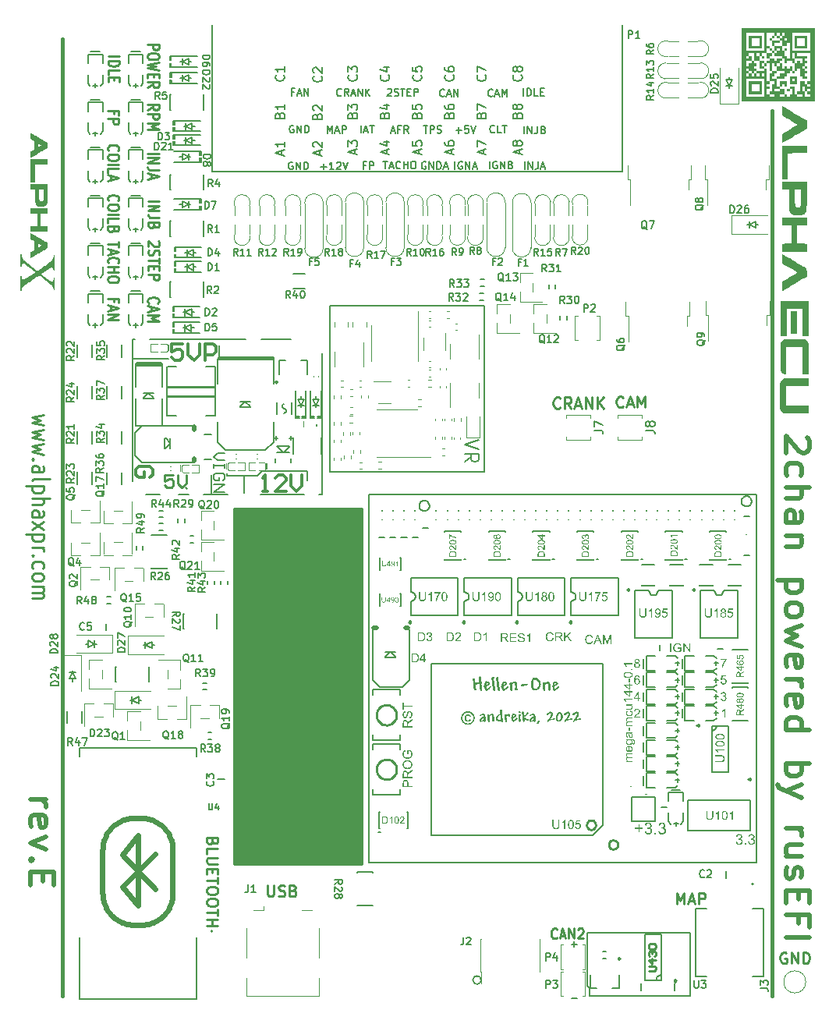
<source format=gto>
G75*
G70*
%OFA0B0*%
%FSLAX25Y25*%
%IPPOS*%
%LPD*%
%AMOC8*
5,1,8,0,0,1.08239X$1,22.5*
%
%ADD117C,0.00394*%
%ADD193C,0.00300*%
%ADD56C,0.00787*%
%ADD57C,0.01575*%
%ADD58C,0.01000*%
%ADD59C,0.01181*%
%ADD60C,0.00800*%
%ADD61C,0.01969*%
%ADD63C,0.00472*%
%ADD68C,0.01500*%
%ADD69C,0.00984*%
%ADD70C,0.00669*%
%ADD71C,0.00500*%
%ADD72C,0.00591*%
%ADD73C,0.00390*%
%ADD74C,0.02484*%
%ADD77C,0.01968*%
X0000000Y0000000D02*
%LPD*%
G01*
D68*
X0322835Y0002362D02*
X0322835Y0380709D01*
X0019685Y0002362D02*
X0019685Y0411417D01*
D69*
X0147638Y0210433D02*
X0092913Y0210433D01*
X0092913Y0210433D02*
X0092913Y0058661D01*
X0092913Y0058661D02*
X0147638Y0058661D01*
X0147638Y0058661D02*
X0147638Y0210433D01*
G36*
X0147638Y0210433D02*
G01*
X0092913Y0210433D01*
X0092913Y0058661D01*
X0147638Y0058661D01*
X0147638Y0210433D01*
G37*
D70*
X0216969Y0370839D02*
X0216969Y0373989D01*
X0218468Y0370839D02*
X0218468Y0373989D01*
X0220268Y0370839D01*
X0220268Y0373989D01*
X0222668Y0373989D02*
X0222668Y0371739D01*
X0222518Y0371289D01*
X0222218Y0370989D01*
X0221768Y0370839D01*
X0221468Y0370839D01*
X0225218Y0372489D02*
X0225667Y0372339D01*
X0225817Y0372189D01*
X0225967Y0371889D01*
X0225967Y0371439D01*
X0225817Y0371139D01*
X0225667Y0370989D01*
X0225367Y0370839D01*
X0224168Y0370839D01*
X0224168Y0373989D01*
X0225218Y0373989D01*
X0225517Y0373839D01*
X0225667Y0373689D01*
X0225817Y0373389D01*
X0225817Y0373089D01*
X0225667Y0372789D01*
X0225517Y0372639D01*
X0225218Y0372489D01*
X0224168Y0372489D01*
X0182904Y0386922D02*
X0182754Y0386772D01*
X0182304Y0386622D01*
X0182004Y0386622D01*
X0181555Y0386772D01*
X0181255Y0387072D01*
X0181105Y0387372D01*
X0180955Y0387972D01*
X0180955Y0388422D01*
X0181105Y0389022D01*
X0181255Y0389322D01*
X0181555Y0389622D01*
X0182004Y0389772D01*
X0182304Y0389772D01*
X0182754Y0389622D01*
X0182904Y0389472D01*
X0184104Y0387522D02*
X0185604Y0387522D01*
X0183804Y0386622D02*
X0184854Y0389772D01*
X0185904Y0386622D01*
X0186954Y0386622D02*
X0186954Y0389772D01*
X0188754Y0386622D01*
X0188754Y0389772D01*
X0237156Y0001226D02*
X0239616Y0001226D01*
X0118073Y0358465D02*
X0117773Y0358615D01*
X0117323Y0358615D01*
X0116873Y0358465D01*
X0116573Y0358165D01*
X0116423Y0357865D01*
X0116273Y0357265D01*
X0116273Y0356815D01*
X0116423Y0356215D01*
X0116573Y0355915D01*
X0116873Y0355615D01*
X0117323Y0355465D01*
X0117623Y0355465D01*
X0118073Y0355615D01*
X0118223Y0355765D01*
X0118223Y0356815D01*
X0117623Y0356815D01*
X0119573Y0355465D02*
X0119573Y0358615D01*
X0121372Y0355465D01*
X0121372Y0358615D01*
X0122872Y0355465D02*
X0122872Y0358615D01*
X0123622Y0358615D01*
X0124072Y0358465D01*
X0124372Y0358165D01*
X0124522Y0357865D01*
X0124672Y0357265D01*
X0124672Y0356815D01*
X0124522Y0356215D01*
X0124372Y0355915D01*
X0124072Y0355615D01*
X0123622Y0355465D01*
X0122872Y0355465D01*
D69*
X0056580Y0298388D02*
X0056355Y0298575D01*
X0056130Y0299138D01*
X0056130Y0299513D01*
X0056355Y0300075D01*
X0056805Y0300450D01*
X0057255Y0300637D01*
X0058155Y0300825D01*
X0058830Y0300825D01*
X0059730Y0300637D01*
X0060180Y0300450D01*
X0060630Y0300075D01*
X0060855Y0299513D01*
X0060855Y0299138D01*
X0060630Y0298575D01*
X0060405Y0298388D01*
X0057480Y0296888D02*
X0057480Y0295013D01*
X0056130Y0297263D02*
X0060855Y0295951D01*
X0056130Y0294638D01*
X0056130Y0293326D02*
X0060855Y0293326D01*
X0057480Y0292014D01*
X0060855Y0290701D01*
X0056130Y0290701D01*
D70*
X0237235Y0024415D02*
X0239694Y0024415D01*
X0238465Y0023185D02*
X0238465Y0025645D01*
D69*
X0060602Y0324784D02*
X0060827Y0324597D01*
X0061052Y0324222D01*
X0061052Y0323285D01*
X0060827Y0322910D01*
X0060602Y0322722D01*
X0060152Y0322535D01*
X0059702Y0322535D01*
X0059027Y0322722D01*
X0056327Y0324972D01*
X0056327Y0322535D01*
X0056552Y0321035D02*
X0056327Y0320472D01*
X0056327Y0319535D01*
X0056552Y0319160D01*
X0056777Y0318973D01*
X0057227Y0318785D01*
X0057677Y0318785D01*
X0058127Y0318973D01*
X0058352Y0319160D01*
X0058577Y0319535D01*
X0058802Y0320285D01*
X0059027Y0320660D01*
X0059252Y0320847D01*
X0059702Y0321035D01*
X0060152Y0321035D01*
X0060602Y0320847D01*
X0060827Y0320660D01*
X0061052Y0320285D01*
X0061052Y0319348D01*
X0060827Y0318785D01*
X0061052Y0317660D02*
X0061052Y0315411D01*
X0056327Y0316535D02*
X0061052Y0316535D01*
X0058802Y0314098D02*
X0058802Y0312786D01*
X0056327Y0312223D02*
X0056327Y0314098D01*
X0061052Y0314098D01*
X0061052Y0312223D01*
X0056327Y0310536D02*
X0061052Y0310536D01*
X0061052Y0309036D01*
X0060827Y0308661D01*
X0060602Y0308474D01*
X0060152Y0308286D01*
X0059477Y0308286D01*
X0059027Y0308474D01*
X0058802Y0308661D01*
X0058577Y0309036D01*
X0058577Y0310536D01*
X0056130Y0380952D02*
X0058380Y0382265D01*
X0056130Y0383202D02*
X0060855Y0383202D01*
X0060855Y0381702D01*
X0060630Y0381327D01*
X0060405Y0381140D01*
X0059955Y0380952D01*
X0059280Y0380952D01*
X0058830Y0381140D01*
X0058605Y0381327D01*
X0058380Y0381702D01*
X0058380Y0383202D01*
X0056130Y0379265D02*
X0060855Y0379265D01*
X0060855Y0377765D01*
X0060630Y0377390D01*
X0060405Y0377203D01*
X0059955Y0377015D01*
X0059280Y0377015D01*
X0058830Y0377203D01*
X0058605Y0377390D01*
X0058380Y0377765D01*
X0058380Y0379265D01*
X0056130Y0375328D02*
X0060855Y0375328D01*
X0057480Y0374016D01*
X0060855Y0372703D01*
X0056130Y0372703D01*
D70*
X0158527Y0389797D02*
X0158677Y0389947D01*
X0158977Y0390097D01*
X0159727Y0390097D01*
X0160027Y0389947D01*
X0160176Y0389797D01*
X0160326Y0389497D01*
X0160326Y0389197D01*
X0160176Y0388747D01*
X0158377Y0386947D01*
X0160326Y0386947D01*
X0161526Y0387097D02*
X0161976Y0386947D01*
X0162726Y0386947D01*
X0163026Y0387097D01*
X0163176Y0387247D01*
X0163326Y0387547D01*
X0163326Y0387847D01*
X0163176Y0388147D01*
X0163026Y0388297D01*
X0162726Y0388447D01*
X0162126Y0388597D01*
X0161826Y0388747D01*
X0161676Y0388897D01*
X0161526Y0389197D01*
X0161526Y0389497D01*
X0161676Y0389797D01*
X0161826Y0389947D01*
X0162126Y0390097D01*
X0162876Y0390097D01*
X0163326Y0389947D01*
X0164226Y0390097D02*
X0166026Y0390097D01*
X0165126Y0386947D02*
X0165126Y0390097D01*
X0167076Y0388597D02*
X0168125Y0388597D01*
X0168575Y0386947D02*
X0167076Y0386947D01*
X0167076Y0390097D01*
X0168575Y0390097D01*
X0169925Y0386947D02*
X0169925Y0390097D01*
X0171125Y0390097D01*
X0171425Y0389947D01*
X0171575Y0389797D01*
X0171725Y0389497D01*
X0171725Y0389047D01*
X0171575Y0388747D01*
X0171425Y0388597D01*
X0171125Y0388447D01*
X0169925Y0388447D01*
D69*
X0056130Y0362336D02*
X0060855Y0362336D01*
X0056130Y0360461D02*
X0060855Y0360461D01*
X0056130Y0358211D01*
X0060855Y0358211D01*
X0060855Y0355212D02*
X0057480Y0355212D01*
X0056805Y0355399D01*
X0056355Y0355774D01*
X0056130Y0356337D01*
X0056130Y0356712D01*
X0057480Y0353525D02*
X0057480Y0351650D01*
X0056130Y0353900D02*
X0060855Y0352587D01*
X0056130Y0351275D01*
D70*
X0138819Y0387247D02*
X0138669Y0387097D01*
X0138219Y0386947D01*
X0137919Y0386947D01*
X0137469Y0387097D01*
X0137169Y0387397D01*
X0137019Y0387697D01*
X0136869Y0388297D01*
X0136869Y0388747D01*
X0137019Y0389347D01*
X0137169Y0389647D01*
X0137469Y0389947D01*
X0137919Y0390097D01*
X0138219Y0390097D01*
X0138669Y0389947D01*
X0138819Y0389797D01*
X0141968Y0386947D02*
X0140919Y0388447D01*
X0140169Y0386947D02*
X0140169Y0390097D01*
X0141368Y0390097D01*
X0141668Y0389947D01*
X0141818Y0389797D01*
X0141968Y0389497D01*
X0141968Y0389047D01*
X0141818Y0388747D01*
X0141668Y0388597D01*
X0141368Y0388447D01*
X0140169Y0388447D01*
X0143168Y0387847D02*
X0144668Y0387847D01*
X0142868Y0386947D02*
X0143918Y0390097D01*
X0144968Y0386947D01*
X0146018Y0386947D02*
X0146018Y0390097D01*
X0147818Y0386947D01*
X0147818Y0390097D01*
X0149317Y0386947D02*
X0149317Y0390097D01*
X0151117Y0386947D02*
X0149767Y0388747D01*
X0151117Y0390097D02*
X0149317Y0388297D01*
X0132923Y0371020D02*
X0132923Y0374169D01*
X0133973Y0371920D01*
X0135023Y0374169D01*
X0135023Y0371020D01*
X0136373Y0371920D02*
X0137873Y0371920D01*
X0136073Y0371020D02*
X0137123Y0374169D01*
X0138173Y0371020D01*
X0139222Y0371020D02*
X0139222Y0374169D01*
X0140422Y0374169D01*
X0140722Y0374019D01*
X0140872Y0373869D01*
X0141022Y0373569D01*
X0141022Y0373119D01*
X0140872Y0372820D01*
X0140722Y0372670D01*
X0140422Y0372520D01*
X0139222Y0372520D01*
D69*
X0039454Y0342154D02*
X0039229Y0342342D01*
X0039004Y0342904D01*
X0039004Y0343279D01*
X0039229Y0343841D01*
X0039679Y0344216D01*
X0040129Y0344404D01*
X0041029Y0344591D01*
X0041704Y0344591D01*
X0042604Y0344404D01*
X0043054Y0344216D01*
X0043504Y0343841D01*
X0043729Y0343279D01*
X0043729Y0342904D01*
X0043504Y0342342D01*
X0043279Y0342154D01*
X0043729Y0339717D02*
X0043729Y0338967D01*
X0043504Y0338592D01*
X0043054Y0338217D01*
X0042154Y0338030D01*
X0040579Y0338030D01*
X0039679Y0338217D01*
X0039229Y0338592D01*
X0039004Y0338967D01*
X0039004Y0339717D01*
X0039229Y0340092D01*
X0039679Y0340467D01*
X0040579Y0340654D01*
X0042154Y0340654D01*
X0043054Y0340467D01*
X0043504Y0340092D01*
X0043729Y0339717D01*
X0039004Y0336342D02*
X0043729Y0336342D01*
X0039004Y0332593D02*
X0039004Y0334468D01*
X0043729Y0334468D01*
X0041479Y0329968D02*
X0041254Y0329406D01*
X0041029Y0329218D01*
X0040579Y0329031D01*
X0039904Y0329031D01*
X0039454Y0329218D01*
X0039229Y0329406D01*
X0039004Y0329781D01*
X0039004Y0331280D01*
X0043729Y0331280D01*
X0043729Y0329968D01*
X0043504Y0329593D01*
X0043279Y0329406D01*
X0042829Y0329218D01*
X0042379Y0329218D01*
X0041929Y0329406D01*
X0041704Y0329593D01*
X0041479Y0329968D01*
X0041479Y0331280D01*
D70*
X0130081Y0356665D02*
X0132480Y0356665D01*
X0131280Y0355465D02*
X0131280Y0357865D01*
X0135630Y0355465D02*
X0133830Y0355465D01*
X0134730Y0355465D02*
X0134730Y0358615D01*
X0134430Y0358165D01*
X0134130Y0357865D01*
X0133830Y0357715D01*
X0136830Y0358315D02*
X0136980Y0358465D01*
X0137280Y0358615D01*
X0138030Y0358615D01*
X0138330Y0358465D01*
X0138480Y0358315D01*
X0138630Y0358015D01*
X0138630Y0357715D01*
X0138480Y0357265D01*
X0136680Y0355465D01*
X0138630Y0355465D01*
X0139529Y0358615D02*
X0140579Y0355465D01*
X0141629Y0358615D01*
D69*
X0232396Y0253825D02*
X0232171Y0253600D01*
X0231496Y0253375D01*
X0231046Y0253375D01*
X0230371Y0253600D01*
X0229921Y0254049D01*
X0229696Y0254499D01*
X0229471Y0255399D01*
X0229471Y0256074D01*
X0229696Y0256974D01*
X0229921Y0257424D01*
X0230371Y0257874D01*
X0231046Y0258099D01*
X0231496Y0258099D01*
X0232171Y0257874D01*
X0232396Y0257649D01*
X0237120Y0253375D02*
X0235546Y0255624D01*
X0234421Y0253375D02*
X0234421Y0258099D01*
X0236220Y0258099D01*
X0236670Y0257874D01*
X0236895Y0257649D01*
X0237120Y0257199D01*
X0237120Y0256524D01*
X0236895Y0256074D01*
X0236670Y0255849D01*
X0236220Y0255624D01*
X0234421Y0255624D01*
X0238920Y0254724D02*
X0241170Y0254724D01*
X0238470Y0253375D02*
X0240045Y0258099D01*
X0241620Y0253375D01*
X0243195Y0253375D02*
X0243195Y0258099D01*
X0245894Y0253375D01*
X0245894Y0258099D01*
X0248144Y0253375D02*
X0248144Y0258099D01*
X0250844Y0253375D02*
X0248819Y0256074D01*
X0250844Y0258099D02*
X0248144Y0255399D01*
D70*
X0187355Y0355622D02*
X0187355Y0358772D01*
X0190504Y0358622D02*
X0190204Y0358772D01*
X0189754Y0358772D01*
X0189304Y0358622D01*
X0189004Y0358322D01*
X0188855Y0358022D01*
X0188705Y0357422D01*
X0188705Y0356972D01*
X0188855Y0356372D01*
X0189004Y0356072D01*
X0189304Y0355772D01*
X0189754Y0355622D01*
X0190054Y0355622D01*
X0190504Y0355772D01*
X0190654Y0355922D01*
X0190654Y0356972D01*
X0190054Y0356972D01*
X0192004Y0355622D02*
X0192004Y0358772D01*
X0193804Y0355622D01*
X0193804Y0358772D01*
X0195154Y0356522D02*
X0196654Y0356522D01*
X0194854Y0355622D02*
X0195904Y0358772D01*
X0196954Y0355622D01*
X0160237Y0371992D02*
X0161737Y0371992D01*
X0159938Y0371093D02*
X0160987Y0374242D01*
X0162037Y0371093D01*
X0164137Y0372742D02*
X0163087Y0372742D01*
X0163087Y0371093D02*
X0163087Y0374242D01*
X0164587Y0374242D01*
X0167587Y0371093D02*
X0166537Y0372592D01*
X0165787Y0371093D02*
X0165787Y0374242D01*
X0166987Y0374242D01*
X0167287Y0374092D01*
X0167437Y0373942D01*
X0167587Y0373642D01*
X0167587Y0373192D01*
X0167437Y0372892D01*
X0167287Y0372742D01*
X0166987Y0372592D01*
X0165787Y0372592D01*
D61*
X0005876Y0086102D02*
X0012700Y0086102D01*
X0010750Y0086102D02*
X0011725Y0085559D01*
X0012213Y0085015D01*
X0012700Y0083928D01*
X0012700Y0082840D01*
X0006363Y0074685D02*
X0005876Y0075772D01*
X0005876Y0077947D01*
X0006363Y0079034D01*
X0007338Y0079578D01*
X0011238Y0079578D01*
X0012213Y0079034D01*
X0012700Y0077947D01*
X0012700Y0075772D01*
X0012213Y0074685D01*
X0011238Y0074141D01*
X0010263Y0074141D01*
X0009288Y0079578D01*
X0012700Y0070336D02*
X0005876Y0067617D01*
X0012700Y0064899D01*
X0006851Y0060549D02*
X0006363Y0060006D01*
X0005876Y0060549D01*
X0006363Y0061093D01*
X0006851Y0060549D01*
X0005876Y0060549D01*
X0011238Y0055112D02*
X0011238Y0051307D01*
X0005876Y0049676D02*
X0005876Y0055112D01*
X0016112Y0055112D01*
X0016112Y0049676D01*
D69*
X0041479Y0379162D02*
X0041479Y0380474D01*
X0039004Y0380474D02*
X0043729Y0380474D01*
X0043729Y0378600D01*
X0039004Y0377100D02*
X0043729Y0377100D01*
X0043729Y0375600D01*
X0043504Y0375225D01*
X0043279Y0375037D01*
X0042829Y0374850D01*
X0042154Y0374850D01*
X0041704Y0375037D01*
X0041479Y0375225D01*
X0041254Y0375600D01*
X0041254Y0377100D01*
D61*
X0338095Y0240916D02*
X0338583Y0240372D01*
X0339070Y0239285D01*
X0339070Y0236566D01*
X0338583Y0235479D01*
X0338095Y0234935D01*
X0337120Y0234392D01*
X0336145Y0234392D01*
X0334683Y0234935D01*
X0328834Y0241460D01*
X0328834Y0234392D01*
X0329321Y0224605D02*
X0328834Y0225693D01*
X0328834Y0227867D01*
X0329321Y0228955D01*
X0329809Y0229499D01*
X0330784Y0230042D01*
X0333708Y0230042D01*
X0334683Y0229499D01*
X0335171Y0228955D01*
X0335658Y0227867D01*
X0335658Y0225693D01*
X0335171Y0224605D01*
X0328834Y0219712D02*
X0339070Y0219712D01*
X0328834Y0214819D02*
X0334196Y0214819D01*
X0335171Y0215363D01*
X0335658Y0216450D01*
X0335658Y0218081D01*
X0335171Y0219169D01*
X0334683Y0219712D01*
X0328834Y0204489D02*
X0334196Y0204489D01*
X0335171Y0205033D01*
X0335658Y0206120D01*
X0335658Y0208295D01*
X0335171Y0209382D01*
X0329321Y0204489D02*
X0328834Y0205576D01*
X0328834Y0208295D01*
X0329321Y0209382D01*
X0330296Y0209926D01*
X0331271Y0209926D01*
X0332246Y0209382D01*
X0332733Y0208295D01*
X0332733Y0205576D01*
X0333221Y0204489D01*
X0335658Y0199052D02*
X0328834Y0199052D01*
X0334683Y0199052D02*
X0335171Y0198509D01*
X0335658Y0197421D01*
X0335658Y0195790D01*
X0335171Y0194703D01*
X0334196Y0194159D01*
X0328834Y0194159D01*
X0335658Y0180023D02*
X0325422Y0180023D01*
X0335171Y0180023D02*
X0335658Y0178936D01*
X0335658Y0176761D01*
X0335171Y0175674D01*
X0334683Y0175130D01*
X0333708Y0174587D01*
X0330784Y0174587D01*
X0329809Y0175130D01*
X0329321Y0175674D01*
X0328834Y0176761D01*
X0328834Y0178936D01*
X0329321Y0180023D01*
X0328834Y0168062D02*
X0329321Y0169150D01*
X0329809Y0169693D01*
X0330784Y0170237D01*
X0333708Y0170237D01*
X0334683Y0169693D01*
X0335171Y0169150D01*
X0335658Y0168062D01*
X0335658Y0166431D01*
X0335171Y0165344D01*
X0334683Y0164800D01*
X0333708Y0164257D01*
X0330784Y0164257D01*
X0329809Y0164800D01*
X0329321Y0165344D01*
X0328834Y0166431D01*
X0328834Y0168062D01*
X0335658Y0160451D02*
X0328834Y0158276D01*
X0333708Y0156101D01*
X0328834Y0153927D01*
X0335658Y0151752D01*
X0329321Y0143053D02*
X0328834Y0144140D01*
X0328834Y0146315D01*
X0329321Y0147403D01*
X0330296Y0147946D01*
X0334196Y0147946D01*
X0335171Y0147403D01*
X0335658Y0146315D01*
X0335658Y0144140D01*
X0335171Y0143053D01*
X0334196Y0142509D01*
X0333221Y0142509D01*
X0332246Y0147946D01*
X0328834Y0137616D02*
X0335658Y0137616D01*
X0333708Y0137616D02*
X0334683Y0137073D01*
X0335171Y0136529D01*
X0335658Y0135442D01*
X0335658Y0134354D01*
X0329321Y0126199D02*
X0328834Y0127286D01*
X0328834Y0129461D01*
X0329321Y0130548D01*
X0330296Y0131092D01*
X0334196Y0131092D01*
X0335171Y0130548D01*
X0335658Y0129461D01*
X0335658Y0127286D01*
X0335171Y0126199D01*
X0334196Y0125655D01*
X0333221Y0125655D01*
X0332246Y0131092D01*
X0328834Y0115869D02*
X0339070Y0115869D01*
X0329321Y0115869D02*
X0328834Y0116956D01*
X0328834Y0119131D01*
X0329321Y0120218D01*
X0329809Y0120762D01*
X0330784Y0121306D01*
X0333708Y0121306D01*
X0334683Y0120762D01*
X0335171Y0120218D01*
X0335658Y0119131D01*
X0335658Y0116956D01*
X0335171Y0115869D01*
X0328834Y0101733D02*
X0339070Y0101733D01*
X0335171Y0101733D02*
X0335658Y0100646D01*
X0335658Y0098471D01*
X0335171Y0097384D01*
X0334683Y0096840D01*
X0333708Y0096296D01*
X0330784Y0096296D01*
X0329809Y0096840D01*
X0329321Y0097384D01*
X0328834Y0098471D01*
X0328834Y0100646D01*
X0329321Y0101733D01*
X0335658Y0092491D02*
X0328834Y0089772D01*
X0335658Y0087054D02*
X0328834Y0089772D01*
X0326397Y0090860D01*
X0325909Y0091403D01*
X0325422Y0092491D01*
X0328834Y0074005D02*
X0335658Y0074005D01*
X0333708Y0074005D02*
X0334683Y0073462D01*
X0335171Y0072918D01*
X0335658Y0071831D01*
X0335658Y0070743D01*
X0335658Y0062044D02*
X0328834Y0062044D01*
X0335658Y0066938D02*
X0330296Y0066938D01*
X0329321Y0066394D01*
X0328834Y0065307D01*
X0328834Y0063675D01*
X0329321Y0062588D01*
X0329809Y0062044D01*
X0329321Y0057151D02*
X0328834Y0056064D01*
X0328834Y0053889D01*
X0329321Y0052802D01*
X0330296Y0052258D01*
X0330784Y0052258D01*
X0331759Y0052802D01*
X0332246Y0053889D01*
X0332246Y0055520D01*
X0332733Y0056608D01*
X0333708Y0057151D01*
X0334196Y0057151D01*
X0335171Y0056608D01*
X0335658Y0055520D01*
X0335658Y0053889D01*
X0335171Y0052802D01*
X0334196Y0047365D02*
X0334196Y0043559D01*
X0328834Y0041928D02*
X0328834Y0047365D01*
X0339070Y0047365D01*
X0339070Y0041928D01*
X0334196Y0033229D02*
X0334196Y0037035D01*
X0328834Y0037035D02*
X0339070Y0037035D01*
X0339070Y0031598D01*
X0328834Y0027249D02*
X0339070Y0027249D01*
D70*
X0118620Y0388681D02*
X0117570Y0388681D01*
X0117570Y0387032D02*
X0117570Y0390181D01*
X0119070Y0390181D01*
X0120120Y0387932D02*
X0121620Y0387932D01*
X0119820Y0387032D02*
X0120870Y0390181D01*
X0121920Y0387032D01*
X0122970Y0387032D02*
X0122970Y0390181D01*
X0124769Y0387032D01*
X0124769Y0390181D01*
X0118461Y0374140D02*
X0118161Y0374290D01*
X0117711Y0374290D01*
X0117261Y0374140D01*
X0116961Y0373840D01*
X0116811Y0373540D01*
X0116661Y0372940D01*
X0116661Y0372490D01*
X0116811Y0371890D01*
X0116961Y0371590D01*
X0117261Y0371290D01*
X0117711Y0371140D01*
X0118011Y0371140D01*
X0118461Y0371290D01*
X0118611Y0371440D01*
X0118611Y0372490D01*
X0118011Y0372490D01*
X0119961Y0371140D02*
X0119961Y0374290D01*
X0121761Y0371140D01*
X0121761Y0374290D01*
X0123260Y0371140D02*
X0123260Y0374290D01*
X0124010Y0374290D01*
X0124460Y0374140D01*
X0124760Y0373840D01*
X0124910Y0373540D01*
X0125060Y0372940D01*
X0125060Y0372490D01*
X0124910Y0371890D01*
X0124760Y0371590D01*
X0124460Y0371290D01*
X0124010Y0371140D01*
X0123260Y0371140D01*
X0203496Y0386946D02*
X0203346Y0386796D01*
X0202896Y0386646D01*
X0202596Y0386646D01*
X0202146Y0386796D01*
X0201846Y0387096D01*
X0201696Y0387396D01*
X0201546Y0387996D01*
X0201546Y0388446D01*
X0201696Y0389046D01*
X0201846Y0389346D01*
X0202146Y0389646D01*
X0202596Y0389796D01*
X0202896Y0389796D01*
X0203346Y0389646D01*
X0203496Y0389496D01*
X0204695Y0387546D02*
X0206195Y0387546D01*
X0204395Y0386646D02*
X0205445Y0389796D01*
X0206495Y0386646D01*
X0207545Y0386646D02*
X0207545Y0389796D01*
X0208595Y0387546D01*
X0209645Y0389796D01*
X0209645Y0386646D01*
D69*
X0259336Y0254218D02*
X0259111Y0253993D01*
X0258436Y0253768D01*
X0257987Y0253768D01*
X0257312Y0253993D01*
X0256862Y0254443D01*
X0256637Y0254893D01*
X0256412Y0255793D01*
X0256412Y0256468D01*
X0256637Y0257368D01*
X0256862Y0257818D01*
X0257312Y0258268D01*
X0257987Y0258493D01*
X0258436Y0258493D01*
X0259111Y0258268D01*
X0259336Y0258043D01*
X0261136Y0255118D02*
X0263386Y0255118D01*
X0260686Y0253768D02*
X0262261Y0258493D01*
X0263836Y0253768D01*
X0265411Y0253768D02*
X0265411Y0258493D01*
X0266985Y0255118D01*
X0268560Y0258493D01*
X0268560Y0253768D01*
D70*
X0217278Y0355623D02*
X0217278Y0358773D01*
X0218778Y0355623D02*
X0218778Y0358773D01*
X0220578Y0355623D01*
X0220578Y0358773D01*
X0222977Y0358773D02*
X0222977Y0356523D01*
X0222827Y0356073D01*
X0222527Y0355773D01*
X0222077Y0355623D01*
X0221777Y0355623D01*
X0224327Y0356523D02*
X0225827Y0356523D01*
X0224027Y0355623D02*
X0225077Y0358773D01*
X0226127Y0355623D01*
X0187842Y0372292D02*
X0190242Y0372292D01*
X0189042Y0371093D02*
X0189042Y0373492D01*
X0193242Y0374242D02*
X0191742Y0374242D01*
X0191592Y0372742D01*
X0191742Y0372892D01*
X0192042Y0373042D01*
X0192792Y0373042D01*
X0193092Y0372892D01*
X0193242Y0372742D01*
X0193392Y0372442D01*
X0193392Y0371692D01*
X0193242Y0371392D01*
X0193092Y0371243D01*
X0192792Y0371093D01*
X0192042Y0371093D01*
X0191742Y0371243D01*
X0191592Y0371392D01*
X0194291Y0374242D02*
X0195341Y0371093D01*
X0196391Y0374242D01*
X0147315Y0371130D02*
X0147315Y0374279D01*
X0148665Y0372030D02*
X0150165Y0372030D01*
X0148365Y0371130D02*
X0149415Y0374279D01*
X0150465Y0371130D01*
X0151065Y0374279D02*
X0152864Y0374279D01*
X0151964Y0371130D02*
X0151964Y0374279D01*
X0216780Y0386984D02*
X0216780Y0390134D01*
X0218280Y0386984D02*
X0218280Y0390134D01*
X0219030Y0390134D01*
X0219480Y0389984D01*
X0219780Y0389684D01*
X0219930Y0389384D01*
X0220080Y0388784D01*
X0220080Y0388334D01*
X0219930Y0387734D01*
X0219780Y0387434D01*
X0219480Y0387134D01*
X0219030Y0386984D01*
X0218280Y0386984D01*
X0222930Y0386984D02*
X0221430Y0386984D01*
X0221430Y0390134D01*
X0223980Y0388634D02*
X0225029Y0388634D01*
X0225479Y0386984D02*
X0223980Y0386984D01*
X0223980Y0390134D01*
X0225479Y0390134D01*
D69*
X0107302Y0049591D02*
X0107302Y0045767D01*
X0107527Y0045317D01*
X0107752Y0045092D01*
X0108202Y0044867D01*
X0109102Y0044867D01*
X0109552Y0045092D01*
X0109777Y0045317D01*
X0110002Y0045767D01*
X0110002Y0049591D01*
X0112026Y0045092D02*
X0112701Y0044867D01*
X0113826Y0044867D01*
X0114276Y0045092D01*
X0114501Y0045317D01*
X0114726Y0045767D01*
X0114726Y0046217D01*
X0114501Y0046667D01*
X0114276Y0046892D01*
X0113826Y0047117D01*
X0112926Y0047342D01*
X0112476Y0047567D01*
X0112251Y0047792D01*
X0112026Y0048242D01*
X0112026Y0048692D01*
X0112251Y0049141D01*
X0112476Y0049366D01*
X0112926Y0049591D01*
X0114051Y0049591D01*
X0114726Y0049366D01*
X0118326Y0047342D02*
X0119001Y0047117D01*
X0119226Y0046892D01*
X0119451Y0046442D01*
X0119451Y0045767D01*
X0119226Y0045317D01*
X0119001Y0045092D01*
X0118551Y0044867D01*
X0116751Y0044867D01*
X0116751Y0049591D01*
X0118326Y0049591D01*
X0118776Y0049366D01*
X0119001Y0049141D01*
X0119226Y0048692D01*
X0119226Y0048242D01*
X0119001Y0047792D01*
X0118776Y0047567D01*
X0118326Y0047342D01*
X0116751Y0047342D01*
X0041479Y0299053D02*
X0041479Y0300366D01*
X0039004Y0300366D02*
X0043729Y0300366D01*
X0043729Y0298491D01*
X0040354Y0297178D02*
X0040354Y0295304D01*
X0039004Y0297553D02*
X0043729Y0296241D01*
X0039004Y0294929D01*
X0039004Y0293616D02*
X0043729Y0293616D01*
X0039004Y0291367D01*
X0043729Y0291367D01*
X0329078Y0020669D02*
X0328628Y0020894D01*
X0327953Y0020894D01*
X0327278Y0020669D01*
X0326828Y0020219D01*
X0326603Y0019769D01*
X0326378Y0018870D01*
X0326378Y0018195D01*
X0326603Y0017295D01*
X0326828Y0016845D01*
X0327278Y0016395D01*
X0327953Y0016170D01*
X0328403Y0016170D01*
X0329078Y0016395D01*
X0329303Y0016620D01*
X0329303Y0018195D01*
X0328403Y0018195D01*
X0331327Y0016170D02*
X0331327Y0020894D01*
X0334027Y0016170D01*
X0334027Y0020894D01*
X0336277Y0016170D02*
X0336277Y0020894D01*
X0337402Y0020894D01*
X0338076Y0020669D01*
X0338526Y0020219D01*
X0338751Y0019769D01*
X0338976Y0018870D01*
X0338976Y0018195D01*
X0338751Y0017295D01*
X0338526Y0016845D01*
X0338076Y0016395D01*
X0337402Y0016170D01*
X0336277Y0016170D01*
D70*
X0204340Y0371562D02*
X0204190Y0371412D01*
X0203740Y0371262D01*
X0203440Y0371262D01*
X0202990Y0371412D01*
X0202690Y0371712D01*
X0202540Y0372011D01*
X0202390Y0372611D01*
X0202390Y0373061D01*
X0202540Y0373661D01*
X0202690Y0373961D01*
X0202990Y0374261D01*
X0203440Y0374411D01*
X0203740Y0374411D01*
X0204190Y0374261D01*
X0204340Y0374111D01*
X0207189Y0371262D02*
X0205689Y0371262D01*
X0205689Y0374411D01*
X0207789Y0374411D02*
X0209589Y0374411D01*
X0208689Y0371262D02*
X0208689Y0374411D01*
X0202223Y0355877D02*
X0202223Y0359027D01*
X0205373Y0358877D02*
X0205073Y0359027D01*
X0204623Y0359027D01*
X0204173Y0358877D01*
X0203873Y0358577D01*
X0203723Y0358277D01*
X0203573Y0357677D01*
X0203573Y0357227D01*
X0203723Y0356627D01*
X0203873Y0356327D01*
X0204173Y0356027D01*
X0204623Y0355877D01*
X0204923Y0355877D01*
X0205373Y0356027D01*
X0205523Y0356177D01*
X0205523Y0357227D01*
X0204923Y0357227D01*
X0206873Y0355877D02*
X0206873Y0359027D01*
X0208673Y0355877D01*
X0208673Y0359027D01*
X0211222Y0357527D02*
X0211672Y0357377D01*
X0211822Y0357227D01*
X0211972Y0356927D01*
X0211972Y0356477D01*
X0211822Y0356177D01*
X0211672Y0356027D01*
X0211372Y0355877D01*
X0210172Y0355877D01*
X0210172Y0359027D01*
X0211222Y0359027D01*
X0211522Y0358877D01*
X0211672Y0358727D01*
X0211822Y0358427D01*
X0211822Y0358127D01*
X0211672Y0357827D01*
X0211522Y0357677D01*
X0211222Y0357527D01*
X0210172Y0357527D01*
X0156788Y0358942D02*
X0158588Y0358942D01*
X0157688Y0355792D02*
X0157688Y0358942D01*
X0159488Y0356692D02*
X0160987Y0356692D01*
X0159188Y0355792D02*
X0160237Y0358942D01*
X0161287Y0355792D01*
X0164137Y0356092D02*
X0163987Y0355942D01*
X0163537Y0355792D01*
X0163237Y0355792D01*
X0162787Y0355942D01*
X0162487Y0356242D01*
X0162337Y0356542D01*
X0162187Y0357142D01*
X0162187Y0357592D01*
X0162337Y0358192D01*
X0162487Y0358492D01*
X0162787Y0358792D01*
X0163237Y0358942D01*
X0163537Y0358942D01*
X0163987Y0358792D01*
X0164137Y0358642D01*
X0165487Y0355792D02*
X0165487Y0358942D01*
X0165487Y0357442D02*
X0167287Y0357442D01*
X0167287Y0355792D02*
X0167287Y0358942D01*
X0169386Y0358942D02*
X0169986Y0358942D01*
X0170286Y0358792D01*
X0170586Y0358492D01*
X0170736Y0357892D01*
X0170736Y0356842D01*
X0170586Y0356242D01*
X0170286Y0355942D01*
X0169986Y0355792D01*
X0169386Y0355792D01*
X0169086Y0355942D01*
X0168786Y0356242D01*
X0168636Y0356842D01*
X0168636Y0357892D01*
X0168786Y0358492D01*
X0169086Y0358792D01*
X0169386Y0358942D01*
D69*
X0231027Y0027193D02*
X0230840Y0026987D01*
X0230277Y0026781D01*
X0229903Y0026781D01*
X0229340Y0026987D01*
X0228965Y0027400D01*
X0228778Y0027812D01*
X0228590Y0028637D01*
X0228590Y0029256D01*
X0228778Y0030081D01*
X0228965Y0030493D01*
X0229340Y0030906D01*
X0229903Y0031112D01*
X0230277Y0031112D01*
X0230840Y0030906D01*
X0231027Y0030699D01*
X0232527Y0028018D02*
X0234402Y0028018D01*
X0232152Y0026781D02*
X0233465Y0031112D01*
X0234777Y0026781D01*
X0236089Y0026781D02*
X0236089Y0031112D01*
X0238339Y0026781D01*
X0238339Y0031112D01*
X0240026Y0030699D02*
X0240214Y0030906D01*
X0240589Y0031112D01*
X0241526Y0031112D01*
X0241901Y0030906D01*
X0242088Y0030699D01*
X0242276Y0030287D01*
X0242276Y0029874D01*
X0242088Y0029256D01*
X0239839Y0026781D01*
X0242276Y0026781D01*
D70*
X0174955Y0358623D02*
X0174655Y0358773D01*
X0174205Y0358773D01*
X0173756Y0358623D01*
X0173456Y0358323D01*
X0173306Y0358023D01*
X0173156Y0357423D01*
X0173156Y0356973D01*
X0173306Y0356373D01*
X0173456Y0356073D01*
X0173756Y0355773D01*
X0174205Y0355623D01*
X0174505Y0355623D01*
X0174955Y0355773D01*
X0175105Y0355923D01*
X0175105Y0356973D01*
X0174505Y0356973D01*
X0176455Y0355623D02*
X0176455Y0358773D01*
X0178255Y0355623D01*
X0178255Y0358773D01*
X0179755Y0355623D02*
X0179755Y0358773D01*
X0180505Y0358773D01*
X0180955Y0358623D01*
X0181255Y0358323D01*
X0181405Y0358023D01*
X0181555Y0357423D01*
X0181555Y0356973D01*
X0181405Y0356373D01*
X0181255Y0356073D01*
X0180955Y0355773D01*
X0180505Y0355623D01*
X0179755Y0355623D01*
X0182754Y0356523D02*
X0184254Y0356523D01*
X0182454Y0355623D02*
X0183504Y0358773D01*
X0184554Y0355623D01*
D69*
X0011727Y0250613D02*
X0006477Y0249488D01*
X0010227Y0248363D01*
X0006477Y0247238D01*
X0011727Y0246114D01*
X0011727Y0244426D02*
X0006477Y0243301D01*
X0010227Y0242177D01*
X0006477Y0241052D01*
X0011727Y0239927D01*
X0011727Y0238240D02*
X0006477Y0237115D01*
X0010227Y0235990D01*
X0006477Y0234865D01*
X0011727Y0233740D01*
X0007227Y0231490D02*
X0006852Y0231209D01*
X0006477Y0231490D01*
X0006852Y0231772D01*
X0007227Y0231490D01*
X0006477Y0231490D01*
X0006477Y0226147D02*
X0010602Y0226147D01*
X0011352Y0226429D01*
X0011727Y0226991D01*
X0011727Y0228116D01*
X0011352Y0228678D01*
X0006852Y0226147D02*
X0006477Y0226710D01*
X0006477Y0228116D01*
X0006852Y0228678D01*
X0007602Y0228960D01*
X0008352Y0228960D01*
X0009102Y0228678D01*
X0009477Y0228116D01*
X0009477Y0226710D01*
X0009852Y0226147D01*
X0006477Y0222492D02*
X0006852Y0223054D01*
X0007602Y0223335D01*
X0014351Y0223335D01*
X0011727Y0220242D02*
X0003853Y0220242D01*
X0011352Y0220242D02*
X0011727Y0219679D01*
X0011727Y0218555D01*
X0011352Y0217992D01*
X0010977Y0217711D01*
X0010227Y0217430D01*
X0007977Y0217430D01*
X0007227Y0217711D01*
X0006852Y0217992D01*
X0006477Y0218555D01*
X0006477Y0219679D01*
X0006852Y0220242D01*
X0006477Y0214899D02*
X0014351Y0214899D01*
X0006477Y0212368D02*
X0010602Y0212368D01*
X0011352Y0212649D01*
X0011727Y0213211D01*
X0011727Y0214055D01*
X0011352Y0214618D01*
X0010977Y0214899D01*
X0006477Y0207025D02*
X0010602Y0207025D01*
X0011352Y0207306D01*
X0011727Y0207868D01*
X0011727Y0208993D01*
X0011352Y0209556D01*
X0006852Y0207025D02*
X0006477Y0207587D01*
X0006477Y0208993D01*
X0006852Y0209556D01*
X0007602Y0209837D01*
X0008352Y0209837D01*
X0009102Y0209556D01*
X0009477Y0208993D01*
X0009477Y0207587D01*
X0009852Y0207025D01*
X0006477Y0204775D02*
X0011727Y0201682D01*
X0011727Y0204775D02*
X0006477Y0201682D01*
X0011727Y0199432D02*
X0003853Y0199432D01*
X0011352Y0199432D02*
X0011727Y0198870D01*
X0011727Y0197745D01*
X0011352Y0197182D01*
X0010977Y0196901D01*
X0010227Y0196620D01*
X0007977Y0196620D01*
X0007227Y0196901D01*
X0006852Y0197182D01*
X0006477Y0197745D01*
X0006477Y0198870D01*
X0006852Y0199432D01*
X0006477Y0194089D02*
X0011727Y0194089D01*
X0010227Y0194089D02*
X0010977Y0193808D01*
X0011352Y0193526D01*
X0011727Y0192964D01*
X0011727Y0192402D01*
X0007227Y0190433D02*
X0006852Y0190152D01*
X0006477Y0190433D01*
X0006852Y0190714D01*
X0007227Y0190433D01*
X0006477Y0190433D01*
X0006852Y0185090D02*
X0006477Y0185652D01*
X0006477Y0186777D01*
X0006852Y0187340D01*
X0007227Y0187621D01*
X0007977Y0187902D01*
X0010227Y0187902D01*
X0010977Y0187621D01*
X0011352Y0187340D01*
X0011727Y0186777D01*
X0011727Y0185652D01*
X0011352Y0185090D01*
X0006477Y0181715D02*
X0006852Y0182278D01*
X0007227Y0182559D01*
X0007977Y0182840D01*
X0010227Y0182840D01*
X0010977Y0182559D01*
X0011352Y0182278D01*
X0011727Y0181715D01*
X0011727Y0180872D01*
X0011352Y0180309D01*
X0010977Y0180028D01*
X0010227Y0179747D01*
X0007977Y0179747D01*
X0007227Y0180028D01*
X0006852Y0180309D01*
X0006477Y0180872D01*
X0006477Y0181715D01*
X0006477Y0177216D02*
X0011727Y0177216D01*
X0010977Y0177216D02*
X0011352Y0176935D01*
X0011727Y0176372D01*
X0011727Y0175529D01*
X0011352Y0174966D01*
X0010602Y0174685D01*
X0006477Y0174685D01*
X0010602Y0174685D02*
X0011352Y0174404D01*
X0011727Y0173841D01*
X0011727Y0172998D01*
X0011352Y0172435D01*
X0010602Y0172154D01*
X0006477Y0172154D01*
X0043729Y0324653D02*
X0043729Y0322403D01*
X0039004Y0323528D02*
X0043729Y0323528D01*
X0040354Y0321279D02*
X0040354Y0319404D01*
X0039004Y0321654D02*
X0043729Y0320341D01*
X0039004Y0319029D01*
X0039454Y0315467D02*
X0039229Y0315654D01*
X0039004Y0316217D01*
X0039004Y0316592D01*
X0039229Y0317154D01*
X0039679Y0317529D01*
X0040129Y0317717D01*
X0041029Y0317904D01*
X0041704Y0317904D01*
X0042604Y0317717D01*
X0043054Y0317529D01*
X0043504Y0317154D01*
X0043729Y0316592D01*
X0043729Y0316217D01*
X0043504Y0315654D01*
X0043279Y0315467D01*
X0039004Y0313780D02*
X0043729Y0313780D01*
X0041479Y0313780D02*
X0041479Y0311530D01*
X0039004Y0311530D02*
X0043729Y0311530D01*
X0043729Y0308905D02*
X0043729Y0308155D01*
X0043504Y0307780D01*
X0043054Y0307405D01*
X0042154Y0307218D01*
X0040579Y0307218D01*
X0039679Y0307405D01*
X0039229Y0307780D01*
X0039004Y0308155D01*
X0039004Y0308905D01*
X0039229Y0309280D01*
X0039679Y0309655D01*
X0040579Y0309843D01*
X0042154Y0309843D01*
X0043054Y0309655D01*
X0043504Y0309280D01*
X0043729Y0308905D01*
X0056130Y0408896D02*
X0060855Y0408896D01*
X0060855Y0407396D01*
X0060630Y0407021D01*
X0060405Y0406834D01*
X0059955Y0406646D01*
X0059280Y0406646D01*
X0058830Y0406834D01*
X0058605Y0407021D01*
X0058380Y0407396D01*
X0058380Y0408896D01*
X0060855Y0404209D02*
X0060855Y0403459D01*
X0060630Y0403084D01*
X0060180Y0402709D01*
X0059280Y0402522D01*
X0057705Y0402522D01*
X0056805Y0402709D01*
X0056355Y0403084D01*
X0056130Y0403459D01*
X0056130Y0404209D01*
X0056355Y0404584D01*
X0056805Y0404959D01*
X0057705Y0405146D01*
X0059280Y0405146D01*
X0060180Y0404959D01*
X0060630Y0404584D01*
X0060855Y0404209D01*
X0060855Y0401209D02*
X0056130Y0400272D01*
X0059505Y0399522D01*
X0056130Y0398772D01*
X0060855Y0397835D01*
X0058605Y0396335D02*
X0058605Y0395022D01*
X0056130Y0394460D02*
X0056130Y0396335D01*
X0060855Y0396335D01*
X0060855Y0394460D01*
X0056130Y0390523D02*
X0058380Y0391835D01*
X0056130Y0392773D02*
X0060855Y0392773D01*
X0060855Y0391273D01*
X0060630Y0390898D01*
X0060405Y0390711D01*
X0059955Y0390523D01*
X0059280Y0390523D01*
X0058830Y0390711D01*
X0058605Y0390898D01*
X0058380Y0391273D01*
X0058380Y0392773D01*
D70*
X0173970Y0374242D02*
X0175769Y0374242D01*
X0174870Y0371093D02*
X0174870Y0374242D01*
X0176819Y0371093D02*
X0176819Y0374242D01*
X0178019Y0374242D01*
X0178319Y0374092D01*
X0178469Y0373942D01*
X0178619Y0373642D01*
X0178619Y0373192D01*
X0178469Y0372892D01*
X0178319Y0372742D01*
X0178019Y0372592D01*
X0176819Y0372592D01*
X0179819Y0371243D02*
X0180269Y0371093D01*
X0181019Y0371093D01*
X0181319Y0371243D01*
X0181469Y0371392D01*
X0181619Y0371692D01*
X0181619Y0371992D01*
X0181469Y0372292D01*
X0181319Y0372442D01*
X0181019Y0372592D01*
X0180419Y0372742D01*
X0180119Y0372892D01*
X0179969Y0373042D01*
X0179819Y0373342D01*
X0179819Y0373642D01*
X0179969Y0373942D01*
X0180119Y0374092D01*
X0180419Y0374242D01*
X0181169Y0374242D01*
X0181619Y0374092D01*
D69*
X0039454Y0363526D02*
X0039229Y0363714D01*
X0039004Y0364276D01*
X0039004Y0364651D01*
X0039229Y0365214D01*
X0039679Y0365589D01*
X0040129Y0365776D01*
X0041029Y0365964D01*
X0041704Y0365964D01*
X0042604Y0365776D01*
X0043054Y0365589D01*
X0043504Y0365214D01*
X0043729Y0364651D01*
X0043729Y0364276D01*
X0043504Y0363714D01*
X0043279Y0363526D01*
X0043729Y0361089D02*
X0043729Y0360339D01*
X0043504Y0359964D01*
X0043054Y0359589D01*
X0042154Y0359402D01*
X0040579Y0359402D01*
X0039679Y0359589D01*
X0039229Y0359964D01*
X0039004Y0360339D01*
X0039004Y0361089D01*
X0039229Y0361464D01*
X0039679Y0361839D01*
X0040579Y0362027D01*
X0042154Y0362027D01*
X0043054Y0361839D01*
X0043504Y0361464D01*
X0043729Y0361089D01*
X0039004Y0357715D02*
X0043729Y0357715D01*
X0039004Y0353965D02*
X0039004Y0355840D01*
X0043729Y0355840D01*
X0040354Y0352840D02*
X0040354Y0350966D01*
X0039004Y0353215D02*
X0043729Y0351903D01*
X0039004Y0350591D01*
D70*
X0149262Y0357273D02*
X0148212Y0357273D01*
X0148212Y0355623D02*
X0148212Y0358773D01*
X0149712Y0358773D01*
X0150912Y0355623D02*
X0150912Y0358773D01*
X0152112Y0358773D01*
X0152412Y0358623D01*
X0152562Y0358473D01*
X0152712Y0358173D01*
X0152712Y0357723D01*
X0152562Y0357423D01*
X0152412Y0357273D01*
X0152112Y0357123D01*
X0150912Y0357123D01*
D69*
X0039201Y0403768D02*
X0043926Y0403768D01*
X0039201Y0401894D02*
X0043926Y0401894D01*
X0043926Y0400956D01*
X0043701Y0400394D01*
X0043251Y0400019D01*
X0042801Y0399831D01*
X0041901Y0399644D01*
X0041226Y0399644D01*
X0040326Y0399831D01*
X0039876Y0400019D01*
X0039426Y0400394D01*
X0039201Y0400956D01*
X0039201Y0401894D01*
X0039201Y0396082D02*
X0039201Y0397957D01*
X0043926Y0397957D01*
X0041676Y0394769D02*
X0041676Y0393457D01*
X0039201Y0392895D02*
X0039201Y0394769D01*
X0043926Y0394769D01*
X0043926Y0392895D01*
X0282227Y0041564D02*
X0282227Y0046288D01*
X0283802Y0042913D01*
X0285377Y0046288D01*
X0285377Y0041564D01*
X0287402Y0042913D02*
X0289651Y0042913D01*
X0286952Y0041564D02*
X0288526Y0046288D01*
X0290101Y0041564D01*
X0291676Y0041564D02*
X0291676Y0046288D01*
X0293476Y0046288D01*
X0293926Y0046063D01*
X0294151Y0045838D01*
X0294376Y0045388D01*
X0294376Y0044713D01*
X0294151Y0044263D01*
X0293926Y0044038D01*
X0293476Y0043813D01*
X0291676Y0043813D01*
X0056327Y0341948D02*
X0061052Y0341948D01*
X0056327Y0340073D02*
X0061052Y0340073D01*
X0056327Y0337823D01*
X0061052Y0337823D01*
X0061052Y0334824D02*
X0057677Y0334824D01*
X0057002Y0335011D01*
X0056552Y0335386D01*
X0056327Y0335949D01*
X0056327Y0336324D01*
X0058802Y0331637D02*
X0058577Y0331074D01*
X0058352Y0330887D01*
X0057902Y0330699D01*
X0057227Y0330699D01*
X0056777Y0330887D01*
X0056552Y0331074D01*
X0056327Y0331449D01*
X0056327Y0332949D01*
X0061052Y0332949D01*
X0061052Y0331637D01*
X0060827Y0331262D01*
X0060602Y0331074D01*
X0060152Y0330887D01*
X0059702Y0330887D01*
X0059252Y0331074D01*
X0059027Y0331262D01*
X0058802Y0331637D01*
X0058802Y0332949D01*
X0083802Y0068391D02*
X0083577Y0067717D01*
X0083352Y0067492D01*
X0082902Y0067267D01*
X0082227Y0067267D01*
X0081777Y0067492D01*
X0081552Y0067717D01*
X0081327Y0068166D01*
X0081327Y0069966D01*
X0086052Y0069966D01*
X0086052Y0068391D01*
X0085827Y0067942D01*
X0085602Y0067717D01*
X0085152Y0067492D01*
X0084702Y0067492D01*
X0084252Y0067717D01*
X0084027Y0067942D01*
X0083802Y0068391D01*
X0083802Y0069966D01*
X0081327Y0062992D02*
X0081327Y0065242D01*
X0086052Y0065242D01*
X0086052Y0061417D02*
X0082227Y0061417D01*
X0081777Y0061192D01*
X0081552Y0060967D01*
X0081327Y0060517D01*
X0081327Y0059618D01*
X0081552Y0059168D01*
X0081777Y0058943D01*
X0082227Y0058718D01*
X0086052Y0058718D01*
X0083802Y0056468D02*
X0083802Y0054893D01*
X0081327Y0054218D02*
X0081327Y0056468D01*
X0086052Y0056468D01*
X0086052Y0054218D01*
X0086052Y0052868D02*
X0086052Y0050169D01*
X0081327Y0051519D02*
X0086052Y0051519D01*
X0086052Y0047694D02*
X0086052Y0046794D01*
X0085827Y0046344D01*
X0085377Y0045894D01*
X0084477Y0045669D01*
X0082902Y0045669D01*
X0082002Y0045894D01*
X0081552Y0046344D01*
X0081327Y0046794D01*
X0081327Y0047694D01*
X0081552Y0048144D01*
X0082002Y0048594D01*
X0082902Y0048819D01*
X0084477Y0048819D01*
X0085377Y0048594D01*
X0085827Y0048144D01*
X0086052Y0047694D01*
X0086052Y0042745D02*
X0086052Y0041845D01*
X0085827Y0041395D01*
X0085377Y0040945D01*
X0084477Y0040720D01*
X0082902Y0040720D01*
X0082002Y0040945D01*
X0081552Y0041395D01*
X0081327Y0041845D01*
X0081327Y0042745D01*
X0081552Y0043195D01*
X0082002Y0043645D01*
X0082902Y0043870D01*
X0084477Y0043870D01*
X0085377Y0043645D01*
X0085827Y0043195D01*
X0086052Y0042745D01*
X0086052Y0039370D02*
X0086052Y0036670D01*
X0081327Y0038020D02*
X0086052Y0038020D01*
X0081327Y0035096D02*
X0086052Y0035096D01*
X0083802Y0035096D02*
X0083802Y0032396D01*
X0081327Y0032396D02*
X0086052Y0032396D01*
D71*
X0195706Y0319339D02*
X0194706Y0320768D01*
X0193992Y0319339D02*
X0193992Y0322339D01*
X0195135Y0322339D01*
X0195421Y0322197D01*
X0195564Y0322054D01*
X0195706Y0321768D01*
X0195706Y0321339D01*
X0195564Y0321054D01*
X0195421Y0320911D01*
X0195135Y0320768D01*
X0193992Y0320768D01*
X0197421Y0321054D02*
X0197135Y0321197D01*
X0196992Y0321339D01*
X0196849Y0321625D01*
X0196849Y0321768D01*
X0196992Y0322054D01*
X0197135Y0322197D01*
X0197421Y0322339D01*
X0197992Y0322339D01*
X0198278Y0322197D01*
X0198421Y0322054D01*
X0198564Y0321768D01*
X0198564Y0321625D01*
X0198421Y0321339D01*
X0198278Y0321197D01*
X0197992Y0321054D01*
X0197421Y0321054D01*
X0197135Y0320911D01*
X0196992Y0320768D01*
X0196849Y0320482D01*
X0196849Y0319911D01*
X0196992Y0319625D01*
X0197135Y0319482D01*
X0197421Y0319339D01*
X0197992Y0319339D01*
X0198278Y0319482D01*
X0198421Y0319625D01*
X0198564Y0319911D01*
X0198564Y0320482D01*
X0198421Y0320768D01*
X0198278Y0320911D01*
X0197992Y0321054D01*
D70*
X0069319Y0211191D02*
X0068243Y0212728D01*
X0067475Y0211191D02*
X0067475Y0214419D01*
X0068704Y0214419D01*
X0069012Y0214265D01*
X0069166Y0214112D01*
X0069319Y0213804D01*
X0069319Y0213343D01*
X0069166Y0213035D01*
X0069012Y0212882D01*
X0068704Y0212728D01*
X0067475Y0212728D01*
X0070549Y0214112D02*
X0070703Y0214265D01*
X0071010Y0214419D01*
X0071779Y0214419D01*
X0072087Y0214265D01*
X0072240Y0214112D01*
X0072394Y0213804D01*
X0072394Y0213497D01*
X0072240Y0213035D01*
X0070396Y0211191D01*
X0072394Y0211191D01*
X0073931Y0211191D02*
X0074546Y0211191D01*
X0074854Y0211344D01*
X0075007Y0211498D01*
X0075315Y0211959D01*
X0075469Y0212574D01*
X0075469Y0213804D01*
X0075315Y0214112D01*
X0075161Y0214265D01*
X0074854Y0214419D01*
X0074239Y0214419D01*
X0073931Y0214265D01*
X0073778Y0214112D01*
X0073624Y0213804D01*
X0073624Y0213035D01*
X0073778Y0212728D01*
X0073931Y0212574D01*
X0074239Y0212421D01*
X0074854Y0212421D01*
X0075161Y0212574D01*
X0075315Y0212728D01*
X0075469Y0213035D01*
X0083300Y0302512D02*
X0082250Y0304012D01*
X0081500Y0302512D02*
X0081500Y0305662D01*
X0082700Y0305662D01*
X0083000Y0305512D01*
X0083150Y0305362D01*
X0083300Y0305062D01*
X0083300Y0304612D01*
X0083150Y0304312D01*
X0083000Y0304162D01*
X0082700Y0304012D01*
X0081500Y0304012D01*
X0084500Y0305362D02*
X0084650Y0305512D01*
X0084949Y0305662D01*
X0085699Y0305662D01*
X0085999Y0305512D01*
X0086149Y0305362D01*
X0086299Y0305062D01*
X0086299Y0304762D01*
X0086149Y0304312D01*
X0084350Y0302512D01*
X0086299Y0302512D01*
X0083914Y0348197D02*
X0082864Y0349697D01*
X0082114Y0348197D02*
X0082114Y0351347D01*
X0083314Y0351347D01*
X0083614Y0351197D01*
X0083764Y0351047D01*
X0083914Y0350747D01*
X0083914Y0350297D01*
X0083764Y0349997D01*
X0083614Y0349847D01*
X0083314Y0349697D01*
X0082114Y0349697D01*
X0086614Y0350297D02*
X0086614Y0348197D01*
X0085864Y0351497D02*
X0085114Y0349247D01*
X0087063Y0349247D01*
X0084086Y0094072D02*
X0084240Y0093918D01*
X0084394Y0093457D01*
X0084394Y0093150D01*
X0084240Y0092689D01*
X0083932Y0092381D01*
X0083625Y0092227D01*
X0083010Y0092074D01*
X0082549Y0092074D01*
X0081934Y0092227D01*
X0081626Y0092381D01*
X0081319Y0092689D01*
X0081165Y0093150D01*
X0081165Y0093457D01*
X0081319Y0093918D01*
X0081473Y0094072D01*
X0081165Y0095148D02*
X0081165Y0097147D01*
X0082395Y0096071D01*
X0082395Y0096532D01*
X0082549Y0096839D01*
X0082702Y0096993D01*
X0083010Y0097147D01*
X0083779Y0097147D01*
X0084086Y0096993D01*
X0084240Y0096839D01*
X0084394Y0096532D01*
X0084394Y0095609D01*
X0084240Y0095302D01*
X0084086Y0095148D01*
D71*
X0188014Y0318812D02*
X0187014Y0320241D01*
X0186300Y0318812D02*
X0186300Y0321812D01*
X0187443Y0321812D01*
X0187728Y0321669D01*
X0187871Y0321527D01*
X0188014Y0321241D01*
X0188014Y0320812D01*
X0187871Y0320527D01*
X0187728Y0320384D01*
X0187443Y0320241D01*
X0186300Y0320241D01*
X0189443Y0318812D02*
X0190014Y0318812D01*
X0190300Y0318955D01*
X0190443Y0319098D01*
X0190728Y0319527D01*
X0190871Y0320098D01*
X0190871Y0321241D01*
X0190728Y0321527D01*
X0190585Y0321669D01*
X0190300Y0321812D01*
X0189728Y0321812D01*
X0189443Y0321669D01*
X0189300Y0321527D01*
X0189157Y0321241D01*
X0189157Y0320527D01*
X0189300Y0320241D01*
X0189443Y0320098D01*
X0189728Y0319955D01*
X0190300Y0319955D01*
X0190585Y0320098D01*
X0190728Y0320241D01*
X0190871Y0320527D01*
D70*
X0024689Y0240444D02*
X0023151Y0239368D01*
X0024689Y0238600D02*
X0021460Y0238600D01*
X0021460Y0239829D01*
X0021614Y0240137D01*
X0021768Y0240291D01*
X0022075Y0240444D01*
X0022537Y0240444D01*
X0022844Y0240291D01*
X0022998Y0240137D01*
X0023151Y0239829D01*
X0023151Y0238600D01*
X0021768Y0241674D02*
X0021614Y0241828D01*
X0021460Y0242135D01*
X0021460Y0242904D01*
X0021614Y0243211D01*
X0021768Y0243365D01*
X0022075Y0243519D01*
X0022383Y0243519D01*
X0022844Y0243365D01*
X0024689Y0241520D01*
X0024689Y0243519D01*
X0024689Y0246594D02*
X0024689Y0244749D01*
X0024689Y0245671D02*
X0021460Y0245671D01*
X0021922Y0245364D01*
X0022229Y0245056D01*
X0022383Y0244749D01*
D71*
X0143685Y0315372D02*
X0142685Y0315372D01*
X0142685Y0313800D02*
X0142685Y0316800D01*
X0144114Y0316800D01*
X0146542Y0315800D02*
X0146542Y0313800D01*
X0145828Y0316943D02*
X0145114Y0314800D01*
X0146971Y0314800D01*
D70*
X0208234Y0307681D02*
X0207927Y0307835D01*
X0207619Y0308142D01*
X0207158Y0308603D01*
X0206850Y0308757D01*
X0206543Y0308757D01*
X0206697Y0307988D02*
X0206389Y0308142D01*
X0206082Y0308450D01*
X0205928Y0309064D01*
X0205928Y0310141D01*
X0206082Y0310756D01*
X0206389Y0311063D01*
X0206697Y0311217D01*
X0207312Y0311217D01*
X0207619Y0311063D01*
X0207927Y0310756D01*
X0208080Y0310141D01*
X0208080Y0309064D01*
X0207927Y0308450D01*
X0207619Y0308142D01*
X0207312Y0307988D01*
X0206697Y0307988D01*
X0211155Y0307988D02*
X0209310Y0307988D01*
X0210232Y0307988D02*
X0210232Y0311217D01*
X0209925Y0310756D01*
X0209618Y0310448D01*
X0209310Y0310294D01*
X0212231Y0311217D02*
X0214229Y0311217D01*
X0213153Y0309987D01*
X0213615Y0309987D01*
X0213922Y0309833D01*
X0214076Y0309679D01*
X0214229Y0309372D01*
X0214229Y0308603D01*
X0214076Y0308296D01*
X0213922Y0308142D01*
X0213615Y0307988D01*
X0212692Y0307988D01*
X0212385Y0308142D01*
X0212231Y0308296D01*
X0081894Y0312355D02*
X0081894Y0315504D01*
X0082644Y0315504D01*
X0083093Y0315354D01*
X0083393Y0315054D01*
X0083543Y0314754D01*
X0083693Y0314154D01*
X0083693Y0313705D01*
X0083543Y0313105D01*
X0083393Y0312805D01*
X0083093Y0312505D01*
X0082644Y0312355D01*
X0081894Y0312355D01*
X0086693Y0312355D02*
X0084893Y0312355D01*
X0085793Y0312355D02*
X0085793Y0315504D01*
X0085493Y0315054D01*
X0085193Y0314754D01*
X0084893Y0314604D01*
X0079565Y0404304D02*
X0082715Y0404304D01*
X0082715Y0403554D01*
X0082565Y0403104D01*
X0082265Y0402804D01*
X0081965Y0402654D01*
X0081365Y0402504D01*
X0080915Y0402504D01*
X0080315Y0402654D01*
X0080015Y0402804D01*
X0079715Y0403104D01*
X0079565Y0403554D01*
X0079565Y0404304D01*
X0082715Y0399804D02*
X0082715Y0400404D01*
X0082565Y0400704D01*
X0082415Y0400854D01*
X0081965Y0401154D01*
X0081365Y0401304D01*
X0080165Y0401304D01*
X0079865Y0401154D01*
X0079715Y0401004D01*
X0079565Y0400704D01*
X0079565Y0400104D01*
X0079715Y0399804D01*
X0079865Y0399654D01*
X0080165Y0399504D01*
X0080915Y0399504D01*
X0081215Y0399654D01*
X0081365Y0399804D01*
X0081515Y0400104D01*
X0081515Y0400704D01*
X0081365Y0401004D01*
X0081215Y0401154D01*
X0080915Y0401304D01*
X0043354Y0111657D02*
X0043046Y0111811D01*
X0042739Y0112118D01*
X0042278Y0112580D01*
X0041970Y0112733D01*
X0041663Y0112733D01*
X0041817Y0111965D02*
X0041509Y0112118D01*
X0041202Y0112426D01*
X0041048Y0113041D01*
X0041048Y0114117D01*
X0041202Y0114732D01*
X0041509Y0115039D01*
X0041817Y0115193D01*
X0042432Y0115193D01*
X0042739Y0115039D01*
X0043046Y0114732D01*
X0043200Y0114117D01*
X0043200Y0113041D01*
X0043046Y0112426D01*
X0042739Y0112118D01*
X0042432Y0111965D01*
X0041817Y0111965D01*
X0046275Y0111965D02*
X0044430Y0111965D01*
X0045352Y0111965D02*
X0045352Y0115193D01*
X0045045Y0114732D01*
X0044738Y0114424D01*
X0044430Y0114271D01*
X0024689Y0258161D02*
X0023151Y0257085D01*
X0024689Y0256316D02*
X0021460Y0256316D01*
X0021460Y0257546D01*
X0021614Y0257853D01*
X0021768Y0258007D01*
X0022075Y0258161D01*
X0022537Y0258161D01*
X0022844Y0258007D01*
X0022998Y0257853D01*
X0023151Y0257546D01*
X0023151Y0256316D01*
X0021768Y0259391D02*
X0021614Y0259544D01*
X0021460Y0259852D01*
X0021460Y0260621D01*
X0021614Y0260928D01*
X0021768Y0261082D01*
X0022075Y0261235D01*
X0022383Y0261235D01*
X0022844Y0261082D01*
X0024689Y0259237D01*
X0024689Y0261235D01*
X0022537Y0264003D02*
X0024689Y0264003D01*
X0021307Y0263234D02*
X0023613Y0262465D01*
X0023613Y0264464D01*
X0017602Y0148836D02*
X0014374Y0148836D01*
X0014374Y0149604D01*
X0014528Y0150066D01*
X0014835Y0150373D01*
X0015142Y0150527D01*
X0015757Y0150681D01*
X0016219Y0150681D01*
X0016834Y0150527D01*
X0017141Y0150373D01*
X0017448Y0150066D01*
X0017602Y0149604D01*
X0017602Y0148836D01*
X0014681Y0151910D02*
X0014528Y0152064D01*
X0014374Y0152372D01*
X0014374Y0153140D01*
X0014528Y0153448D01*
X0014681Y0153601D01*
X0014989Y0153755D01*
X0015296Y0153755D01*
X0015757Y0153601D01*
X0017602Y0151757D01*
X0017602Y0153755D01*
X0015757Y0155600D02*
X0015604Y0155292D01*
X0015450Y0155139D01*
X0015142Y0154985D01*
X0014989Y0154985D01*
X0014681Y0155139D01*
X0014528Y0155292D01*
X0014374Y0155600D01*
X0014374Y0156215D01*
X0014528Y0156522D01*
X0014681Y0156676D01*
X0014989Y0156830D01*
X0015142Y0156830D01*
X0015450Y0156676D01*
X0015604Y0156522D01*
X0015757Y0156215D01*
X0015757Y0155600D01*
X0015911Y0155292D01*
X0016065Y0155139D01*
X0016372Y0154985D01*
X0016987Y0154985D01*
X0017295Y0155139D01*
X0017448Y0155292D01*
X0017602Y0155600D01*
X0017602Y0156215D01*
X0017448Y0156522D01*
X0017295Y0156676D01*
X0016987Y0156830D01*
X0016372Y0156830D01*
X0016065Y0156676D01*
X0015911Y0156522D01*
X0015757Y0156215D01*
X0242546Y0294587D02*
X0242546Y0297815D01*
X0243776Y0297815D01*
X0244084Y0297661D01*
X0244237Y0297508D01*
X0244391Y0297200D01*
X0244391Y0296739D01*
X0244237Y0296432D01*
X0244084Y0296278D01*
X0243776Y0296124D01*
X0242546Y0296124D01*
X0245621Y0297508D02*
X0245775Y0297661D01*
X0246082Y0297815D01*
X0246851Y0297815D01*
X0247158Y0297661D01*
X0247312Y0297508D01*
X0247466Y0297200D01*
X0247466Y0296893D01*
X0247312Y0296432D01*
X0245467Y0294587D01*
X0247466Y0294587D01*
X0080726Y0106540D02*
X0079650Y0108077D01*
X0078881Y0106540D02*
X0078881Y0109768D01*
X0080111Y0109768D01*
X0080418Y0109614D01*
X0080572Y0109460D01*
X0080726Y0109153D01*
X0080726Y0108692D01*
X0080572Y0108384D01*
X0080418Y0108231D01*
X0080111Y0108077D01*
X0078881Y0108077D01*
X0081802Y0109768D02*
X0083800Y0109768D01*
X0082724Y0108538D01*
X0083185Y0108538D01*
X0083493Y0108384D01*
X0083647Y0108231D01*
X0083800Y0107923D01*
X0083800Y0107154D01*
X0083647Y0106847D01*
X0083493Y0106693D01*
X0083185Y0106540D01*
X0082263Y0106540D01*
X0081955Y0106693D01*
X0081802Y0106847D01*
X0085645Y0108384D02*
X0085338Y0108538D01*
X0085184Y0108692D01*
X0085030Y0108999D01*
X0085030Y0109153D01*
X0085184Y0109460D01*
X0085338Y0109614D01*
X0085645Y0109768D01*
X0086260Y0109768D01*
X0086567Y0109614D01*
X0086721Y0109460D01*
X0086875Y0109153D01*
X0086875Y0108999D01*
X0086721Y0108692D01*
X0086567Y0108538D01*
X0086260Y0108384D01*
X0085645Y0108384D01*
X0085338Y0108231D01*
X0085184Y0108077D01*
X0085030Y0107769D01*
X0085030Y0107154D01*
X0085184Y0106847D01*
X0085338Y0106693D01*
X0085645Y0106540D01*
X0086260Y0106540D01*
X0086567Y0106693D01*
X0086721Y0106847D01*
X0086875Y0107154D01*
X0086875Y0107769D01*
X0086721Y0108077D01*
X0086567Y0108231D01*
X0086260Y0108384D01*
X0079650Y0397795D02*
X0082799Y0397795D01*
X0082799Y0397045D01*
X0082649Y0396595D01*
X0082349Y0396295D01*
X0082049Y0396145D01*
X0081450Y0395995D01*
X0081000Y0395995D01*
X0080400Y0396145D01*
X0080100Y0396295D01*
X0079800Y0396595D01*
X0079650Y0397045D01*
X0079650Y0397795D01*
X0082499Y0394795D02*
X0082649Y0394645D01*
X0082799Y0394345D01*
X0082799Y0393595D01*
X0082649Y0393295D01*
X0082499Y0393145D01*
X0082199Y0392995D01*
X0081899Y0392995D01*
X0081450Y0393145D01*
X0079650Y0394945D01*
X0079650Y0392995D01*
X0082499Y0391796D02*
X0082649Y0391646D01*
X0082799Y0391346D01*
X0082799Y0390596D01*
X0082649Y0390296D01*
X0082499Y0390146D01*
X0082199Y0389996D01*
X0081899Y0389996D01*
X0081450Y0390146D01*
X0079650Y0391946D01*
X0079650Y0389996D01*
X0186710Y0299429D02*
X0185634Y0300967D01*
X0184865Y0299429D02*
X0184865Y0302658D01*
X0186095Y0302658D01*
X0186402Y0302504D01*
X0186556Y0302350D01*
X0186710Y0302043D01*
X0186710Y0301582D01*
X0186556Y0301274D01*
X0186402Y0301120D01*
X0186095Y0300967D01*
X0184865Y0300967D01*
X0187786Y0302658D02*
X0189784Y0302658D01*
X0188708Y0301428D01*
X0189170Y0301428D01*
X0189477Y0301274D01*
X0189631Y0301120D01*
X0189784Y0300813D01*
X0189784Y0300044D01*
X0189631Y0299737D01*
X0189477Y0299583D01*
X0189170Y0299429D01*
X0188247Y0299429D01*
X0187940Y0299583D01*
X0187786Y0299737D01*
X0191014Y0302350D02*
X0191168Y0302504D01*
X0191476Y0302658D01*
X0192244Y0302658D01*
X0192552Y0302504D01*
X0192705Y0302350D01*
X0192859Y0302043D01*
X0192859Y0301735D01*
X0192705Y0301274D01*
X0190861Y0299429D01*
X0192859Y0299429D01*
D71*
X0094528Y0318722D02*
X0093528Y0320150D01*
X0092814Y0318722D02*
X0092814Y0321722D01*
X0093957Y0321722D01*
X0094242Y0321579D01*
X0094385Y0321436D01*
X0094528Y0321150D01*
X0094528Y0320722D01*
X0094385Y0320436D01*
X0094242Y0320293D01*
X0093957Y0320150D01*
X0092814Y0320150D01*
X0097385Y0318722D02*
X0095671Y0318722D01*
X0096528Y0318722D02*
X0096528Y0321722D01*
X0096242Y0321293D01*
X0095957Y0321007D01*
X0095671Y0320864D01*
X0100242Y0318722D02*
X0098528Y0318722D01*
X0099385Y0318722D02*
X0099385Y0321722D01*
X0099100Y0321293D01*
X0098814Y0321007D01*
X0098528Y0320864D01*
X0272286Y0406547D02*
X0270858Y0405547D01*
X0272286Y0404833D02*
X0269286Y0404833D01*
X0269286Y0405976D01*
X0269429Y0406262D01*
X0269572Y0406404D01*
X0269858Y0406547D01*
X0270286Y0406547D01*
X0270572Y0406404D01*
X0270715Y0406262D01*
X0270858Y0405976D01*
X0270858Y0404833D01*
X0269286Y0409119D02*
X0269286Y0408547D01*
X0269429Y0408262D01*
X0269572Y0408119D01*
X0270001Y0407833D01*
X0270572Y0407690D01*
X0271715Y0407690D01*
X0272001Y0407833D01*
X0272143Y0407976D01*
X0272286Y0408262D01*
X0272286Y0408833D01*
X0272143Y0409119D01*
X0272001Y0409262D01*
X0271715Y0409404D01*
X0271001Y0409404D01*
X0270715Y0409262D01*
X0270572Y0409119D01*
X0270429Y0408833D01*
X0270429Y0408262D01*
X0270572Y0407976D01*
X0270715Y0407833D01*
X0271001Y0407690D01*
D70*
X0098963Y0049799D02*
X0098963Y0047493D01*
X0098810Y0047032D01*
X0098502Y0046725D01*
X0098041Y0046571D01*
X0097733Y0046571D01*
X0102192Y0046571D02*
X0100347Y0046571D01*
X0101269Y0046571D02*
X0101269Y0049799D01*
X0100962Y0049338D01*
X0100654Y0049031D01*
X0100347Y0048877D01*
X0037287Y0227846D02*
X0035750Y0226770D01*
X0037287Y0226001D02*
X0034059Y0226001D01*
X0034059Y0227231D01*
X0034213Y0227538D01*
X0034366Y0227692D01*
X0034674Y0227846D01*
X0035135Y0227846D01*
X0035442Y0227692D01*
X0035596Y0227538D01*
X0035750Y0227231D01*
X0035750Y0226001D01*
X0034059Y0228922D02*
X0034059Y0230921D01*
X0035289Y0229844D01*
X0035289Y0230306D01*
X0035442Y0230613D01*
X0035596Y0230767D01*
X0035904Y0230921D01*
X0036672Y0230921D01*
X0036980Y0230767D01*
X0037133Y0230613D01*
X0037287Y0230306D01*
X0037287Y0229383D01*
X0037133Y0229076D01*
X0036980Y0228922D01*
X0034059Y0233688D02*
X0034059Y0233073D01*
X0034213Y0232765D01*
X0034366Y0232612D01*
X0034828Y0232304D01*
X0035442Y0232150D01*
X0036672Y0232150D01*
X0036980Y0232304D01*
X0037133Y0232458D01*
X0037287Y0232765D01*
X0037287Y0233380D01*
X0037133Y0233688D01*
X0036980Y0233841D01*
X0036672Y0233995D01*
X0035904Y0233995D01*
X0035596Y0233841D01*
X0035442Y0233688D01*
X0035289Y0233380D01*
X0035289Y0232765D01*
X0035442Y0232458D01*
X0035596Y0232304D01*
X0035904Y0232150D01*
X0293776Y0340409D02*
X0293622Y0340102D01*
X0293315Y0339794D01*
X0292853Y0339333D01*
X0292700Y0339026D01*
X0292700Y0338718D01*
X0293468Y0338872D02*
X0293315Y0338564D01*
X0293007Y0338257D01*
X0292392Y0338103D01*
X0291316Y0338103D01*
X0290701Y0338257D01*
X0290394Y0338564D01*
X0290240Y0338872D01*
X0290240Y0339487D01*
X0290394Y0339794D01*
X0290701Y0340102D01*
X0291316Y0340255D01*
X0292392Y0340255D01*
X0293007Y0340102D01*
X0293315Y0339794D01*
X0293468Y0339487D01*
X0293468Y0338872D01*
X0291624Y0342100D02*
X0291470Y0341793D01*
X0291316Y0341639D01*
X0291009Y0341485D01*
X0290855Y0341485D01*
X0290547Y0341639D01*
X0290394Y0341793D01*
X0290240Y0342100D01*
X0290240Y0342715D01*
X0290394Y0343022D01*
X0290547Y0343176D01*
X0290855Y0343330D01*
X0291009Y0343330D01*
X0291316Y0343176D01*
X0291470Y0343022D01*
X0291624Y0342715D01*
X0291624Y0342100D01*
X0291777Y0341793D01*
X0291931Y0341639D01*
X0292238Y0341485D01*
X0292853Y0341485D01*
X0293161Y0341639D01*
X0293315Y0341793D01*
X0293468Y0342100D01*
X0293468Y0342715D01*
X0293315Y0343022D01*
X0293161Y0343176D01*
X0292853Y0343330D01*
X0292238Y0343330D01*
X0291931Y0343176D01*
X0291777Y0343022D01*
X0291624Y0342715D01*
X0024496Y0186027D02*
X0024188Y0186181D01*
X0023881Y0186489D01*
X0023420Y0186950D01*
X0023112Y0187103D01*
X0022805Y0187103D01*
X0022958Y0186335D02*
X0022651Y0186489D01*
X0022343Y0186796D01*
X0022190Y0187411D01*
X0022190Y0188487D01*
X0022343Y0189102D01*
X0022651Y0189409D01*
X0022958Y0189563D01*
X0023573Y0189563D01*
X0023881Y0189409D01*
X0024188Y0189102D01*
X0024342Y0188487D01*
X0024342Y0187411D01*
X0024188Y0186796D01*
X0023881Y0186489D01*
X0023573Y0186335D01*
X0022958Y0186335D01*
X0027109Y0188487D02*
X0027109Y0186335D01*
X0026340Y0189717D02*
X0025572Y0187411D01*
X0027570Y0187411D01*
X0234245Y0298201D02*
X0233169Y0299738D01*
X0232401Y0298201D02*
X0232401Y0301429D01*
X0233630Y0301429D01*
X0233938Y0301276D01*
X0234092Y0301122D01*
X0234245Y0300814D01*
X0234245Y0300353D01*
X0234092Y0300046D01*
X0233938Y0299892D01*
X0233630Y0299738D01*
X0232401Y0299738D01*
X0235321Y0301429D02*
X0237320Y0301429D01*
X0236244Y0300199D01*
X0236705Y0300199D01*
X0237012Y0300046D01*
X0237166Y0299892D01*
X0237320Y0299585D01*
X0237320Y0298816D01*
X0237166Y0298508D01*
X0237012Y0298355D01*
X0236705Y0298201D01*
X0235783Y0298201D01*
X0235475Y0298355D01*
X0235321Y0298508D01*
X0239318Y0301429D02*
X0239626Y0301429D01*
X0239933Y0301276D01*
X0240087Y0301122D01*
X0240241Y0300814D01*
X0240395Y0300199D01*
X0240395Y0299431D01*
X0240241Y0298816D01*
X0240087Y0298508D01*
X0239933Y0298355D01*
X0239626Y0298201D01*
X0239318Y0298201D01*
X0239011Y0298355D01*
X0238857Y0298508D01*
X0238704Y0298816D01*
X0238550Y0299431D01*
X0238550Y0300199D01*
X0238704Y0300814D01*
X0238857Y0301122D01*
X0239011Y0301276D01*
X0239318Y0301429D01*
X0076421Y0177064D02*
X0074884Y0175988D01*
X0076421Y0175219D02*
X0073193Y0175219D01*
X0073193Y0176449D01*
X0073346Y0176757D01*
X0073500Y0176910D01*
X0073808Y0177064D01*
X0074269Y0177064D01*
X0074576Y0176910D01*
X0074730Y0176757D01*
X0074884Y0176449D01*
X0074884Y0175219D01*
X0074269Y0179831D02*
X0076421Y0179831D01*
X0073039Y0179063D02*
X0075345Y0178294D01*
X0075345Y0180293D01*
X0076421Y0183213D02*
X0076421Y0181369D01*
X0076421Y0182291D02*
X0073193Y0182291D01*
X0073654Y0181984D01*
X0073961Y0181676D01*
X0074115Y0181369D01*
X0047084Y0170673D02*
X0046777Y0170827D01*
X0046469Y0171134D01*
X0046008Y0171595D01*
X0045701Y0171749D01*
X0045393Y0171749D01*
X0045547Y0170981D02*
X0045240Y0171134D01*
X0044932Y0171442D01*
X0044778Y0172057D01*
X0044778Y0173133D01*
X0044932Y0173748D01*
X0045240Y0174055D01*
X0045547Y0174209D01*
X0046162Y0174209D01*
X0046469Y0174055D01*
X0046777Y0173748D01*
X0046931Y0173133D01*
X0046931Y0172057D01*
X0046777Y0171442D01*
X0046469Y0171134D01*
X0046162Y0170981D01*
X0045547Y0170981D01*
X0050005Y0170981D02*
X0048160Y0170981D01*
X0049083Y0170981D02*
X0049083Y0174209D01*
X0048775Y0173748D01*
X0048468Y0173440D01*
X0048160Y0173286D01*
X0052926Y0174209D02*
X0051389Y0174209D01*
X0051235Y0172672D01*
X0051389Y0172825D01*
X0051696Y0172979D01*
X0052465Y0172979D01*
X0052772Y0172825D01*
X0052926Y0172672D01*
X0053080Y0172364D01*
X0053080Y0171595D01*
X0052926Y0171288D01*
X0052772Y0171134D01*
X0052465Y0170981D01*
X0051696Y0170981D01*
X0051389Y0171134D01*
X0051235Y0171288D01*
D71*
X0151812Y0317690D02*
X0150812Y0319119D01*
X0150097Y0317690D02*
X0150097Y0320690D01*
X0151240Y0320690D01*
X0151526Y0320547D01*
X0151669Y0320404D01*
X0151812Y0320119D01*
X0151812Y0319690D01*
X0151669Y0319404D01*
X0151526Y0319262D01*
X0151240Y0319119D01*
X0150097Y0319119D01*
X0154669Y0317690D02*
X0152954Y0317690D01*
X0153812Y0317690D02*
X0153812Y0320690D01*
X0153526Y0320262D01*
X0153240Y0319976D01*
X0152954Y0319833D01*
X0155669Y0320690D02*
X0157669Y0320690D01*
X0156383Y0317690D01*
D70*
X0187104Y0305232D02*
X0186027Y0306770D01*
X0185259Y0305232D02*
X0185259Y0308461D01*
X0186489Y0308461D01*
X0186796Y0308307D01*
X0186950Y0308153D01*
X0187104Y0307846D01*
X0187104Y0307385D01*
X0186950Y0307077D01*
X0186796Y0306924D01*
X0186489Y0306770D01*
X0185259Y0306770D01*
X0188180Y0308461D02*
X0190178Y0308461D01*
X0189102Y0307231D01*
X0189563Y0307231D01*
X0189871Y0307077D01*
X0190024Y0306924D01*
X0190178Y0306616D01*
X0190178Y0305847D01*
X0190024Y0305540D01*
X0189871Y0305386D01*
X0189563Y0305232D01*
X0188641Y0305232D01*
X0188333Y0305386D01*
X0188180Y0305540D01*
X0191254Y0308461D02*
X0193253Y0308461D01*
X0192177Y0307231D01*
X0192638Y0307231D01*
X0192945Y0307077D01*
X0193099Y0306924D01*
X0193253Y0306616D01*
X0193253Y0305847D01*
X0193099Y0305540D01*
X0192945Y0305386D01*
X0192638Y0305232D01*
X0191716Y0305232D01*
X0191408Y0305386D01*
X0191254Y0305540D01*
X0091288Y0118769D02*
X0091134Y0118462D01*
X0090826Y0118154D01*
X0090365Y0117693D01*
X0090211Y0117386D01*
X0090211Y0117078D01*
X0090980Y0117232D02*
X0090826Y0116925D01*
X0090519Y0116617D01*
X0089904Y0116463D01*
X0088828Y0116463D01*
X0088213Y0116617D01*
X0087906Y0116925D01*
X0087752Y0117232D01*
X0087752Y0117847D01*
X0087906Y0118154D01*
X0088213Y0118462D01*
X0088828Y0118616D01*
X0089904Y0118616D01*
X0090519Y0118462D01*
X0090826Y0118154D01*
X0090980Y0117847D01*
X0090980Y0117232D01*
X0090980Y0121690D02*
X0090980Y0119846D01*
X0090980Y0120768D02*
X0087752Y0120768D01*
X0088213Y0120460D01*
X0088520Y0120153D01*
X0088674Y0119846D01*
X0090980Y0123228D02*
X0090980Y0123843D01*
X0090826Y0124150D01*
X0090673Y0124304D01*
X0090211Y0124611D01*
X0089597Y0124765D01*
X0088367Y0124765D01*
X0088059Y0124611D01*
X0087906Y0124457D01*
X0087752Y0124150D01*
X0087752Y0123535D01*
X0087906Y0123228D01*
X0088059Y0123074D01*
X0088367Y0122920D01*
X0089135Y0122920D01*
X0089443Y0123074D01*
X0089597Y0123228D01*
X0089750Y0123535D01*
X0089750Y0124150D01*
X0089597Y0124457D01*
X0089443Y0124611D01*
X0089135Y0124765D01*
X0065084Y0112012D02*
X0064777Y0112165D01*
X0064469Y0112473D01*
X0064008Y0112934D01*
X0063701Y0113088D01*
X0063393Y0113088D01*
X0063547Y0112319D02*
X0063240Y0112473D01*
X0062932Y0112780D01*
X0062778Y0113395D01*
X0062778Y0114471D01*
X0062932Y0115086D01*
X0063240Y0115394D01*
X0063547Y0115547D01*
X0064162Y0115547D01*
X0064469Y0115394D01*
X0064777Y0115086D01*
X0064931Y0114471D01*
X0064931Y0113395D01*
X0064777Y0112780D01*
X0064469Y0112473D01*
X0064162Y0112319D01*
X0063547Y0112319D01*
X0068005Y0112319D02*
X0066160Y0112319D01*
X0067083Y0112319D02*
X0067083Y0115547D01*
X0066775Y0115086D01*
X0066468Y0114779D01*
X0066160Y0114625D01*
X0069850Y0114164D02*
X0069543Y0114318D01*
X0069389Y0114471D01*
X0069235Y0114779D01*
X0069235Y0114933D01*
X0069389Y0115240D01*
X0069543Y0115394D01*
X0069850Y0115547D01*
X0070465Y0115547D01*
X0070772Y0115394D01*
X0070926Y0115240D01*
X0071080Y0114933D01*
X0071080Y0114779D01*
X0070926Y0114471D01*
X0070772Y0114318D01*
X0070465Y0114164D01*
X0069850Y0114164D01*
X0069543Y0114010D01*
X0069389Y0113856D01*
X0069235Y0113549D01*
X0069235Y0112934D01*
X0069389Y0112627D01*
X0069543Y0112473D01*
X0069850Y0112319D01*
X0070465Y0112319D01*
X0070772Y0112473D01*
X0070926Y0112627D01*
X0071080Y0112934D01*
X0071080Y0113549D01*
X0070926Y0113856D01*
X0070772Y0114010D01*
X0070465Y0114164D01*
X0037484Y0240641D02*
X0035947Y0239565D01*
X0037484Y0238796D02*
X0034256Y0238796D01*
X0034256Y0240026D01*
X0034409Y0240334D01*
X0034563Y0240487D01*
X0034871Y0240641D01*
X0035332Y0240641D01*
X0035639Y0240487D01*
X0035793Y0240334D01*
X0035947Y0240026D01*
X0035947Y0238796D01*
X0034256Y0241717D02*
X0034256Y0243716D01*
X0035486Y0242640D01*
X0035486Y0243101D01*
X0035639Y0243408D01*
X0035793Y0243562D01*
X0036100Y0243716D01*
X0036869Y0243716D01*
X0037177Y0243562D01*
X0037330Y0243408D01*
X0037484Y0243101D01*
X0037484Y0242178D01*
X0037330Y0241871D01*
X0037177Y0241717D01*
X0035332Y0246483D02*
X0037484Y0246483D01*
X0034102Y0245714D02*
X0036408Y0244946D01*
X0036408Y0246944D01*
X0305009Y0336925D02*
X0305009Y0340154D01*
X0305778Y0340154D01*
X0306239Y0340000D01*
X0306546Y0339693D01*
X0306700Y0339385D01*
X0306854Y0338770D01*
X0306854Y0338309D01*
X0306700Y0337694D01*
X0306546Y0337387D01*
X0306239Y0337079D01*
X0305778Y0336925D01*
X0305009Y0336925D01*
X0308084Y0339846D02*
X0308237Y0340000D01*
X0308545Y0340154D01*
X0309313Y0340154D01*
X0309621Y0340000D01*
X0309775Y0339846D01*
X0309928Y0339539D01*
X0309928Y0339231D01*
X0309775Y0338770D01*
X0307930Y0336925D01*
X0309928Y0336925D01*
X0312696Y0340154D02*
X0312081Y0340154D01*
X0311773Y0340000D01*
X0311619Y0339846D01*
X0311312Y0339385D01*
X0311158Y0338770D01*
X0311158Y0337540D01*
X0311312Y0337233D01*
X0311466Y0337079D01*
X0311773Y0336925D01*
X0312388Y0336925D01*
X0312696Y0337079D01*
X0312849Y0337233D01*
X0313003Y0337540D01*
X0313003Y0338309D01*
X0312849Y0338616D01*
X0312696Y0338770D01*
X0312388Y0338924D01*
X0311773Y0338924D01*
X0311466Y0338770D01*
X0311312Y0338616D01*
X0311158Y0338309D01*
D71*
X0176812Y0318722D02*
X0175812Y0320150D01*
X0175097Y0318722D02*
X0175097Y0321722D01*
X0176240Y0321722D01*
X0176526Y0321579D01*
X0176669Y0321436D01*
X0176812Y0321150D01*
X0176812Y0320722D01*
X0176669Y0320436D01*
X0176526Y0320293D01*
X0176240Y0320150D01*
X0175097Y0320150D01*
X0179669Y0318722D02*
X0177954Y0318722D01*
X0178812Y0318722D02*
X0178812Y0321722D01*
X0178526Y0321293D01*
X0178240Y0321007D01*
X0177954Y0320864D01*
X0182240Y0321722D02*
X0181669Y0321722D01*
X0181383Y0321579D01*
X0181240Y0321436D01*
X0180954Y0321007D01*
X0180812Y0320436D01*
X0180812Y0319293D01*
X0180954Y0319007D01*
X0181097Y0318864D01*
X0181383Y0318722D01*
X0181954Y0318722D01*
X0182240Y0318864D01*
X0182383Y0319007D01*
X0182526Y0319293D01*
X0182526Y0320007D01*
X0182383Y0320293D01*
X0182240Y0320436D01*
X0181954Y0320579D01*
X0181383Y0320579D01*
X0181097Y0320436D01*
X0180954Y0320293D01*
X0180812Y0320007D01*
D70*
X0226318Y0005626D02*
X0226318Y0008855D01*
X0227548Y0008855D01*
X0227855Y0008701D01*
X0228009Y0008547D01*
X0228163Y0008240D01*
X0228163Y0007778D01*
X0228009Y0007471D01*
X0227855Y0007317D01*
X0227548Y0007163D01*
X0226318Y0007163D01*
X0229239Y0008855D02*
X0231237Y0008855D01*
X0230161Y0007625D01*
X0230622Y0007625D01*
X0230930Y0007471D01*
X0231084Y0007317D01*
X0231237Y0007010D01*
X0231237Y0006241D01*
X0231084Y0005934D01*
X0230930Y0005780D01*
X0230622Y0005626D01*
X0229700Y0005626D01*
X0229393Y0005780D01*
X0229239Y0005934D01*
X0079819Y0361869D02*
X0082968Y0361869D01*
X0082968Y0361119D01*
X0082818Y0360669D01*
X0082518Y0360369D01*
X0082219Y0360219D01*
X0081619Y0360069D01*
X0081169Y0360069D01*
X0080569Y0360219D01*
X0080269Y0360369D01*
X0079969Y0360669D01*
X0079819Y0361119D01*
X0079819Y0361869D01*
X0081619Y0358270D02*
X0081769Y0358570D01*
X0081919Y0358720D01*
X0082219Y0358870D01*
X0082368Y0358870D01*
X0082668Y0358720D01*
X0082818Y0358570D01*
X0082968Y0358270D01*
X0082968Y0357670D01*
X0082818Y0357370D01*
X0082668Y0357220D01*
X0082368Y0357070D01*
X0082219Y0357070D01*
X0081919Y0357220D01*
X0081769Y0357370D01*
X0081619Y0357670D01*
X0081619Y0358270D01*
X0081469Y0358570D01*
X0081319Y0358720D01*
X0081019Y0358870D01*
X0080419Y0358870D01*
X0080119Y0358720D01*
X0079969Y0358570D01*
X0079819Y0358270D01*
X0079819Y0357670D01*
X0079969Y0357370D01*
X0080119Y0357220D01*
X0080419Y0357070D01*
X0081019Y0357070D01*
X0081319Y0357220D01*
X0081469Y0357370D01*
X0081619Y0357670D01*
X0023948Y0109406D02*
X0022872Y0110943D01*
X0022103Y0109406D02*
X0022103Y0112634D01*
X0023333Y0112634D01*
X0023641Y0112480D01*
X0023795Y0112327D01*
X0023948Y0112019D01*
X0023948Y0111558D01*
X0023795Y0111250D01*
X0023641Y0111097D01*
X0023333Y0110943D01*
X0022103Y0110943D01*
X0026715Y0111558D02*
X0026715Y0109406D01*
X0025947Y0112788D02*
X0025178Y0110482D01*
X0027177Y0110482D01*
X0028099Y0112634D02*
X0030251Y0112634D01*
X0028868Y0109406D01*
X0037681Y0275956D02*
X0036144Y0274880D01*
X0037681Y0274111D02*
X0034453Y0274111D01*
X0034453Y0275341D01*
X0034606Y0275648D01*
X0034760Y0275802D01*
X0035067Y0275956D01*
X0035529Y0275956D01*
X0035836Y0275802D01*
X0035990Y0275648D01*
X0036144Y0275341D01*
X0036144Y0274111D01*
X0034453Y0277032D02*
X0034453Y0279030D01*
X0035682Y0277954D01*
X0035682Y0278415D01*
X0035836Y0278723D01*
X0035990Y0278877D01*
X0036297Y0279030D01*
X0037066Y0279030D01*
X0037373Y0278877D01*
X0037527Y0278723D01*
X0037681Y0278415D01*
X0037681Y0277493D01*
X0037527Y0277185D01*
X0037373Y0277032D01*
X0034453Y0281951D02*
X0034453Y0280414D01*
X0035990Y0280260D01*
X0035836Y0280414D01*
X0035682Y0280721D01*
X0035682Y0281490D01*
X0035836Y0281797D01*
X0035990Y0281951D01*
X0036297Y0282105D01*
X0037066Y0282105D01*
X0037373Y0281951D01*
X0037527Y0281797D01*
X0037681Y0281490D01*
X0037681Y0280721D01*
X0037527Y0280414D01*
X0037373Y0280260D01*
X0207210Y0299216D02*
X0206903Y0299370D01*
X0206595Y0299678D01*
X0206134Y0300139D01*
X0205827Y0300292D01*
X0205519Y0300292D01*
X0205673Y0299524D02*
X0205366Y0299678D01*
X0205058Y0299985D01*
X0204904Y0300600D01*
X0204904Y0301676D01*
X0205058Y0302291D01*
X0205366Y0302598D01*
X0205673Y0302752D01*
X0206288Y0302752D01*
X0206595Y0302598D01*
X0206903Y0302291D01*
X0207057Y0301676D01*
X0207057Y0300600D01*
X0206903Y0299985D01*
X0206595Y0299678D01*
X0206288Y0299524D01*
X0205673Y0299524D01*
X0210131Y0299524D02*
X0208286Y0299524D01*
X0209209Y0299524D02*
X0209209Y0302752D01*
X0208901Y0302291D01*
X0208594Y0301984D01*
X0208286Y0301830D01*
X0212898Y0301676D02*
X0212898Y0299524D01*
X0212130Y0302906D02*
X0211361Y0300600D01*
X0213360Y0300600D01*
X0029033Y0158926D02*
X0028879Y0158772D01*
X0028418Y0158618D01*
X0028110Y0158618D01*
X0027649Y0158772D01*
X0027342Y0159079D01*
X0027188Y0159387D01*
X0027034Y0160002D01*
X0027034Y0160463D01*
X0027188Y0161078D01*
X0027342Y0161385D01*
X0027649Y0161693D01*
X0028110Y0161847D01*
X0028418Y0161847D01*
X0028879Y0161693D01*
X0029033Y0161539D01*
X0031954Y0161847D02*
X0030416Y0161847D01*
X0030263Y0160309D01*
X0030416Y0160463D01*
X0030724Y0160617D01*
X0031492Y0160617D01*
X0031800Y0160463D01*
X0031954Y0160309D01*
X0032107Y0160002D01*
X0032107Y0159233D01*
X0031954Y0158926D01*
X0031800Y0158772D01*
X0031492Y0158618D01*
X0030724Y0158618D01*
X0030416Y0158772D01*
X0030263Y0158926D01*
X0024689Y0223515D02*
X0023151Y0222439D01*
X0024689Y0221670D02*
X0021460Y0221670D01*
X0021460Y0222900D01*
X0021614Y0223208D01*
X0021768Y0223361D01*
X0022075Y0223515D01*
X0022537Y0223515D01*
X0022844Y0223361D01*
X0022998Y0223208D01*
X0023151Y0222900D01*
X0023151Y0221670D01*
X0021768Y0224745D02*
X0021614Y0224899D01*
X0021460Y0225206D01*
X0021460Y0225975D01*
X0021614Y0226282D01*
X0021768Y0226436D01*
X0022075Y0226590D01*
X0022383Y0226590D01*
X0022844Y0226436D01*
X0024689Y0224591D01*
X0024689Y0226590D01*
X0021460Y0227666D02*
X0021460Y0229664D01*
X0022690Y0228588D01*
X0022690Y0229049D01*
X0022844Y0229357D01*
X0022998Y0229511D01*
X0023305Y0229664D01*
X0024074Y0229664D01*
X0024381Y0229511D01*
X0024535Y0229357D01*
X0024689Y0229049D01*
X0024689Y0228127D01*
X0024535Y0227820D01*
X0024381Y0227666D01*
D71*
X0168544Y0318722D02*
X0167544Y0320150D01*
X0166830Y0318722D02*
X0166830Y0321722D01*
X0167972Y0321722D01*
X0168258Y0321579D01*
X0168401Y0321436D01*
X0168544Y0321150D01*
X0168544Y0320722D01*
X0168401Y0320436D01*
X0168258Y0320293D01*
X0167972Y0320150D01*
X0166830Y0320150D01*
X0171401Y0318722D02*
X0169687Y0318722D01*
X0170544Y0318722D02*
X0170544Y0321722D01*
X0170258Y0321293D01*
X0169972Y0321007D01*
X0169687Y0320864D01*
X0173258Y0321722D02*
X0173544Y0321722D01*
X0173830Y0321579D01*
X0173972Y0321436D01*
X0174115Y0321150D01*
X0174258Y0320579D01*
X0174258Y0319864D01*
X0174115Y0319293D01*
X0173972Y0319007D01*
X0173830Y0318864D01*
X0173544Y0318722D01*
X0173258Y0318722D01*
X0172972Y0318864D01*
X0172830Y0319007D01*
X0172687Y0319293D01*
X0172544Y0319864D01*
X0172544Y0320579D01*
X0172687Y0321150D01*
X0172830Y0321436D01*
X0172972Y0321579D01*
X0173258Y0321722D01*
D70*
X0059059Y0363930D02*
X0059059Y0367079D01*
X0059809Y0367079D01*
X0060259Y0366929D01*
X0060559Y0366629D01*
X0060709Y0366329D01*
X0060859Y0365729D01*
X0060859Y0365279D01*
X0060709Y0364679D01*
X0060559Y0364379D01*
X0060259Y0364079D01*
X0059809Y0363930D01*
X0059059Y0363930D01*
X0062059Y0366779D02*
X0062209Y0366929D01*
X0062509Y0367079D01*
X0063258Y0367079D01*
X0063558Y0366929D01*
X0063708Y0366779D01*
X0063858Y0366479D01*
X0063858Y0366179D01*
X0063708Y0365729D01*
X0061909Y0363930D01*
X0063858Y0363930D01*
X0066858Y0363930D02*
X0065058Y0363930D01*
X0065958Y0363930D02*
X0065958Y0367079D01*
X0065658Y0366629D01*
X0065358Y0366329D01*
X0065058Y0366179D01*
X0226513Y0311768D02*
X0225437Y0313305D01*
X0224668Y0311768D02*
X0224668Y0314996D01*
X0225898Y0314996D01*
X0226206Y0314843D01*
X0226359Y0314689D01*
X0226513Y0314381D01*
X0226513Y0313920D01*
X0226359Y0313613D01*
X0226206Y0313459D01*
X0225898Y0313305D01*
X0224668Y0313305D01*
X0227589Y0314996D02*
X0229588Y0314996D01*
X0228512Y0313766D01*
X0228973Y0313766D01*
X0229280Y0313613D01*
X0229434Y0313459D01*
X0229588Y0313151D01*
X0229588Y0312383D01*
X0229434Y0312075D01*
X0229280Y0311922D01*
X0228973Y0311768D01*
X0228050Y0311768D01*
X0227743Y0311922D01*
X0227589Y0312075D01*
X0232662Y0311768D02*
X0230817Y0311768D01*
X0231740Y0311768D02*
X0231740Y0314996D01*
X0231432Y0314535D01*
X0231125Y0314228D01*
X0230817Y0314074D01*
X0037595Y0218234D02*
X0037441Y0217927D01*
X0037133Y0217619D01*
X0036672Y0217158D01*
X0036519Y0216850D01*
X0036519Y0216543D01*
X0037287Y0216697D02*
X0037133Y0216389D01*
X0036826Y0216082D01*
X0036211Y0215928D01*
X0035135Y0215928D01*
X0034520Y0216082D01*
X0034213Y0216389D01*
X0034059Y0216697D01*
X0034059Y0217312D01*
X0034213Y0217619D01*
X0034520Y0217927D01*
X0035135Y0218080D01*
X0036211Y0218080D01*
X0036826Y0217927D01*
X0037133Y0217619D01*
X0037287Y0217312D01*
X0037287Y0216697D01*
X0037287Y0221155D02*
X0037287Y0219310D01*
X0037287Y0220232D02*
X0034059Y0220232D01*
X0034520Y0219925D01*
X0034828Y0219618D01*
X0034981Y0219310D01*
X0034059Y0222231D02*
X0034059Y0224383D01*
X0037287Y0223000D01*
X0061252Y0385583D02*
X0060203Y0387083D01*
X0059453Y0385583D02*
X0059453Y0388733D01*
X0060653Y0388733D01*
X0060952Y0388583D01*
X0061102Y0388433D01*
X0061252Y0388133D01*
X0061252Y0387683D01*
X0061102Y0387383D01*
X0060952Y0387233D01*
X0060653Y0387083D01*
X0059453Y0387083D01*
X0064102Y0388733D02*
X0062602Y0388733D01*
X0062452Y0387233D01*
X0062602Y0387383D01*
X0062902Y0387533D01*
X0063652Y0387533D01*
X0063952Y0387383D01*
X0064102Y0387233D01*
X0064252Y0386933D01*
X0064252Y0386183D01*
X0064102Y0385883D01*
X0063952Y0385733D01*
X0063652Y0385583D01*
X0062902Y0385583D01*
X0062602Y0385733D01*
X0062452Y0385883D01*
X0080713Y0293063D02*
X0080713Y0296213D01*
X0081462Y0296213D01*
X0081912Y0296063D01*
X0082212Y0295763D01*
X0082362Y0295463D01*
X0082512Y0294863D01*
X0082512Y0294413D01*
X0082362Y0293813D01*
X0082212Y0293513D01*
X0081912Y0293213D01*
X0081462Y0293063D01*
X0080713Y0293063D01*
X0083712Y0295913D02*
X0083862Y0296063D01*
X0084162Y0296213D01*
X0084912Y0296213D01*
X0085212Y0296063D01*
X0085362Y0295913D01*
X0085512Y0295613D01*
X0085512Y0295313D01*
X0085362Y0294863D01*
X0083562Y0293063D01*
X0085512Y0293063D01*
X0080752Y0176867D02*
X0079214Y0175791D01*
X0080752Y0175023D02*
X0077523Y0175023D01*
X0077523Y0176252D01*
X0077677Y0176560D01*
X0077831Y0176714D01*
X0078138Y0176867D01*
X0078600Y0176867D01*
X0078907Y0176714D01*
X0079061Y0176560D01*
X0079214Y0176252D01*
X0079214Y0175023D01*
X0078600Y0179635D02*
X0080752Y0179635D01*
X0077370Y0178866D02*
X0079676Y0178097D01*
X0079676Y0180096D01*
X0077523Y0181018D02*
X0077523Y0183017D01*
X0078753Y0181940D01*
X0078753Y0182402D01*
X0078907Y0182709D01*
X0079061Y0182863D01*
X0079368Y0183017D01*
X0080137Y0183017D01*
X0080444Y0182863D01*
X0080598Y0182709D01*
X0080752Y0182402D01*
X0080752Y0181479D01*
X0080598Y0181172D01*
X0080444Y0181018D01*
X0080439Y0210437D02*
X0080131Y0210591D01*
X0079824Y0210898D01*
X0079363Y0211359D01*
X0079055Y0211513D01*
X0078748Y0211513D01*
X0078901Y0210744D02*
X0078594Y0210898D01*
X0078286Y0211205D01*
X0078133Y0211820D01*
X0078133Y0212897D01*
X0078286Y0213511D01*
X0078594Y0213819D01*
X0078901Y0213973D01*
X0079516Y0213973D01*
X0079824Y0213819D01*
X0080131Y0213511D01*
X0080285Y0212897D01*
X0080285Y0211820D01*
X0080131Y0211205D01*
X0079824Y0210898D01*
X0079516Y0210744D01*
X0078901Y0210744D01*
X0081515Y0213665D02*
X0081669Y0213819D01*
X0081976Y0213973D01*
X0082745Y0213973D01*
X0083052Y0213819D01*
X0083206Y0213665D01*
X0083360Y0213358D01*
X0083360Y0213050D01*
X0083206Y0212589D01*
X0081361Y0210744D01*
X0083360Y0210744D01*
X0085358Y0213973D02*
X0085666Y0213973D01*
X0085973Y0213819D01*
X0086127Y0213665D01*
X0086280Y0213358D01*
X0086434Y0212743D01*
X0086434Y0211974D01*
X0086280Y0211359D01*
X0086127Y0211052D01*
X0085973Y0210898D01*
X0085666Y0210744D01*
X0085358Y0210744D01*
X0085051Y0210898D01*
X0084897Y0211052D01*
X0084743Y0211359D01*
X0084589Y0211974D01*
X0084589Y0212743D01*
X0084743Y0213358D01*
X0084897Y0213665D01*
X0085051Y0213819D01*
X0085358Y0213973D01*
X0031592Y0113146D02*
X0031592Y0116374D01*
X0032360Y0116374D01*
X0032822Y0116220D01*
X0033129Y0115913D01*
X0033283Y0115606D01*
X0033436Y0114991D01*
X0033436Y0114529D01*
X0033283Y0113915D01*
X0033129Y0113607D01*
X0032822Y0113300D01*
X0032360Y0113146D01*
X0031592Y0113146D01*
X0034666Y0116067D02*
X0034820Y0116220D01*
X0035127Y0116374D01*
X0035896Y0116374D01*
X0036204Y0116220D01*
X0036357Y0116067D01*
X0036511Y0115759D01*
X0036511Y0115452D01*
X0036357Y0114991D01*
X0034513Y0113146D01*
X0036511Y0113146D01*
X0037587Y0116374D02*
X0039586Y0116374D01*
X0038510Y0115144D01*
X0038971Y0115144D01*
X0039278Y0114991D01*
X0039432Y0114837D01*
X0039586Y0114529D01*
X0039586Y0113761D01*
X0039432Y0113453D01*
X0039278Y0113300D01*
X0038971Y0113146D01*
X0038048Y0113146D01*
X0037741Y0113300D01*
X0037587Y0113453D01*
D71*
X0116182Y0318722D02*
X0115182Y0320150D01*
X0114467Y0318722D02*
X0114467Y0321722D01*
X0115610Y0321722D01*
X0115896Y0321579D01*
X0116039Y0321436D01*
X0116182Y0321150D01*
X0116182Y0320722D01*
X0116039Y0320436D01*
X0115896Y0320293D01*
X0115610Y0320150D01*
X0114467Y0320150D01*
X0119039Y0318722D02*
X0117325Y0318722D01*
X0118182Y0318722D02*
X0118182Y0321722D01*
X0117896Y0321293D01*
X0117610Y0321007D01*
X0117325Y0320864D01*
X0120467Y0318722D02*
X0121039Y0318722D01*
X0121325Y0318864D01*
X0121467Y0319007D01*
X0121753Y0319436D01*
X0121896Y0320007D01*
X0121896Y0321150D01*
X0121753Y0321436D01*
X0121610Y0321579D01*
X0121325Y0321722D01*
X0120753Y0321722D01*
X0120467Y0321579D01*
X0120325Y0321436D01*
X0120182Y0321150D01*
X0120182Y0320436D01*
X0120325Y0320150D01*
X0120467Y0320007D01*
X0120753Y0319864D01*
X0121325Y0319864D01*
X0121610Y0320007D01*
X0121753Y0320150D01*
X0121896Y0320436D01*
D70*
X0024996Y0216622D02*
X0024843Y0216314D01*
X0024535Y0216007D01*
X0024074Y0215546D01*
X0023920Y0215238D01*
X0023920Y0214931D01*
X0024689Y0215084D02*
X0024535Y0214777D01*
X0024228Y0214469D01*
X0023613Y0214316D01*
X0022537Y0214316D01*
X0021922Y0214469D01*
X0021614Y0214777D01*
X0021460Y0215084D01*
X0021460Y0215699D01*
X0021614Y0216007D01*
X0021922Y0216314D01*
X0022537Y0216468D01*
X0023613Y0216468D01*
X0024228Y0216314D01*
X0024535Y0216007D01*
X0024689Y0215699D01*
X0024689Y0215084D01*
X0021460Y0219389D02*
X0021460Y0217852D01*
X0022998Y0217698D01*
X0022844Y0217852D01*
X0022690Y0218159D01*
X0022690Y0218928D01*
X0022844Y0219235D01*
X0022998Y0219389D01*
X0023305Y0219543D01*
X0024074Y0219543D01*
X0024381Y0219389D01*
X0024535Y0219235D01*
X0024689Y0218928D01*
X0024689Y0218159D01*
X0024535Y0217852D01*
X0024381Y0217698D01*
X0225785Y0281279D02*
X0225478Y0281433D01*
X0225170Y0281741D01*
X0224709Y0282202D01*
X0224402Y0282355D01*
X0224094Y0282355D01*
X0224248Y0281587D02*
X0223940Y0281741D01*
X0223633Y0282048D01*
X0223479Y0282663D01*
X0223479Y0283739D01*
X0223633Y0284354D01*
X0223940Y0284661D01*
X0224248Y0284815D01*
X0224863Y0284815D01*
X0225170Y0284661D01*
X0225478Y0284354D01*
X0225631Y0283739D01*
X0225631Y0282663D01*
X0225478Y0282048D01*
X0225170Y0281741D01*
X0224863Y0281587D01*
X0224248Y0281587D01*
X0228706Y0281587D02*
X0226861Y0281587D01*
X0227784Y0281587D02*
X0227784Y0284815D01*
X0227476Y0284354D01*
X0227169Y0284046D01*
X0226861Y0283893D01*
X0229936Y0284508D02*
X0230090Y0284661D01*
X0230397Y0284815D01*
X0231166Y0284815D01*
X0231473Y0284661D01*
X0231627Y0284508D01*
X0231781Y0284200D01*
X0231781Y0283893D01*
X0231627Y0283432D01*
X0229782Y0281587D01*
X0231781Y0281587D01*
X0026177Y0179614D02*
X0026024Y0179306D01*
X0025716Y0178999D01*
X0025255Y0178538D01*
X0025101Y0178230D01*
X0025101Y0177923D01*
X0025870Y0178076D02*
X0025716Y0177769D01*
X0025409Y0177462D01*
X0024794Y0177308D01*
X0023718Y0177308D01*
X0023103Y0177462D01*
X0022795Y0177769D01*
X0022642Y0178076D01*
X0022642Y0178691D01*
X0022795Y0178999D01*
X0023103Y0179306D01*
X0023718Y0179460D01*
X0024794Y0179460D01*
X0025409Y0179306D01*
X0025716Y0178999D01*
X0025870Y0178691D01*
X0025870Y0178076D01*
X0022949Y0180690D02*
X0022795Y0180844D01*
X0022642Y0181151D01*
X0022642Y0181920D01*
X0022795Y0182227D01*
X0022949Y0182381D01*
X0023256Y0182535D01*
X0023564Y0182535D01*
X0024025Y0182381D01*
X0025870Y0180536D01*
X0025870Y0182535D01*
X0027852Y0169839D02*
X0026775Y0171376D01*
X0026007Y0169839D02*
X0026007Y0173067D01*
X0027237Y0173067D01*
X0027544Y0172913D01*
X0027698Y0172760D01*
X0027852Y0172452D01*
X0027852Y0171991D01*
X0027698Y0171684D01*
X0027544Y0171530D01*
X0027237Y0171376D01*
X0026007Y0171376D01*
X0030619Y0171991D02*
X0030619Y0169839D01*
X0029850Y0173221D02*
X0029081Y0170915D01*
X0031080Y0170915D01*
X0032771Y0171684D02*
X0032464Y0171837D01*
X0032310Y0171991D01*
X0032156Y0172298D01*
X0032156Y0172452D01*
X0032310Y0172760D01*
X0032464Y0172913D01*
X0032771Y0173067D01*
X0033386Y0173067D01*
X0033693Y0172913D01*
X0033847Y0172760D01*
X0034001Y0172452D01*
X0034001Y0172298D01*
X0033847Y0171991D01*
X0033693Y0171837D01*
X0033386Y0171684D01*
X0032771Y0171684D01*
X0032464Y0171530D01*
X0032310Y0171376D01*
X0032156Y0171069D01*
X0032156Y0170454D01*
X0032310Y0170146D01*
X0032464Y0169993D01*
X0032771Y0169839D01*
X0033386Y0169839D01*
X0033693Y0169993D01*
X0033847Y0170146D01*
X0034001Y0170454D01*
X0034001Y0171069D01*
X0033847Y0171376D01*
X0033693Y0171530D01*
X0033386Y0171684D01*
X0060634Y0368260D02*
X0060634Y0371410D01*
X0061384Y0371410D01*
X0061834Y0371260D01*
X0062134Y0370960D01*
X0062284Y0370660D01*
X0062434Y0370060D01*
X0062434Y0369610D01*
X0062284Y0369010D01*
X0062134Y0368710D01*
X0061834Y0368410D01*
X0061384Y0368260D01*
X0060634Y0368260D01*
X0063483Y0371410D02*
X0065433Y0371410D01*
X0064383Y0370210D01*
X0064833Y0370210D01*
X0065133Y0370060D01*
X0065283Y0369910D01*
X0065433Y0369610D01*
X0065433Y0368860D01*
X0065283Y0368560D01*
X0065133Y0368410D01*
X0064833Y0368260D01*
X0063933Y0368260D01*
X0063633Y0368410D01*
X0063483Y0368560D01*
X0289666Y0008894D02*
X0289666Y0006280D01*
X0289820Y0005973D01*
X0289974Y0005819D01*
X0290281Y0005666D01*
X0290896Y0005666D01*
X0291204Y0005819D01*
X0291357Y0005973D01*
X0291511Y0006280D01*
X0291511Y0008894D01*
X0292741Y0008894D02*
X0294739Y0008894D01*
X0293663Y0007664D01*
X0294124Y0007664D01*
X0294432Y0007510D01*
X0294586Y0007357D01*
X0294739Y0007049D01*
X0294739Y0006280D01*
X0294586Y0005973D01*
X0294432Y0005819D01*
X0294124Y0005666D01*
X0293202Y0005666D01*
X0292895Y0005819D01*
X0292741Y0005973D01*
D72*
X0082150Y0084581D02*
X0082150Y0082348D01*
X0082282Y0082086D01*
X0082413Y0081954D01*
X0082676Y0081823D01*
X0083201Y0081823D01*
X0083464Y0081954D01*
X0083595Y0082086D01*
X0083727Y0082348D01*
X0083727Y0084581D01*
X0086222Y0083662D02*
X0086222Y0081823D01*
X0085566Y0084713D02*
X0084909Y0082742D01*
X0086616Y0082742D01*
D71*
X0215520Y0315962D02*
X0214520Y0315962D01*
X0214520Y0314391D02*
X0214520Y0317391D01*
X0215948Y0317391D01*
X0218663Y0314391D02*
X0216948Y0314391D01*
X0217805Y0314391D02*
X0217805Y0317391D01*
X0217520Y0316962D01*
X0217234Y0316677D01*
X0216948Y0316534D01*
X0272286Y0387119D02*
X0270858Y0386119D01*
X0272286Y0385404D02*
X0269286Y0385404D01*
X0269286Y0386547D01*
X0269429Y0386833D01*
X0269572Y0386976D01*
X0269858Y0387119D01*
X0270286Y0387119D01*
X0270572Y0386976D01*
X0270715Y0386833D01*
X0270858Y0386547D01*
X0270858Y0385404D01*
X0272286Y0389976D02*
X0272286Y0388262D01*
X0272286Y0389119D02*
X0269286Y0389119D01*
X0269715Y0388833D01*
X0270001Y0388547D01*
X0270143Y0388262D01*
X0270286Y0392547D02*
X0272286Y0392547D01*
X0269143Y0391833D02*
X0271286Y0391119D01*
X0271286Y0392976D01*
D70*
X0080713Y0286567D02*
X0080713Y0289717D01*
X0081462Y0289717D01*
X0081912Y0289567D01*
X0082212Y0289267D01*
X0082362Y0288967D01*
X0082512Y0288367D01*
X0082512Y0287917D01*
X0082362Y0287317D01*
X0082212Y0287017D01*
X0081912Y0286717D01*
X0081462Y0286567D01*
X0080713Y0286567D01*
X0085362Y0289717D02*
X0083862Y0289717D01*
X0083712Y0288217D01*
X0083862Y0288367D01*
X0084162Y0288517D01*
X0084912Y0288517D01*
X0085212Y0288367D01*
X0085362Y0288217D01*
X0085512Y0287917D01*
X0085512Y0287167D01*
X0085362Y0286867D01*
X0085212Y0286717D01*
X0084912Y0286567D01*
X0084162Y0286567D01*
X0083862Y0286717D01*
X0083712Y0286867D01*
D71*
X0161205Y0316159D02*
X0160205Y0316159D01*
X0160205Y0314588D02*
X0160205Y0317588D01*
X0161633Y0317588D01*
X0162490Y0317588D02*
X0164348Y0317588D01*
X0163348Y0316445D01*
X0163776Y0316445D01*
X0164062Y0316302D01*
X0164205Y0316159D01*
X0164348Y0315873D01*
X0164348Y0315159D01*
X0164205Y0314873D01*
X0164062Y0314731D01*
X0163776Y0314588D01*
X0162919Y0314588D01*
X0162633Y0314731D01*
X0162490Y0314873D01*
D70*
X0117019Y0300508D02*
X0115943Y0302045D01*
X0115174Y0300508D02*
X0115174Y0303736D01*
X0116404Y0303736D01*
X0116712Y0303583D01*
X0116865Y0303429D01*
X0117019Y0303121D01*
X0117019Y0302660D01*
X0116865Y0302353D01*
X0116712Y0302199D01*
X0116404Y0302045D01*
X0115174Y0302045D01*
X0119786Y0302660D02*
X0119786Y0300508D01*
X0119018Y0303890D02*
X0118249Y0301584D01*
X0120247Y0301584D01*
X0122092Y0303736D02*
X0122400Y0303736D01*
X0122707Y0303583D01*
X0122861Y0303429D01*
X0123015Y0303121D01*
X0123168Y0302507D01*
X0123168Y0301738D01*
X0123015Y0301123D01*
X0122861Y0300816D01*
X0122707Y0300662D01*
X0122400Y0300508D01*
X0122092Y0300508D01*
X0121785Y0300662D01*
X0121631Y0300816D01*
X0121477Y0301123D01*
X0121324Y0301738D01*
X0121324Y0302507D01*
X0121477Y0303121D01*
X0121631Y0303429D01*
X0121785Y0303583D01*
X0122092Y0303736D01*
X0269582Y0329909D02*
X0269275Y0330063D01*
X0268967Y0330370D01*
X0268506Y0330832D01*
X0268199Y0330985D01*
X0267891Y0330985D01*
X0268045Y0330217D02*
X0267738Y0330370D01*
X0267430Y0330678D01*
X0267276Y0331293D01*
X0267276Y0332369D01*
X0267430Y0332984D01*
X0267738Y0333291D01*
X0268045Y0333445D01*
X0268660Y0333445D01*
X0268967Y0333291D01*
X0269275Y0332984D01*
X0269429Y0332369D01*
X0269429Y0331293D01*
X0269275Y0330678D01*
X0268967Y0330370D01*
X0268660Y0330217D01*
X0268045Y0330217D01*
X0270505Y0333445D02*
X0272657Y0333445D01*
X0271273Y0330217D01*
X0260075Y0280480D02*
X0259921Y0280172D01*
X0259614Y0279865D01*
X0259153Y0279404D01*
X0258999Y0279096D01*
X0258999Y0278789D01*
X0259768Y0278943D02*
X0259614Y0278635D01*
X0259306Y0278328D01*
X0258691Y0278174D01*
X0257615Y0278174D01*
X0257000Y0278328D01*
X0256693Y0278635D01*
X0256539Y0278943D01*
X0256539Y0279558D01*
X0256693Y0279865D01*
X0257000Y0280172D01*
X0257615Y0280326D01*
X0258691Y0280326D01*
X0259306Y0280172D01*
X0259614Y0279865D01*
X0259768Y0279558D01*
X0259768Y0278943D01*
X0256539Y0283093D02*
X0256539Y0282478D01*
X0256693Y0282171D01*
X0256847Y0282017D01*
X0257308Y0281710D01*
X0257923Y0281556D01*
X0259153Y0281556D01*
X0259460Y0281710D01*
X0259614Y0281864D01*
X0259768Y0282171D01*
X0259768Y0282786D01*
X0259614Y0283093D01*
X0259460Y0283247D01*
X0259153Y0283401D01*
X0258384Y0283401D01*
X0258076Y0283247D01*
X0257923Y0283093D01*
X0257769Y0282786D01*
X0257769Y0282171D01*
X0257923Y0281864D01*
X0258076Y0281710D01*
X0258384Y0281556D01*
X0072171Y0184453D02*
X0071864Y0184606D01*
X0071556Y0184914D01*
X0071095Y0185375D01*
X0070787Y0185529D01*
X0070480Y0185529D01*
X0070634Y0184760D02*
X0070326Y0184914D01*
X0070019Y0185221D01*
X0069865Y0185836D01*
X0069865Y0186912D01*
X0070019Y0187527D01*
X0070326Y0187835D01*
X0070634Y0187988D01*
X0071249Y0187988D01*
X0071556Y0187835D01*
X0071864Y0187527D01*
X0072017Y0186912D01*
X0072017Y0185836D01*
X0071864Y0185221D01*
X0071556Y0184914D01*
X0071249Y0184760D01*
X0070634Y0184760D01*
X0073247Y0187681D02*
X0073401Y0187835D01*
X0073708Y0187988D01*
X0074477Y0187988D01*
X0074784Y0187835D01*
X0074938Y0187681D01*
X0075092Y0187373D01*
X0075092Y0187066D01*
X0074938Y0186605D01*
X0073093Y0184760D01*
X0075092Y0184760D01*
X0078166Y0184760D02*
X0076322Y0184760D01*
X0077244Y0184760D02*
X0077244Y0187988D01*
X0076937Y0187527D01*
X0076629Y0187220D01*
X0076322Y0187066D01*
X0317917Y0005617D02*
X0320223Y0005617D01*
X0320684Y0005463D01*
X0320992Y0005156D01*
X0321145Y0004694D01*
X0321145Y0004387D01*
X0317917Y0006847D02*
X0317917Y0008845D01*
X0319147Y0007769D01*
X0319147Y0008230D01*
X0319301Y0008538D01*
X0319454Y0008691D01*
X0319762Y0008845D01*
X0320531Y0008845D01*
X0320838Y0008691D01*
X0320992Y0008538D01*
X0321145Y0008230D01*
X0321145Y0007308D01*
X0320992Y0007000D01*
X0320838Y0006847D01*
X0046382Y0149308D02*
X0043153Y0149308D01*
X0043153Y0150077D01*
X0043307Y0150538D01*
X0043615Y0150846D01*
X0043922Y0150999D01*
X0044537Y0151153D01*
X0044998Y0151153D01*
X0045613Y0150999D01*
X0045921Y0150846D01*
X0046228Y0150538D01*
X0046382Y0150077D01*
X0046382Y0149308D01*
X0043461Y0152383D02*
X0043307Y0152537D01*
X0043153Y0152844D01*
X0043153Y0153613D01*
X0043307Y0153920D01*
X0043461Y0154074D01*
X0043768Y0154228D01*
X0044076Y0154228D01*
X0044537Y0154074D01*
X0046382Y0152229D01*
X0046382Y0154228D01*
X0043153Y0155304D02*
X0043153Y0157456D01*
X0046382Y0156072D01*
X0024689Y0275877D02*
X0023151Y0274801D01*
X0024689Y0274033D02*
X0021460Y0274033D01*
X0021460Y0275262D01*
X0021614Y0275570D01*
X0021768Y0275724D01*
X0022075Y0275877D01*
X0022537Y0275877D01*
X0022844Y0275724D01*
X0022998Y0275570D01*
X0023151Y0275262D01*
X0023151Y0274033D01*
X0021768Y0277107D02*
X0021614Y0277261D01*
X0021460Y0277568D01*
X0021460Y0278337D01*
X0021614Y0278645D01*
X0021768Y0278798D01*
X0022075Y0278952D01*
X0022383Y0278952D01*
X0022844Y0278798D01*
X0024689Y0276954D01*
X0024689Y0278952D01*
X0021768Y0280182D02*
X0021614Y0280336D01*
X0021460Y0280643D01*
X0021460Y0281412D01*
X0021614Y0281719D01*
X0021768Y0281873D01*
X0022075Y0282027D01*
X0022383Y0282027D01*
X0022844Y0281873D01*
X0024689Y0280028D01*
X0024689Y0282027D01*
X0054571Y0202261D02*
X0053033Y0201185D01*
X0054571Y0200416D02*
X0051342Y0200416D01*
X0051342Y0201646D01*
X0051496Y0201954D01*
X0051650Y0202107D01*
X0051957Y0202261D01*
X0052418Y0202261D01*
X0052726Y0202107D01*
X0052880Y0201954D01*
X0053033Y0201646D01*
X0053033Y0200416D01*
X0052418Y0205028D02*
X0054571Y0205028D01*
X0051189Y0204260D02*
X0053495Y0203491D01*
X0053495Y0205489D01*
X0054571Y0206873D02*
X0054571Y0207488D01*
X0054417Y0207795D01*
X0054263Y0207949D01*
X0053802Y0208257D01*
X0053187Y0208410D01*
X0051957Y0208410D01*
X0051650Y0208257D01*
X0051496Y0208103D01*
X0051342Y0207795D01*
X0051342Y0207180D01*
X0051496Y0206873D01*
X0051650Y0206719D01*
X0051957Y0206566D01*
X0052726Y0206566D01*
X0053033Y0206719D01*
X0053187Y0206873D01*
X0053341Y0207180D01*
X0053341Y0207795D01*
X0053187Y0208103D01*
X0053033Y0208257D01*
X0052726Y0208410D01*
X0136079Y0050063D02*
X0137579Y0051112D01*
X0136079Y0051862D02*
X0139229Y0051862D01*
X0139229Y0050662D01*
X0139079Y0050362D01*
X0138929Y0050213D01*
X0138629Y0050063D01*
X0138179Y0050063D01*
X0137879Y0050213D01*
X0137729Y0050362D01*
X0137579Y0050662D01*
X0137579Y0051862D01*
X0138929Y0048863D02*
X0139079Y0048713D01*
X0139229Y0048413D01*
X0139229Y0047663D01*
X0139079Y0047363D01*
X0138929Y0047213D01*
X0138629Y0047063D01*
X0138329Y0047063D01*
X0137879Y0047213D01*
X0136079Y0049013D01*
X0136079Y0047063D01*
X0137879Y0045263D02*
X0138029Y0045563D01*
X0138179Y0045713D01*
X0138479Y0045863D01*
X0138629Y0045863D01*
X0138929Y0045713D01*
X0139079Y0045563D01*
X0139229Y0045263D01*
X0139229Y0044663D01*
X0139079Y0044363D01*
X0138929Y0044213D01*
X0138629Y0044063D01*
X0138479Y0044063D01*
X0138179Y0044213D01*
X0138029Y0044363D01*
X0137879Y0044663D01*
X0137879Y0045263D01*
X0137729Y0045563D01*
X0137579Y0045713D01*
X0137279Y0045863D01*
X0136679Y0045863D01*
X0136379Y0045713D01*
X0136229Y0045563D01*
X0136079Y0045263D01*
X0136079Y0044663D01*
X0136229Y0044363D01*
X0136379Y0044213D01*
X0136679Y0044063D01*
X0137279Y0044063D01*
X0137579Y0044213D01*
X0137729Y0044363D01*
X0137879Y0044663D01*
X0059315Y0180229D02*
X0058266Y0181729D01*
X0057516Y0180229D02*
X0057516Y0183378D01*
X0058716Y0183378D01*
X0059015Y0183228D01*
X0059165Y0183078D01*
X0059315Y0182778D01*
X0059315Y0182328D01*
X0059165Y0182028D01*
X0059015Y0181879D01*
X0058716Y0181729D01*
X0057516Y0181729D01*
X0060515Y0183078D02*
X0060665Y0183228D01*
X0060965Y0183378D01*
X0061715Y0183378D01*
X0062015Y0183228D01*
X0062165Y0183078D01*
X0062315Y0182778D01*
X0062315Y0182478D01*
X0062165Y0182028D01*
X0060365Y0180229D01*
X0062315Y0180229D01*
X0065015Y0183378D02*
X0064415Y0183378D01*
X0064115Y0183228D01*
X0063965Y0183078D01*
X0063665Y0182628D01*
X0063515Y0182028D01*
X0063515Y0180829D01*
X0063665Y0180529D01*
X0063815Y0180379D01*
X0064115Y0180229D01*
X0064715Y0180229D01*
X0065015Y0180379D01*
X0065165Y0180529D01*
X0065315Y0180829D01*
X0065315Y0181579D01*
X0065165Y0181879D01*
X0065015Y0182028D01*
X0064715Y0182178D01*
X0064115Y0182178D01*
X0063815Y0182028D01*
X0063665Y0181879D01*
X0063515Y0181579D01*
X0037484Y0258948D02*
X0035947Y0257872D01*
X0037484Y0257103D02*
X0034256Y0257103D01*
X0034256Y0258333D01*
X0034409Y0258641D01*
X0034563Y0258795D01*
X0034871Y0258948D01*
X0035332Y0258948D01*
X0035639Y0258795D01*
X0035793Y0258641D01*
X0035947Y0258333D01*
X0035947Y0257103D01*
X0034256Y0260024D02*
X0034256Y0262023D01*
X0035486Y0260947D01*
X0035486Y0261408D01*
X0035639Y0261715D01*
X0035793Y0261869D01*
X0036100Y0262023D01*
X0036869Y0262023D01*
X0037177Y0261869D01*
X0037330Y0261715D01*
X0037484Y0261408D01*
X0037484Y0260486D01*
X0037330Y0260178D01*
X0037177Y0260024D01*
X0034256Y0263099D02*
X0034256Y0265251D01*
X0037484Y0263868D01*
X0066670Y0164629D02*
X0068169Y0165679D01*
X0066670Y0166429D02*
X0069819Y0166429D01*
X0069819Y0165229D01*
X0069669Y0164929D01*
X0069519Y0164779D01*
X0069219Y0164629D01*
X0068769Y0164629D01*
X0068469Y0164779D01*
X0068319Y0164929D01*
X0068169Y0165229D01*
X0068169Y0166429D01*
X0069519Y0163430D02*
X0069669Y0163280D01*
X0069819Y0162980D01*
X0069819Y0162230D01*
X0069669Y0161930D01*
X0069519Y0161780D01*
X0069219Y0161630D01*
X0068919Y0161630D01*
X0068469Y0161780D01*
X0066670Y0163580D01*
X0066670Y0161630D01*
X0069819Y0160580D02*
X0069819Y0158480D01*
X0066670Y0159830D01*
X0049406Y0162328D02*
X0049252Y0162021D01*
X0048945Y0161714D01*
X0048483Y0161252D01*
X0048330Y0160945D01*
X0048330Y0160637D01*
X0049098Y0160791D02*
X0048945Y0160484D01*
X0048637Y0160176D01*
X0048022Y0160022D01*
X0046946Y0160022D01*
X0046331Y0160176D01*
X0046024Y0160484D01*
X0045870Y0160791D01*
X0045870Y0161406D01*
X0046024Y0161714D01*
X0046331Y0162021D01*
X0046946Y0162175D01*
X0048022Y0162175D01*
X0048637Y0162021D01*
X0048945Y0161714D01*
X0049098Y0161406D01*
X0049098Y0160791D01*
X0049098Y0165249D02*
X0049098Y0163405D01*
X0049098Y0164327D02*
X0045870Y0164327D01*
X0046331Y0164020D01*
X0046639Y0163712D01*
X0046792Y0163405D01*
X0045870Y0167248D02*
X0045870Y0167555D01*
X0046024Y0167863D01*
X0046177Y0168017D01*
X0046485Y0168170D01*
X0047100Y0168324D01*
X0047868Y0168324D01*
X0048483Y0168170D01*
X0048791Y0168017D01*
X0048945Y0167863D01*
X0049098Y0167555D01*
X0049098Y0167248D01*
X0048945Y0166940D01*
X0048791Y0166787D01*
X0048483Y0166633D01*
X0047868Y0166479D01*
X0047100Y0166479D01*
X0046485Y0166633D01*
X0046177Y0166787D01*
X0046024Y0166940D01*
X0045870Y0167248D01*
X0017996Y0135056D02*
X0014768Y0135056D01*
X0014768Y0135825D01*
X0014921Y0136286D01*
X0015229Y0136594D01*
X0015536Y0136747D01*
X0016151Y0136901D01*
X0016612Y0136901D01*
X0017227Y0136747D01*
X0017535Y0136594D01*
X0017842Y0136286D01*
X0017996Y0135825D01*
X0017996Y0135056D01*
X0015075Y0138131D02*
X0014921Y0138285D01*
X0014768Y0138592D01*
X0014768Y0139361D01*
X0014921Y0139668D01*
X0015075Y0139822D01*
X0015382Y0139976D01*
X0015690Y0139976D01*
X0016151Y0139822D01*
X0017996Y0137977D01*
X0017996Y0139976D01*
X0015844Y0142743D02*
X0017996Y0142743D01*
X0014614Y0141974D02*
X0016920Y0141205D01*
X0016920Y0143204D01*
D71*
X0223001Y0318722D02*
X0222001Y0320150D01*
X0221286Y0318722D02*
X0221286Y0321722D01*
X0222429Y0321722D01*
X0222715Y0321579D01*
X0222858Y0321436D01*
X0223001Y0321150D01*
X0223001Y0320722D01*
X0222858Y0320436D01*
X0222715Y0320293D01*
X0222429Y0320150D01*
X0221286Y0320150D01*
X0225858Y0318722D02*
X0224143Y0318722D01*
X0225001Y0318722D02*
X0225001Y0321722D01*
X0224715Y0321293D01*
X0224429Y0321007D01*
X0224143Y0320864D01*
X0228572Y0321722D02*
X0227143Y0321722D01*
X0227001Y0320293D01*
X0227143Y0320436D01*
X0227429Y0320579D01*
X0228143Y0320579D01*
X0228429Y0320436D01*
X0228572Y0320293D01*
X0228715Y0320007D01*
X0228715Y0319293D01*
X0228572Y0319007D01*
X0228429Y0318864D01*
X0228143Y0318722D01*
X0227429Y0318722D01*
X0227143Y0318864D01*
X0227001Y0319007D01*
D70*
X0081894Y0318654D02*
X0081894Y0321804D01*
X0082644Y0321804D01*
X0083093Y0321654D01*
X0083393Y0321354D01*
X0083543Y0321054D01*
X0083693Y0320454D01*
X0083693Y0320004D01*
X0083543Y0319404D01*
X0083393Y0319104D01*
X0083093Y0318804D01*
X0082644Y0318654D01*
X0081894Y0318654D01*
X0086393Y0320754D02*
X0086393Y0318654D01*
X0085643Y0321954D02*
X0084893Y0319704D01*
X0086843Y0319704D01*
X0069728Y0190844D02*
X0068191Y0189768D01*
X0069728Y0188999D02*
X0066500Y0188999D01*
X0066500Y0190229D01*
X0066654Y0190536D01*
X0066807Y0190690D01*
X0067115Y0190844D01*
X0067576Y0190844D01*
X0067883Y0190690D01*
X0068037Y0190536D01*
X0068191Y0190229D01*
X0068191Y0188999D01*
X0067576Y0193611D02*
X0069728Y0193611D01*
X0066346Y0192842D02*
X0068652Y0192074D01*
X0068652Y0194072D01*
X0066807Y0195148D02*
X0066654Y0195302D01*
X0066500Y0195609D01*
X0066500Y0196378D01*
X0066654Y0196686D01*
X0066807Y0196839D01*
X0067115Y0196993D01*
X0067422Y0196993D01*
X0067883Y0196839D01*
X0069728Y0194994D01*
X0069728Y0196993D01*
X0080516Y0338733D02*
X0080516Y0341882D01*
X0081266Y0341882D01*
X0081716Y0341732D01*
X0082015Y0341432D01*
X0082165Y0341132D01*
X0082315Y0340532D01*
X0082315Y0340082D01*
X0082165Y0339483D01*
X0082015Y0339183D01*
X0081716Y0338883D01*
X0081266Y0338733D01*
X0080516Y0338733D01*
X0083365Y0341882D02*
X0085465Y0341882D01*
X0084115Y0338733D01*
X0073675Y0144846D02*
X0073367Y0145000D01*
X0073060Y0145307D01*
X0072599Y0145769D01*
X0072291Y0145922D01*
X0071984Y0145922D01*
X0072138Y0145154D02*
X0071830Y0145307D01*
X0071523Y0145615D01*
X0071369Y0146230D01*
X0071369Y0147306D01*
X0071523Y0147921D01*
X0071830Y0148228D01*
X0072138Y0148382D01*
X0072753Y0148382D01*
X0073060Y0148228D01*
X0073367Y0147921D01*
X0073521Y0147306D01*
X0073521Y0146230D01*
X0073367Y0145615D01*
X0073060Y0145307D01*
X0072753Y0145154D01*
X0072138Y0145154D01*
X0076596Y0145154D02*
X0074751Y0145154D01*
X0075673Y0145154D02*
X0075673Y0148382D01*
X0075366Y0147921D01*
X0075058Y0147613D01*
X0074751Y0147460D01*
X0079670Y0145154D02*
X0077826Y0145154D01*
X0078748Y0145154D02*
X0078748Y0148382D01*
X0078441Y0147921D01*
X0078133Y0147613D01*
X0077826Y0147460D01*
X0078568Y0138768D02*
X0077492Y0140305D01*
X0076723Y0138768D02*
X0076723Y0141996D01*
X0077953Y0141996D01*
X0078261Y0141843D01*
X0078414Y0141689D01*
X0078568Y0141381D01*
X0078568Y0140920D01*
X0078414Y0140613D01*
X0078261Y0140459D01*
X0077953Y0140305D01*
X0076723Y0140305D01*
X0079644Y0141996D02*
X0081643Y0141996D01*
X0080567Y0140766D01*
X0081028Y0140766D01*
X0081335Y0140613D01*
X0081489Y0140459D01*
X0081643Y0140151D01*
X0081643Y0139383D01*
X0081489Y0139075D01*
X0081335Y0138922D01*
X0081028Y0138768D01*
X0080105Y0138768D01*
X0079798Y0138922D01*
X0079644Y0139075D01*
X0083180Y0138768D02*
X0083795Y0138768D01*
X0084102Y0138922D01*
X0084256Y0139075D01*
X0084564Y0139537D01*
X0084717Y0140151D01*
X0084717Y0141381D01*
X0084564Y0141689D01*
X0084410Y0141843D01*
X0084102Y0141996D01*
X0083488Y0141996D01*
X0083180Y0141843D01*
X0083026Y0141689D01*
X0082873Y0141381D01*
X0082873Y0140613D01*
X0083026Y0140305D01*
X0083180Y0140151D01*
X0083488Y0139998D01*
X0084102Y0139998D01*
X0084410Y0140151D01*
X0084564Y0140305D01*
X0084717Y0140613D01*
X0083693Y0328693D02*
X0082644Y0330193D01*
X0081894Y0328693D02*
X0081894Y0331843D01*
X0083093Y0331843D01*
X0083393Y0331693D01*
X0083543Y0331543D01*
X0083693Y0331243D01*
X0083693Y0330793D01*
X0083543Y0330493D01*
X0083393Y0330343D01*
X0083093Y0330193D01*
X0081894Y0330193D01*
X0086693Y0328693D02*
X0084893Y0328693D01*
X0085793Y0328693D02*
X0085793Y0331843D01*
X0085493Y0331393D01*
X0085193Y0331093D01*
X0084893Y0330943D01*
X0299925Y0388324D02*
X0296697Y0388324D01*
X0296697Y0389093D01*
X0296850Y0389554D01*
X0297158Y0389861D01*
X0297465Y0390015D01*
X0298080Y0390169D01*
X0298541Y0390169D01*
X0299156Y0390015D01*
X0299464Y0389861D01*
X0299771Y0389554D01*
X0299925Y0389093D01*
X0299925Y0388324D01*
X0297004Y0391399D02*
X0296850Y0391552D01*
X0296697Y0391860D01*
X0296697Y0392628D01*
X0296850Y0392936D01*
X0297004Y0393090D01*
X0297312Y0393243D01*
X0297619Y0393243D01*
X0298080Y0393090D01*
X0299925Y0391245D01*
X0299925Y0393243D01*
X0296697Y0396164D02*
X0296697Y0394627D01*
X0298234Y0394473D01*
X0298080Y0394627D01*
X0297927Y0394934D01*
X0297927Y0395703D01*
X0298080Y0396011D01*
X0298234Y0396164D01*
X0298541Y0396318D01*
X0299310Y0396318D01*
X0299618Y0396164D01*
X0299771Y0396011D01*
X0299925Y0395703D01*
X0299925Y0394934D01*
X0299771Y0394627D01*
X0299618Y0394473D01*
D71*
X0232429Y0318722D02*
X0231429Y0320150D01*
X0230715Y0318722D02*
X0230715Y0321722D01*
X0231858Y0321722D01*
X0232143Y0321579D01*
X0232286Y0321436D01*
X0232429Y0321150D01*
X0232429Y0320722D01*
X0232286Y0320436D01*
X0232143Y0320293D01*
X0231858Y0320150D01*
X0230715Y0320150D01*
X0233429Y0321722D02*
X0235429Y0321722D01*
X0234143Y0318722D01*
X0272286Y0396300D02*
X0270858Y0395300D01*
X0272286Y0394585D02*
X0269286Y0394585D01*
X0269286Y0395728D01*
X0269429Y0396014D01*
X0269572Y0396157D01*
X0269858Y0396300D01*
X0270286Y0396300D01*
X0270572Y0396157D01*
X0270715Y0396014D01*
X0270858Y0395728D01*
X0270858Y0394585D01*
X0272286Y0399157D02*
X0272286Y0397443D01*
X0272286Y0398300D02*
X0269286Y0398300D01*
X0269715Y0398014D01*
X0270001Y0397728D01*
X0270143Y0397443D01*
X0269286Y0400157D02*
X0269286Y0402014D01*
X0270429Y0401014D01*
X0270429Y0401443D01*
X0270572Y0401728D01*
X0270715Y0401871D01*
X0271001Y0402014D01*
X0271715Y0402014D01*
X0272001Y0401871D01*
X0272143Y0401728D01*
X0272286Y0401443D01*
X0272286Y0400585D01*
X0272143Y0400300D01*
X0272001Y0400157D01*
X0239070Y0319353D02*
X0238070Y0320781D01*
X0237356Y0319353D02*
X0237356Y0322353D01*
X0238499Y0322353D01*
X0238785Y0322210D01*
X0238928Y0322067D01*
X0239070Y0321781D01*
X0239070Y0321353D01*
X0238928Y0321067D01*
X0238785Y0320924D01*
X0238499Y0320781D01*
X0237356Y0320781D01*
X0240213Y0322067D02*
X0240356Y0322210D01*
X0240642Y0322353D01*
X0241356Y0322353D01*
X0241642Y0322210D01*
X0241785Y0322067D01*
X0241928Y0321781D01*
X0241928Y0321496D01*
X0241785Y0321067D01*
X0240070Y0319353D01*
X0241928Y0319353D01*
X0243785Y0322353D02*
X0244070Y0322353D01*
X0244356Y0322210D01*
X0244499Y0322067D01*
X0244642Y0321781D01*
X0244785Y0321210D01*
X0244785Y0320496D01*
X0244642Y0319924D01*
X0244499Y0319639D01*
X0244356Y0319496D01*
X0244070Y0319353D01*
X0243785Y0319353D01*
X0243499Y0319496D01*
X0243356Y0319639D01*
X0243213Y0319924D01*
X0243070Y0320496D01*
X0243070Y0321210D01*
X0243213Y0321781D01*
X0243356Y0322067D01*
X0243499Y0322210D01*
X0243785Y0322353D01*
D70*
X0261546Y0411587D02*
X0261546Y0414815D01*
X0262776Y0414815D01*
X0263084Y0414661D01*
X0263237Y0414508D01*
X0263391Y0414200D01*
X0263391Y0413739D01*
X0263237Y0413432D01*
X0263084Y0413278D01*
X0262776Y0413124D01*
X0261546Y0413124D01*
X0266466Y0411587D02*
X0264621Y0411587D01*
X0265543Y0411587D02*
X0265543Y0414815D01*
X0265236Y0414354D01*
X0264928Y0414046D01*
X0264621Y0413893D01*
D72*
X0171175Y0378717D02*
X0171363Y0379280D01*
X0171550Y0379467D01*
X0171925Y0379655D01*
X0172488Y0379655D01*
X0172863Y0379467D01*
X0173050Y0379280D01*
X0173238Y0378905D01*
X0173238Y0377405D01*
X0169301Y0377405D01*
X0169301Y0378717D01*
X0169488Y0379092D01*
X0169676Y0379280D01*
X0170051Y0379467D01*
X0170426Y0379467D01*
X0170801Y0379280D01*
X0170988Y0379092D01*
X0171175Y0378717D01*
X0171175Y0377405D01*
X0169301Y0383217D02*
X0169301Y0381342D01*
X0171175Y0381155D01*
X0170988Y0381342D01*
X0170801Y0381717D01*
X0170801Y0382654D01*
X0170988Y0383029D01*
X0171175Y0383217D01*
X0171550Y0383404D01*
X0172488Y0383404D01*
X0172863Y0383217D01*
X0173050Y0383029D01*
X0173238Y0382654D01*
X0173238Y0381717D01*
X0173050Y0381342D01*
X0172863Y0381155D01*
X0144554Y0362145D02*
X0144554Y0364019D01*
X0145679Y0361770D02*
X0141742Y0363082D01*
X0145679Y0364394D01*
X0141742Y0365332D02*
X0141742Y0367769D01*
X0143241Y0366457D01*
X0143241Y0367019D01*
X0143429Y0367394D01*
X0143616Y0367581D01*
X0143991Y0367769D01*
X0144929Y0367769D01*
X0145304Y0367581D01*
X0145491Y0367394D01*
X0145679Y0367019D01*
X0145679Y0365894D01*
X0145491Y0365519D01*
X0145304Y0365332D01*
X0130343Y0395403D02*
X0130531Y0395215D01*
X0130718Y0394653D01*
X0130718Y0394278D01*
X0130531Y0393716D01*
X0130156Y0393341D01*
X0129781Y0393153D01*
X0129031Y0392966D01*
X0128468Y0392966D01*
X0127718Y0393153D01*
X0127343Y0393341D01*
X0126969Y0393716D01*
X0126781Y0394278D01*
X0126781Y0394653D01*
X0126969Y0395215D01*
X0127156Y0395403D01*
X0127156Y0396903D02*
X0126969Y0397090D01*
X0126781Y0397465D01*
X0126781Y0398403D01*
X0126969Y0398777D01*
X0127156Y0398965D01*
X0127531Y0399152D01*
X0127906Y0399152D01*
X0128468Y0398965D01*
X0130718Y0396715D01*
X0130718Y0399152D01*
X0214089Y0378717D02*
X0214276Y0379280D01*
X0214464Y0379467D01*
X0214839Y0379655D01*
X0215401Y0379655D01*
X0215776Y0379467D01*
X0215964Y0379280D01*
X0216151Y0378905D01*
X0216151Y0377405D01*
X0212214Y0377405D01*
X0212214Y0378717D01*
X0212402Y0379092D01*
X0212589Y0379280D01*
X0212964Y0379467D01*
X0213339Y0379467D01*
X0213714Y0379280D01*
X0213901Y0379092D01*
X0214089Y0378717D01*
X0214089Y0377405D01*
X0213901Y0381905D02*
X0213714Y0381530D01*
X0213526Y0381342D01*
X0213151Y0381155D01*
X0212964Y0381155D01*
X0212589Y0381342D01*
X0212402Y0381530D01*
X0212214Y0381905D01*
X0212214Y0382654D01*
X0212402Y0383029D01*
X0212589Y0383217D01*
X0212964Y0383404D01*
X0213151Y0383404D01*
X0213526Y0383217D01*
X0213714Y0383029D01*
X0213901Y0382654D01*
X0213901Y0381905D01*
X0214089Y0381530D01*
X0214276Y0381342D01*
X0214651Y0381155D01*
X0215401Y0381155D01*
X0215776Y0381342D01*
X0215964Y0381530D01*
X0216151Y0381905D01*
X0216151Y0382654D01*
X0215964Y0383029D01*
X0215776Y0383217D01*
X0215401Y0383404D01*
X0214651Y0383404D01*
X0214276Y0383217D01*
X0214089Y0383029D01*
X0213901Y0382654D01*
X0215026Y0362145D02*
X0215026Y0364019D01*
X0216151Y0361770D02*
X0212214Y0363082D01*
X0216151Y0364394D01*
X0213901Y0366269D02*
X0213714Y0365894D01*
X0213526Y0365707D01*
X0213151Y0365519D01*
X0212964Y0365519D01*
X0212589Y0365707D01*
X0212402Y0365894D01*
X0212214Y0366269D01*
X0212214Y0367019D01*
X0212402Y0367394D01*
X0212589Y0367581D01*
X0212964Y0367769D01*
X0213151Y0367769D01*
X0213526Y0367581D01*
X0213714Y0367394D01*
X0213901Y0367019D01*
X0213901Y0366269D01*
X0214089Y0365894D01*
X0214276Y0365707D01*
X0214651Y0365519D01*
X0215401Y0365519D01*
X0215776Y0365707D01*
X0215964Y0365894D01*
X0216151Y0366269D01*
X0216151Y0367019D01*
X0215964Y0367394D01*
X0215776Y0367581D01*
X0215401Y0367769D01*
X0214651Y0367769D01*
X0214276Y0367581D01*
X0214089Y0367394D01*
X0213901Y0367019D01*
X0185892Y0362145D02*
X0185892Y0364019D01*
X0187017Y0361770D02*
X0183080Y0363082D01*
X0187017Y0364394D01*
X0183080Y0367394D02*
X0183080Y0366644D01*
X0183268Y0366269D01*
X0183455Y0366082D01*
X0184018Y0365707D01*
X0184768Y0365519D01*
X0186267Y0365519D01*
X0186642Y0365707D01*
X0186830Y0365894D01*
X0187017Y0366269D01*
X0187017Y0367019D01*
X0186830Y0367394D01*
X0186642Y0367581D01*
X0186267Y0367769D01*
X0185330Y0367769D01*
X0184955Y0367581D01*
X0184768Y0367394D01*
X0184580Y0367019D01*
X0184580Y0366269D01*
X0184768Y0365894D01*
X0184955Y0365707D01*
X0185330Y0365519D01*
X0172113Y0362145D02*
X0172113Y0364019D01*
X0173238Y0361770D02*
X0169301Y0363082D01*
X0173238Y0364394D01*
X0169301Y0367581D02*
X0169301Y0365707D01*
X0171175Y0365519D01*
X0170988Y0365707D01*
X0170801Y0366082D01*
X0170801Y0367019D01*
X0170988Y0367394D01*
X0171175Y0367581D01*
X0171550Y0367769D01*
X0172488Y0367769D01*
X0172863Y0367581D01*
X0173050Y0367394D01*
X0173238Y0367019D01*
X0173238Y0366082D01*
X0173050Y0365707D01*
X0172863Y0365519D01*
X0199672Y0362145D02*
X0199672Y0364019D01*
X0200797Y0361770D02*
X0196860Y0363082D01*
X0200797Y0364394D01*
X0196860Y0365332D02*
X0196860Y0367956D01*
X0200797Y0366269D01*
X0172863Y0395797D02*
X0173050Y0395609D01*
X0173238Y0395047D01*
X0173238Y0394672D01*
X0173050Y0394109D01*
X0172675Y0393734D01*
X0172300Y0393547D01*
X0171550Y0393359D01*
X0170988Y0393359D01*
X0170238Y0393547D01*
X0169863Y0393734D01*
X0169488Y0394109D01*
X0169301Y0394672D01*
X0169301Y0395047D01*
X0169488Y0395609D01*
X0169676Y0395797D01*
X0169301Y0399359D02*
X0169301Y0397484D01*
X0171175Y0397296D01*
X0170988Y0397484D01*
X0170801Y0397859D01*
X0170801Y0398796D01*
X0170988Y0399171D01*
X0171175Y0399359D01*
X0171550Y0399546D01*
X0172488Y0399546D01*
X0172863Y0399359D01*
X0173050Y0399171D01*
X0173238Y0398796D01*
X0173238Y0397859D01*
X0173050Y0397484D01*
X0172863Y0397296D01*
X0159083Y0395797D02*
X0159271Y0395609D01*
X0159458Y0395047D01*
X0159458Y0394672D01*
X0159271Y0394109D01*
X0158896Y0393734D01*
X0158521Y0393547D01*
X0157771Y0393359D01*
X0157208Y0393359D01*
X0156459Y0393547D01*
X0156084Y0393734D01*
X0155709Y0394109D01*
X0155521Y0394672D01*
X0155521Y0395047D01*
X0155709Y0395609D01*
X0155896Y0395797D01*
X0156834Y0399171D02*
X0159458Y0399171D01*
X0155334Y0398234D02*
X0158146Y0397296D01*
X0158146Y0399734D01*
X0112514Y0378717D02*
X0112702Y0379280D01*
X0112889Y0379467D01*
X0113264Y0379655D01*
X0113826Y0379655D01*
X0114201Y0379467D01*
X0114389Y0379280D01*
X0114576Y0378905D01*
X0114576Y0377405D01*
X0110639Y0377405D01*
X0110639Y0378717D01*
X0110827Y0379092D01*
X0111014Y0379280D01*
X0111389Y0379467D01*
X0111764Y0379467D01*
X0112139Y0379280D01*
X0112327Y0379092D01*
X0112514Y0378717D01*
X0112514Y0377405D01*
X0114576Y0383404D02*
X0114576Y0381155D01*
X0114576Y0382280D02*
X0110639Y0382280D01*
X0111202Y0381905D01*
X0111577Y0381530D01*
X0111764Y0381155D01*
X0158333Y0362145D02*
X0158333Y0364019D01*
X0159458Y0361770D02*
X0155521Y0363082D01*
X0159458Y0364394D01*
X0156834Y0367394D02*
X0159458Y0367394D01*
X0155334Y0366457D02*
X0158146Y0365519D01*
X0158146Y0367956D01*
X0145304Y0395797D02*
X0145491Y0395609D01*
X0145679Y0395047D01*
X0145679Y0394672D01*
X0145491Y0394109D01*
X0145116Y0393734D01*
X0144741Y0393547D01*
X0143991Y0393359D01*
X0143429Y0393359D01*
X0142679Y0393547D01*
X0142304Y0393734D01*
X0141929Y0394109D01*
X0141742Y0394672D01*
X0141742Y0395047D01*
X0141929Y0395609D01*
X0142117Y0395797D01*
X0141742Y0397109D02*
X0141742Y0399546D01*
X0143241Y0398234D01*
X0143241Y0398796D01*
X0143429Y0399171D01*
X0143616Y0399359D01*
X0143991Y0399546D01*
X0144929Y0399546D01*
X0145304Y0399359D01*
X0145491Y0399171D01*
X0145679Y0398796D01*
X0145679Y0397671D01*
X0145491Y0397296D01*
X0145304Y0397109D01*
X0113451Y0361751D02*
X0113451Y0363626D01*
X0114576Y0361376D02*
X0110639Y0362688D01*
X0114576Y0364001D01*
X0114576Y0367375D02*
X0114576Y0365125D01*
X0114576Y0366250D02*
X0110639Y0366250D01*
X0111202Y0365875D01*
X0111577Y0365500D01*
X0111764Y0365125D01*
X0128656Y0378324D02*
X0128843Y0378886D01*
X0129031Y0379074D01*
X0129406Y0379261D01*
X0129968Y0379261D01*
X0130343Y0379074D01*
X0130531Y0378886D01*
X0130718Y0378511D01*
X0130718Y0377011D01*
X0126781Y0377011D01*
X0126781Y0378324D01*
X0126969Y0378699D01*
X0127156Y0378886D01*
X0127531Y0379074D01*
X0127906Y0379074D01*
X0128281Y0378886D01*
X0128468Y0378699D01*
X0128656Y0378324D01*
X0128656Y0377011D01*
X0127156Y0380761D02*
X0126969Y0380948D01*
X0126781Y0381323D01*
X0126781Y0382261D01*
X0126969Y0382636D01*
X0127156Y0382823D01*
X0127531Y0383011D01*
X0127906Y0383011D01*
X0128468Y0382823D01*
X0130718Y0380573D01*
X0130718Y0383011D01*
X0129593Y0361751D02*
X0129593Y0363626D01*
X0130718Y0361376D02*
X0126781Y0362688D01*
X0130718Y0364001D01*
X0127156Y0365125D02*
X0126969Y0365313D01*
X0126781Y0365688D01*
X0126781Y0366625D01*
X0126969Y0367000D01*
X0127156Y0367188D01*
X0127531Y0367375D01*
X0127906Y0367375D01*
X0128468Y0367188D01*
X0130718Y0364938D01*
X0130718Y0367375D01*
X0184955Y0378717D02*
X0185142Y0379280D01*
X0185330Y0379467D01*
X0185705Y0379655D01*
X0186267Y0379655D01*
X0186642Y0379467D01*
X0186830Y0379280D01*
X0187017Y0378905D01*
X0187017Y0377405D01*
X0183080Y0377405D01*
X0183080Y0378717D01*
X0183268Y0379092D01*
X0183455Y0379280D01*
X0183830Y0379467D01*
X0184205Y0379467D01*
X0184580Y0379280D01*
X0184768Y0379092D01*
X0184955Y0378717D01*
X0184955Y0377405D01*
X0183080Y0383029D02*
X0183080Y0382280D01*
X0183268Y0381905D01*
X0183455Y0381717D01*
X0184018Y0381342D01*
X0184768Y0381155D01*
X0186267Y0381155D01*
X0186642Y0381342D01*
X0186830Y0381530D01*
X0187017Y0381905D01*
X0187017Y0382654D01*
X0186830Y0383029D01*
X0186642Y0383217D01*
X0186267Y0383404D01*
X0185330Y0383404D01*
X0184955Y0383217D01*
X0184768Y0383029D01*
X0184580Y0382654D01*
X0184580Y0381905D01*
X0184768Y0381530D01*
X0184955Y0381342D01*
X0185330Y0381155D01*
X0200422Y0395797D02*
X0200609Y0395609D01*
X0200797Y0395047D01*
X0200797Y0394672D01*
X0200609Y0394109D01*
X0200234Y0393734D01*
X0199859Y0393547D01*
X0199109Y0393359D01*
X0198547Y0393359D01*
X0197797Y0393547D01*
X0197422Y0393734D01*
X0197047Y0394109D01*
X0196860Y0394672D01*
X0196860Y0395047D01*
X0197047Y0395609D01*
X0197235Y0395797D01*
X0196860Y0397109D02*
X0196860Y0399734D01*
X0200797Y0398046D01*
X0143616Y0378717D02*
X0143804Y0379280D01*
X0143991Y0379467D01*
X0144366Y0379655D01*
X0144929Y0379655D01*
X0145304Y0379467D01*
X0145491Y0379280D01*
X0145679Y0378905D01*
X0145679Y0377405D01*
X0141742Y0377405D01*
X0141742Y0378717D01*
X0141929Y0379092D01*
X0142117Y0379280D01*
X0142492Y0379467D01*
X0142867Y0379467D01*
X0143241Y0379280D01*
X0143429Y0379092D01*
X0143616Y0378717D01*
X0143616Y0377405D01*
X0141742Y0380967D02*
X0141742Y0383404D01*
X0143241Y0382092D01*
X0143241Y0382654D01*
X0143429Y0383029D01*
X0143616Y0383217D01*
X0143991Y0383404D01*
X0144929Y0383404D01*
X0145304Y0383217D01*
X0145491Y0383029D01*
X0145679Y0382654D01*
X0145679Y0381530D01*
X0145491Y0381155D01*
X0145304Y0380967D01*
X0186642Y0395797D02*
X0186830Y0395609D01*
X0187017Y0395047D01*
X0187017Y0394672D01*
X0186830Y0394109D01*
X0186455Y0393734D01*
X0186080Y0393547D01*
X0185330Y0393359D01*
X0184768Y0393359D01*
X0184018Y0393547D01*
X0183643Y0393734D01*
X0183268Y0394109D01*
X0183080Y0394672D01*
X0183080Y0395047D01*
X0183268Y0395609D01*
X0183455Y0395797D01*
X0183080Y0399171D02*
X0183080Y0398421D01*
X0183268Y0398046D01*
X0183455Y0397859D01*
X0184018Y0397484D01*
X0184768Y0397296D01*
X0186267Y0397296D01*
X0186642Y0397484D01*
X0186830Y0397671D01*
X0187017Y0398046D01*
X0187017Y0398796D01*
X0186830Y0399171D01*
X0186642Y0399359D01*
X0186267Y0399546D01*
X0185330Y0399546D01*
X0184955Y0399359D01*
X0184768Y0399171D01*
X0184580Y0398796D01*
X0184580Y0398046D01*
X0184768Y0397671D01*
X0184955Y0397484D01*
X0185330Y0397296D01*
X0215776Y0395797D02*
X0215964Y0395609D01*
X0216151Y0395047D01*
X0216151Y0394672D01*
X0215964Y0394109D01*
X0215589Y0393734D01*
X0215214Y0393547D01*
X0214464Y0393359D01*
X0213901Y0393359D01*
X0213151Y0393547D01*
X0212777Y0393734D01*
X0212402Y0394109D01*
X0212214Y0394672D01*
X0212214Y0395047D01*
X0212402Y0395609D01*
X0212589Y0395797D01*
X0213901Y0398046D02*
X0213714Y0397671D01*
X0213526Y0397484D01*
X0213151Y0397296D01*
X0212964Y0397296D01*
X0212589Y0397484D01*
X0212402Y0397671D01*
X0212214Y0398046D01*
X0212214Y0398796D01*
X0212402Y0399171D01*
X0212589Y0399359D01*
X0212964Y0399546D01*
X0213151Y0399546D01*
X0213526Y0399359D01*
X0213714Y0399171D01*
X0213901Y0398796D01*
X0213901Y0398046D01*
X0214089Y0397671D01*
X0214276Y0397484D01*
X0214651Y0397296D01*
X0215401Y0397296D01*
X0215776Y0397484D01*
X0215964Y0397671D01*
X0216151Y0398046D01*
X0216151Y0398796D01*
X0215964Y0399171D01*
X0215776Y0399359D01*
X0215401Y0399546D01*
X0214651Y0399546D01*
X0214276Y0399359D01*
X0214089Y0399171D01*
X0213901Y0398796D01*
X0114201Y0395797D02*
X0114389Y0395609D01*
X0114576Y0395047D01*
X0114576Y0394672D01*
X0114389Y0394109D01*
X0114014Y0393734D01*
X0113639Y0393547D01*
X0112889Y0393359D01*
X0112327Y0393359D01*
X0111577Y0393547D01*
X0111202Y0393734D01*
X0110827Y0394109D01*
X0110639Y0394672D01*
X0110639Y0395047D01*
X0110827Y0395609D01*
X0111014Y0395797D01*
X0114576Y0399546D02*
X0114576Y0397296D01*
X0114576Y0398421D02*
X0110639Y0398421D01*
X0111202Y0398046D01*
X0111577Y0397671D01*
X0111764Y0397296D01*
X0198735Y0378717D02*
X0198922Y0379280D01*
X0199109Y0379467D01*
X0199484Y0379655D01*
X0200047Y0379655D01*
X0200422Y0379467D01*
X0200609Y0379280D01*
X0200797Y0378905D01*
X0200797Y0377405D01*
X0196860Y0377405D01*
X0196860Y0378717D01*
X0197047Y0379092D01*
X0197235Y0379280D01*
X0197610Y0379467D01*
X0197985Y0379467D01*
X0198360Y0379280D01*
X0198547Y0379092D01*
X0198735Y0378717D01*
X0198735Y0377405D01*
X0196860Y0380967D02*
X0196860Y0383592D01*
X0200797Y0381905D01*
X0157396Y0378717D02*
X0157583Y0379280D01*
X0157771Y0379467D01*
X0158146Y0379655D01*
X0158708Y0379655D01*
X0159083Y0379467D01*
X0159271Y0379280D01*
X0159458Y0378905D01*
X0159458Y0377405D01*
X0155521Y0377405D01*
X0155521Y0378717D01*
X0155709Y0379092D01*
X0155896Y0379280D01*
X0156271Y0379467D01*
X0156646Y0379467D01*
X0157021Y0379280D01*
X0157208Y0379092D01*
X0157396Y0378717D01*
X0157396Y0377405D01*
X0156834Y0383029D02*
X0159458Y0383029D01*
X0155334Y0382092D02*
X0158146Y0381155D01*
X0158146Y0383592D01*
D70*
X0293993Y0053217D02*
X0293840Y0053063D01*
X0293378Y0052910D01*
X0293071Y0052910D01*
X0292610Y0053063D01*
X0292302Y0053371D01*
X0292149Y0053678D01*
X0291995Y0054293D01*
X0291995Y0054754D01*
X0292149Y0055369D01*
X0292302Y0055677D01*
X0292610Y0055984D01*
X0293071Y0056138D01*
X0293378Y0056138D01*
X0293840Y0055984D01*
X0293993Y0055831D01*
X0295223Y0055831D02*
X0295377Y0055984D01*
X0295684Y0056138D01*
X0296453Y0056138D01*
X0296761Y0055984D01*
X0296914Y0055831D01*
X0297068Y0055523D01*
X0297068Y0055216D01*
X0296914Y0054754D01*
X0295069Y0052910D01*
X0297068Y0052910D01*
D71*
X0105355Y0318722D02*
X0104355Y0320150D01*
X0103641Y0318722D02*
X0103641Y0321722D01*
X0104783Y0321722D01*
X0105069Y0321579D01*
X0105212Y0321436D01*
X0105355Y0321150D01*
X0105355Y0320722D01*
X0105212Y0320436D01*
X0105069Y0320293D01*
X0104783Y0320150D01*
X0103641Y0320150D01*
X0108212Y0318722D02*
X0106498Y0318722D01*
X0107355Y0318722D02*
X0107355Y0321722D01*
X0107069Y0321293D01*
X0106783Y0321007D01*
X0106498Y0320864D01*
X0109355Y0321436D02*
X0109498Y0321579D01*
X0109783Y0321722D01*
X0110498Y0321722D01*
X0110783Y0321579D01*
X0110926Y0321436D01*
X0111069Y0321150D01*
X0111069Y0320864D01*
X0110926Y0320436D01*
X0109212Y0318722D01*
X0111069Y0318722D01*
D70*
X0059741Y0211177D02*
X0058665Y0212715D01*
X0057897Y0211177D02*
X0057897Y0214406D01*
X0059126Y0214406D01*
X0059434Y0214252D01*
X0059588Y0214098D01*
X0059741Y0213791D01*
X0059741Y0213330D01*
X0059588Y0213022D01*
X0059434Y0212868D01*
X0059126Y0212715D01*
X0057897Y0212715D01*
X0062509Y0213330D02*
X0062509Y0211177D01*
X0061740Y0214559D02*
X0060971Y0212253D01*
X0062970Y0212253D01*
X0065583Y0213330D02*
X0065583Y0211177D01*
X0064814Y0214559D02*
X0064046Y0212253D01*
X0066044Y0212253D01*
D71*
X0133701Y0318722D02*
X0132701Y0320150D01*
X0131987Y0318722D02*
X0131987Y0321722D01*
X0133130Y0321722D01*
X0133416Y0321579D01*
X0133558Y0321436D01*
X0133701Y0321150D01*
X0133701Y0320722D01*
X0133558Y0320436D01*
X0133416Y0320293D01*
X0133130Y0320150D01*
X0131987Y0320150D01*
X0136558Y0318722D02*
X0134844Y0318722D01*
X0135701Y0318722D02*
X0135701Y0321722D01*
X0135416Y0321293D01*
X0135130Y0321007D01*
X0134844Y0320864D01*
X0138273Y0320436D02*
X0137987Y0320579D01*
X0137844Y0320722D01*
X0137701Y0321007D01*
X0137701Y0321150D01*
X0137844Y0321436D01*
X0137987Y0321579D01*
X0138273Y0321722D01*
X0138844Y0321722D01*
X0139130Y0321579D01*
X0139273Y0321436D01*
X0139416Y0321150D01*
X0139416Y0321007D01*
X0139273Y0320722D01*
X0139130Y0320579D01*
X0138844Y0320436D01*
X0138273Y0320436D01*
X0137987Y0320293D01*
X0137844Y0320150D01*
X0137701Y0319864D01*
X0137701Y0319293D01*
X0137844Y0319007D01*
X0137987Y0318864D01*
X0138273Y0318722D01*
X0138844Y0318722D01*
X0139130Y0318864D01*
X0139273Y0319007D01*
X0139416Y0319293D01*
X0139416Y0319864D01*
X0139273Y0320150D01*
X0139130Y0320293D01*
X0138844Y0320436D01*
D70*
X0226357Y0017398D02*
X0226357Y0020626D01*
X0227587Y0020626D01*
X0227895Y0020472D01*
X0228048Y0020319D01*
X0228202Y0020011D01*
X0228202Y0019550D01*
X0228048Y0019243D01*
X0227895Y0019089D01*
X0227587Y0018935D01*
X0226357Y0018935D01*
X0230969Y0019550D02*
X0230969Y0017398D01*
X0230201Y0020780D02*
X0229432Y0018474D01*
X0231430Y0018474D01*
X0294347Y0282724D02*
X0294193Y0282417D01*
X0293885Y0282109D01*
X0293424Y0281648D01*
X0293271Y0281340D01*
X0293271Y0281033D01*
X0294039Y0281187D02*
X0293885Y0280879D01*
X0293578Y0280572D01*
X0292963Y0280418D01*
X0291887Y0280418D01*
X0291272Y0280572D01*
X0290965Y0280879D01*
X0290811Y0281187D01*
X0290811Y0281802D01*
X0290965Y0282109D01*
X0291272Y0282417D01*
X0291887Y0282570D01*
X0292963Y0282570D01*
X0293578Y0282417D01*
X0293885Y0282109D01*
X0294039Y0281802D01*
X0294039Y0281187D01*
X0294039Y0284108D02*
X0294039Y0284723D01*
X0293885Y0285030D01*
X0293732Y0285184D01*
X0293271Y0285491D01*
X0292656Y0285645D01*
X0291426Y0285645D01*
X0291118Y0285491D01*
X0290965Y0285337D01*
X0290811Y0285030D01*
X0290811Y0284415D01*
X0290965Y0284108D01*
X0291118Y0283954D01*
X0291426Y0283800D01*
X0292194Y0283800D01*
X0292502Y0283954D01*
X0292656Y0284108D01*
X0292809Y0284415D01*
X0292809Y0285030D01*
X0292656Y0285337D01*
X0292502Y0285491D01*
X0292194Y0285645D01*
X0191050Y0027358D02*
X0191050Y0025052D01*
X0190896Y0024591D01*
X0190589Y0024284D01*
X0190127Y0024130D01*
X0189820Y0024130D01*
X0192433Y0027051D02*
X0192587Y0027205D01*
X0192895Y0027358D01*
X0193663Y0027358D01*
X0193971Y0027205D01*
X0194124Y0027051D01*
X0194278Y0026744D01*
X0194278Y0026436D01*
X0194124Y0025975D01*
X0192280Y0024130D01*
X0194278Y0024130D01*
D71*
X0126165Y0316159D02*
X0125165Y0316159D01*
X0125165Y0314588D02*
X0125165Y0317588D01*
X0126594Y0317588D01*
X0129165Y0317588D02*
X0127737Y0317588D01*
X0127594Y0316159D01*
X0127737Y0316302D01*
X0128022Y0316445D01*
X0128737Y0316445D01*
X0129022Y0316302D01*
X0129165Y0316159D01*
X0129308Y0315873D01*
X0129308Y0315159D01*
X0129165Y0314873D01*
X0129022Y0314731D01*
X0128737Y0314588D01*
X0128022Y0314588D01*
X0127737Y0314731D01*
X0127594Y0314873D01*
X0204520Y0316159D02*
X0203520Y0316159D01*
X0203520Y0314588D02*
X0203520Y0317588D01*
X0204948Y0317588D01*
X0205948Y0317302D02*
X0206091Y0317445D01*
X0206377Y0317588D01*
X0207091Y0317588D01*
X0207377Y0317445D01*
X0207520Y0317302D01*
X0207663Y0317016D01*
X0207663Y0316731D01*
X0207520Y0316302D01*
X0205805Y0314588D01*
X0207663Y0314588D01*
D72*
X0268907Y0243963D02*
X0271719Y0243963D01*
X0272282Y0243776D01*
X0272657Y0243401D01*
X0272844Y0242838D01*
X0272844Y0242463D01*
X0270594Y0246400D02*
X0270407Y0246026D01*
X0270219Y0245838D01*
X0269844Y0245651D01*
X0269657Y0245651D01*
X0269282Y0245838D01*
X0269094Y0246026D01*
X0268907Y0246400D01*
X0268907Y0247150D01*
X0269094Y0247525D01*
X0269282Y0247713D01*
X0269657Y0247900D01*
X0269844Y0247900D01*
X0270219Y0247713D01*
X0270407Y0247525D01*
X0270594Y0247150D01*
X0270594Y0246400D01*
X0270782Y0246026D01*
X0270969Y0245838D01*
X0271344Y0245651D01*
X0272094Y0245651D01*
X0272469Y0245838D01*
X0272657Y0246026D01*
X0272844Y0246400D01*
X0272844Y0247150D01*
X0272657Y0247525D01*
X0272469Y0247713D01*
X0272094Y0247900D01*
X0271344Y0247900D01*
X0270969Y0247713D01*
X0270782Y0247525D01*
X0270594Y0247150D01*
X0246860Y0243963D02*
X0249672Y0243963D01*
X0250234Y0243776D01*
X0250609Y0243401D01*
X0250797Y0242838D01*
X0250797Y0242463D01*
X0246860Y0245463D02*
X0246860Y0248088D01*
X0250797Y0246400D01*
D73*
X0199356Y0331864D02*
X0199356Y0327864D01*
X0193057Y0335864D02*
X0193057Y0339864D01*
X0199356Y0339864D02*
X0199356Y0335864D01*
X0193057Y0327864D02*
X0193057Y0331864D01*
D63*
X0199362Y0340081D02*
G75*
G03*
X0193057Y0340065I-003156J0001283D01*
G01*
X0193057Y0327664D02*
G75*
G03*
X0199370Y0327630I0003150J-001299D01*
G01*
D60*
X0071949Y0206299D02*
X0071949Y0204724D01*
X0069012Y0206303D02*
X0069012Y0204729D01*
D56*
X0080039Y0301083D02*
X0080039Y0307579D01*
X0065630Y0307579D02*
X0065827Y0307579D01*
X0079843Y0307579D02*
X0080039Y0307579D01*
X0065630Y0301083D02*
X0065827Y0301083D01*
X0065630Y0301083D02*
X0065630Y0307579D01*
X0079843Y0301083D02*
X0080039Y0301083D01*
X0080134Y0353295D02*
X0079937Y0353295D01*
X0080134Y0346799D02*
X0079937Y0346799D01*
X0080134Y0353295D02*
X0080134Y0346799D01*
X0065724Y0353295D02*
X0065724Y0346799D01*
X0065921Y0353295D02*
X0065724Y0353295D01*
X0065921Y0346799D02*
X0065724Y0346799D01*
X0085866Y0094803D02*
X0088819Y0094803D01*
D73*
X0185364Y0335949D02*
X0185364Y0339949D01*
X0191664Y0331949D02*
X0191664Y0327949D01*
X0191664Y0339949D02*
X0191664Y0335949D01*
X0185364Y0327949D02*
X0185364Y0331949D01*
D63*
X0185364Y0327748D02*
G75*
G03*
X0191677Y0327714I0003150J-001299D01*
G01*
X0191670Y0340166D02*
G75*
G03*
X0185364Y0340150I-003156J0001283D01*
G01*
D56*
X0025984Y0238386D02*
X0025973Y0243504D01*
X0032283Y0238386D02*
X0032283Y0243504D01*
D63*
X0148425Y0341339D02*
X0148425Y0322244D01*
X0140551Y0341339D02*
X0140551Y0322244D01*
X0140551Y0322244D02*
G75*
G03*
X0148425Y0322244I0003937J0000000D01*
G01*
X0148425Y0341535D02*
G75*
G03*
X0140551Y0341535I-003937J0000000D01*
G01*
X0215157Y0311220D02*
X0215157Y0307283D01*
X0220669Y0306890D02*
X0220669Y0303248D01*
X0218110Y0298976D02*
X0215551Y0298976D01*
X0218110Y0311260D02*
X0215551Y0311260D01*
X0215157Y0303150D02*
X0215157Y0298976D01*
X0218110Y0311260D02*
X0220669Y0311260D01*
X0218110Y0298976D02*
X0224705Y0298976D01*
D72*
X0067612Y0314780D02*
X0068112Y0314780D01*
D70*
X0072841Y0313780D02*
X0075596Y0312402D01*
X0072841Y0312402D02*
X0072841Y0315157D01*
X0072053Y0313780D02*
X0072841Y0313780D01*
D72*
X0067612Y0314386D02*
X0067612Y0316142D01*
X0067612Y0311516D02*
X0067612Y0313173D01*
X0067612Y0316142D02*
X0079140Y0316142D01*
X0067612Y0312780D02*
X0068116Y0312780D01*
X0068116Y0311614D02*
X0068112Y0313173D01*
D70*
X0075596Y0313780D02*
X0076778Y0313780D01*
X0072841Y0313780D02*
X0075596Y0315157D01*
D72*
X0068116Y0314386D02*
X0068116Y0316142D01*
X0067612Y0311516D02*
X0079140Y0311516D01*
D70*
X0075596Y0312402D02*
X0075596Y0315157D01*
D56*
X0047835Y0343307D02*
X0047835Y0339469D01*
X0054134Y0343307D02*
X0054134Y0339469D01*
X0048780Y0329724D02*
X0047835Y0330906D01*
X0052854Y0344390D02*
X0049016Y0344390D01*
X0047835Y0334508D02*
X0047835Y0330906D01*
X0054134Y0330906D02*
X0053189Y0329724D01*
X0054134Y0343307D02*
X0047835Y0343307D01*
X0051969Y0329921D02*
X0050098Y0329921D01*
X0051083Y0330709D02*
X0051083Y0329035D01*
X0054134Y0334508D02*
X0054134Y0330906D01*
D70*
X0073616Y0400246D02*
X0073616Y0403002D01*
D72*
X0065632Y0402624D02*
X0066132Y0402624D01*
D70*
X0070073Y0401624D02*
X0070860Y0401624D01*
X0070860Y0400246D02*
X0070860Y0403002D01*
D72*
X0065632Y0400624D02*
X0066136Y0400624D01*
D70*
X0070860Y0401624D02*
X0073616Y0400246D01*
D72*
X0065632Y0399360D02*
X0077159Y0399360D01*
X0066136Y0399459D02*
X0066132Y0401018D01*
D70*
X0070860Y0401624D02*
X0073616Y0403002D01*
D72*
X0065632Y0402230D02*
X0065632Y0403986D01*
D70*
X0073616Y0401624D02*
X0074797Y0401624D01*
D72*
X0065632Y0403986D02*
X0077159Y0403986D01*
X0065632Y0399360D02*
X0065632Y0401018D01*
X0066136Y0402230D02*
X0066136Y0403986D01*
D63*
X0047402Y0123858D02*
X0047402Y0119921D01*
X0050354Y0111614D02*
X0047795Y0111614D01*
X0050354Y0111614D02*
X0056949Y0111614D01*
X0050354Y0123898D02*
X0052913Y0123898D01*
X0050354Y0123898D02*
X0047795Y0123898D01*
X0047402Y0115787D02*
X0047402Y0111614D01*
X0052913Y0119528D02*
X0052913Y0115886D01*
D56*
X0032283Y0257677D02*
X0032283Y0262795D01*
X0025984Y0257677D02*
X0025973Y0262795D01*
D63*
X0040945Y0156693D02*
X0025591Y0156693D01*
D70*
X0033465Y0152756D02*
X0030709Y0151378D01*
X0033465Y0152756D02*
X0030709Y0154134D01*
X0030709Y0154134D02*
X0030709Y0151378D01*
D63*
X0040945Y0148819D02*
X0040945Y0156693D01*
D70*
X0033465Y0154134D02*
X0033465Y0151378D01*
D63*
X0040945Y0148819D02*
X0025591Y0148819D01*
D70*
X0030709Y0152756D02*
X0029528Y0152756D01*
X0034252Y0152756D02*
X0033465Y0152756D01*
D56*
X0048780Y0309252D02*
X0047835Y0310433D01*
X0051969Y0309449D02*
X0050098Y0309449D01*
X0054134Y0322835D02*
X0054134Y0318996D01*
X0051083Y0310236D02*
X0051083Y0308563D01*
X0054134Y0310433D02*
X0053189Y0309252D01*
X0052854Y0323917D02*
X0049016Y0323917D01*
X0054134Y0322835D02*
X0047835Y0322835D01*
X0047835Y0314035D02*
X0047835Y0310433D01*
X0054134Y0314035D02*
X0054134Y0310433D01*
X0047835Y0322835D02*
X0047835Y0318996D01*
D63*
X0238693Y0293031D02*
X0238693Y0282559D01*
X0249165Y0282559D02*
X0249165Y0293031D01*
X0247962Y0282559D02*
X0249165Y0282559D01*
X0239896Y0293031D02*
X0238693Y0293031D01*
X0239852Y0282559D02*
X0238693Y0282559D01*
X0248006Y0293031D02*
X0249165Y0293031D01*
D60*
X0081886Y0111926D02*
X0083460Y0111926D01*
X0081890Y0114862D02*
X0083465Y0114862D01*
D72*
X0065638Y0392224D02*
X0077165Y0392224D01*
X0065638Y0392224D02*
X0065638Y0393882D01*
D70*
X0073622Y0393110D02*
X0073622Y0395866D01*
D72*
X0065638Y0395488D02*
X0066138Y0395488D01*
X0065638Y0395094D02*
X0065638Y0396850D01*
D70*
X0073622Y0394488D02*
X0074803Y0394488D01*
X0070079Y0394488D02*
X0070866Y0394488D01*
D72*
X0065638Y0393488D02*
X0066142Y0393488D01*
D70*
X0070866Y0394488D02*
X0073622Y0393110D01*
X0070866Y0393110D02*
X0070866Y0395866D01*
D72*
X0066142Y0392323D02*
X0066138Y0393882D01*
X0066142Y0395094D02*
X0066142Y0396850D01*
D70*
X0070866Y0394488D02*
X0073622Y0395866D01*
D72*
X0065638Y0396850D02*
X0077165Y0396850D01*
D60*
X0199610Y0302507D02*
X0198036Y0302507D01*
X0199606Y0299571D02*
X0198031Y0299571D01*
D56*
X0047835Y0384252D02*
X0047835Y0380413D01*
X0054134Y0375453D02*
X0054134Y0371850D01*
X0051969Y0370866D02*
X0050098Y0370866D01*
X0054134Y0384252D02*
X0054134Y0380413D01*
X0048780Y0370669D02*
X0047835Y0371850D01*
X0052854Y0385335D02*
X0049016Y0385335D01*
X0047835Y0375453D02*
X0047835Y0371850D01*
X0051083Y0371654D02*
X0051083Y0369980D01*
X0054134Y0384252D02*
X0047835Y0384252D01*
X0054134Y0371850D02*
X0053189Y0370669D01*
D73*
X0093307Y0327858D02*
X0093307Y0331858D01*
X0099606Y0331858D02*
X0099606Y0327858D01*
X0093307Y0335858D02*
X0093307Y0339858D01*
X0099606Y0339858D02*
X0099606Y0335858D01*
D63*
X0099613Y0340075D02*
G75*
G03*
X0093307Y0340059I-003156J0001283D01*
G01*
X0093307Y0327657D02*
G75*
G03*
X0099620Y0327624I0003150J-001299D01*
G01*
D73*
X0291039Y0403937D02*
X0287039Y0403937D01*
X0279039Y0410236D02*
X0283039Y0410236D01*
X0283039Y0403937D02*
X0279039Y0403937D01*
X0287039Y0410236D02*
X0291039Y0410236D01*
D63*
X0291240Y0403937D02*
G75*
G03*
X0291274Y0410250I0001299J0003150D01*
G01*
X0278823Y0410243D02*
G75*
G03*
X0278839Y0403937I-001283J-003156D01*
G01*
X0105512Y0038917D02*
X0105512Y0040610D01*
X0129213Y0018642D02*
X0129213Y0031358D01*
X0129213Y0002224D02*
X0129213Y0009902D01*
X0098425Y0002224D02*
X0098425Y0009902D01*
X0129213Y0002224D02*
X0098425Y0002224D01*
X0098425Y0018642D02*
X0098425Y0031358D01*
X0101260Y0038917D02*
X0105512Y0038917D01*
X0122126Y0038917D02*
X0126378Y0038917D01*
D56*
X0038670Y0220905D02*
X0038658Y0226024D01*
X0044969Y0220905D02*
X0044969Y0226024D01*
D63*
X0321535Y0357205D02*
X0321535Y0351299D01*
X0294370Y0351299D02*
X0295433Y0351299D01*
X0294370Y0357205D02*
X0294370Y0351299D01*
X0295433Y0351299D02*
X0295433Y0340157D01*
X0320472Y0351299D02*
X0320472Y0346969D01*
X0321535Y0351299D02*
X0320472Y0351299D01*
X0023386Y0193504D02*
X0023386Y0196063D01*
X0023425Y0190551D02*
X0027362Y0190551D01*
X0035669Y0193504D02*
X0035669Y0200098D01*
X0023386Y0193504D02*
X0023386Y0190945D01*
X0035669Y0193504D02*
X0035669Y0190945D01*
X0027756Y0196063D02*
X0031398Y0196063D01*
X0031496Y0190551D02*
X0035669Y0190551D01*
D60*
X0232453Y0291339D02*
X0232453Y0292913D01*
X0235389Y0291334D02*
X0235389Y0292909D01*
X0084744Y0179724D02*
X0084744Y0178150D01*
X0081808Y0179729D02*
X0081808Y0178154D01*
D63*
X0054134Y0185236D02*
X0050197Y0185236D01*
X0054173Y0182283D02*
X0054173Y0184843D01*
X0041890Y0182283D02*
X0041890Y0175689D01*
X0041890Y0182283D02*
X0041890Y0184843D01*
X0049803Y0179724D02*
X0046161Y0179724D01*
X0046063Y0185236D02*
X0041890Y0185236D01*
X0054173Y0182283D02*
X0054173Y0179724D01*
D73*
X0156299Y0331858D02*
X0156299Y0327858D01*
X0150000Y0335858D02*
X0150000Y0339858D01*
X0156299Y0339858D02*
X0156299Y0335858D01*
X0150000Y0327858D02*
X0150000Y0331858D01*
D63*
X0156306Y0340075D02*
G75*
G03*
X0150000Y0340059I-003156J0001283D01*
G01*
X0150000Y0327657D02*
G75*
G03*
X0156313Y0327624I0003150J-001299D01*
G01*
D60*
X0200004Y0308507D02*
X0198429Y0308507D01*
X0200000Y0305571D02*
X0198425Y0305571D01*
D56*
X0288002Y0002172D02*
X0288002Y0029283D01*
X0245089Y0002172D02*
X0245089Y0005617D01*
X0245089Y0002172D02*
X0245089Y0002172D01*
X0244006Y0006699D02*
X0245089Y0005617D01*
X0244006Y0029130D02*
X0288002Y0029283D01*
X0244006Y0006699D02*
X0244006Y0029130D01*
X0245089Y0002172D02*
X0288002Y0002172D01*
D63*
X0086661Y0123614D02*
X0086661Y0126173D01*
X0078551Y0126567D02*
X0074378Y0126567D01*
X0086622Y0126567D02*
X0082685Y0126567D01*
X0082291Y0121055D02*
X0078650Y0121055D01*
X0074378Y0123614D02*
X0074378Y0126173D01*
X0074378Y0123614D02*
X0074378Y0117020D01*
X0086661Y0123614D02*
X0086661Y0121055D01*
X0060378Y0123614D02*
X0060378Y0126173D01*
X0072661Y0123614D02*
X0072661Y0130209D01*
X0060378Y0123614D02*
X0060378Y0121055D01*
X0072661Y0123614D02*
X0072661Y0121055D01*
X0060417Y0120661D02*
X0064354Y0120661D01*
X0064748Y0126173D02*
X0068390Y0126173D01*
X0068488Y0120661D02*
X0072661Y0120661D01*
D56*
X0045079Y0238386D02*
X0045079Y0243504D01*
X0038780Y0238386D02*
X0038768Y0243504D01*
D63*
X0305709Y0335827D02*
X0305709Y0327953D01*
D70*
X0312402Y0331890D02*
X0313189Y0331890D01*
X0315945Y0331890D02*
X0317126Y0331890D01*
X0313189Y0331890D02*
X0315945Y0330512D01*
D63*
X0305709Y0327953D02*
X0321063Y0327953D01*
X0305709Y0335827D02*
X0321063Y0335827D01*
D70*
X0313189Y0330512D02*
X0313189Y0333268D01*
X0313189Y0331890D02*
X0315945Y0333268D01*
X0315945Y0330512D02*
X0315945Y0333268D01*
D63*
X0031024Y0137835D02*
X0031024Y0133661D01*
X0031024Y0145906D02*
X0031024Y0141969D01*
X0033976Y0145945D02*
X0036535Y0145945D01*
X0033976Y0133661D02*
X0040571Y0133661D01*
X0033976Y0145945D02*
X0031417Y0145945D01*
X0036535Y0141575D02*
X0036535Y0137933D01*
X0033976Y0133661D02*
X0031417Y0133661D01*
D73*
X0175591Y0327858D02*
X0175591Y0331858D01*
X0181890Y0339858D02*
X0181890Y0335858D01*
X0181890Y0331858D02*
X0181890Y0327858D01*
X0175591Y0335858D02*
X0175591Y0339858D01*
D63*
X0181896Y0340075D02*
G75*
G03*
X0175591Y0340059I-003156J0001283D01*
G01*
X0175591Y0327657D02*
G75*
G03*
X0181904Y0327624I0003150J-001299D01*
G01*
D56*
X0036811Y0314035D02*
X0036811Y0310433D01*
X0030512Y0314035D02*
X0030512Y0310433D01*
X0030512Y0322835D02*
X0030512Y0318996D01*
X0036811Y0322835D02*
X0030512Y0322835D01*
X0035531Y0323917D02*
X0031693Y0323917D01*
X0031457Y0309252D02*
X0030512Y0310433D01*
X0033760Y0310236D02*
X0033760Y0308563D01*
X0036811Y0310433D02*
X0035866Y0309252D01*
X0034646Y0309449D02*
X0032776Y0309449D01*
X0036811Y0322835D02*
X0036811Y0318996D01*
D63*
X0243031Y0002244D02*
X0243031Y0012717D01*
X0233718Y0002244D02*
X0232559Y0002244D01*
X0232559Y0012717D02*
X0232559Y0002244D01*
X0241828Y0002244D02*
X0243031Y0002244D01*
X0233762Y0012717D02*
X0232559Y0012717D01*
X0241872Y0012717D02*
X0243031Y0012717D01*
D70*
X0074409Y0361047D02*
X0073622Y0361047D01*
D72*
X0078850Y0363311D02*
X0078850Y0361654D01*
X0078850Y0360047D02*
X0078350Y0360047D01*
D70*
X0070866Y0361047D02*
X0069685Y0361047D01*
D72*
X0078850Y0358685D02*
X0067323Y0358685D01*
D70*
X0070866Y0362425D02*
X0070866Y0359669D01*
D72*
X0078850Y0362047D02*
X0078346Y0362047D01*
X0078850Y0360441D02*
X0078850Y0358685D01*
X0078346Y0360441D02*
X0078346Y0358685D01*
D70*
X0073622Y0361047D02*
X0070866Y0362425D01*
D72*
X0078850Y0363311D02*
X0067323Y0363311D01*
D70*
X0073622Y0362425D02*
X0073622Y0359669D01*
D72*
X0078346Y0363213D02*
X0078350Y0361654D01*
D70*
X0073622Y0361047D02*
X0070866Y0359669D01*
D56*
X0034646Y0391339D02*
X0032776Y0391339D01*
X0036811Y0392323D02*
X0035866Y0391142D01*
X0030512Y0404724D02*
X0030512Y0400886D01*
X0036811Y0404724D02*
X0030512Y0404724D01*
X0031457Y0391142D02*
X0030512Y0392323D01*
X0030512Y0395925D02*
X0030512Y0392323D01*
X0036811Y0395925D02*
X0036811Y0392323D01*
X0036811Y0404724D02*
X0036811Y0400886D01*
X0033760Y0392126D02*
X0033760Y0390453D01*
X0035531Y0405807D02*
X0031693Y0405807D01*
X0049508Y0282776D02*
X0050689Y0282776D01*
X0079823Y0216634D02*
X0090453Y0216634D01*
X0104626Y0282776D02*
X0117224Y0282776D01*
X0069193Y0216634D02*
X0073524Y0216634D01*
X0049508Y0282776D02*
X0049508Y0222146D01*
X0056988Y0282776D02*
X0097933Y0282776D01*
X0130610Y0276870D02*
X0130610Y0216634D01*
X0104232Y0216634D02*
X0123130Y0216634D01*
X0129429Y0216634D02*
X0130610Y0216634D01*
X0055217Y0216634D02*
X0061319Y0216634D01*
X0021772Y0124016D02*
X0021772Y0118898D01*
X0028071Y0124016D02*
X0028082Y0118898D01*
X0045079Y0275394D02*
X0045079Y0280512D01*
X0038780Y0275394D02*
X0038768Y0280512D01*
D63*
X0208268Y0285591D02*
X0214862Y0285591D01*
X0210827Y0293504D02*
X0210827Y0289862D01*
X0208268Y0297874D02*
X0205709Y0297874D01*
X0205315Y0297835D02*
X0205315Y0293898D01*
X0208268Y0285591D02*
X0205709Y0285591D01*
X0205315Y0289764D02*
X0205315Y0285591D01*
X0208268Y0297874D02*
X0210827Y0297874D01*
D70*
X0052165Y0128740D02*
X0053346Y0128740D01*
X0049409Y0128740D02*
X0052165Y0130118D01*
X0052165Y0127362D02*
X0052165Y0130118D01*
D63*
X0041929Y0124803D02*
X0057283Y0124803D01*
D70*
X0049409Y0127362D02*
X0049409Y0130118D01*
X0048622Y0128740D02*
X0049409Y0128740D01*
X0049409Y0128740D02*
X0052165Y0127362D01*
D63*
X0041929Y0132677D02*
X0057283Y0132677D01*
X0041929Y0132677D02*
X0041929Y0124803D01*
D56*
X0038386Y0158465D02*
X0038386Y0161417D01*
X0054134Y0363780D02*
X0047835Y0363780D01*
X0047835Y0363780D02*
X0047835Y0359941D01*
X0047835Y0354980D02*
X0047835Y0351378D01*
X0048780Y0350197D02*
X0047835Y0351378D01*
X0051969Y0350394D02*
X0050098Y0350394D01*
X0054134Y0354980D02*
X0054134Y0351378D01*
X0051083Y0351181D02*
X0051083Y0349508D01*
X0052854Y0364862D02*
X0049016Y0364862D01*
X0054134Y0351378D02*
X0053189Y0350197D01*
X0054134Y0363780D02*
X0054134Y0359941D01*
X0200000Y0226181D02*
X0134055Y0226181D01*
X0134055Y0226181D02*
X0134055Y0297244D01*
X0134055Y0297244D02*
X0200000Y0297244D01*
X0200000Y0297244D02*
X0200000Y0226181D01*
X0032283Y0221063D02*
X0032283Y0226181D01*
X0025984Y0221063D02*
X0025973Y0226181D01*
D73*
X0167323Y0335858D02*
X0167323Y0339858D01*
X0173622Y0339858D02*
X0173622Y0335858D01*
X0167323Y0327858D02*
X0167323Y0331858D01*
X0173622Y0331858D02*
X0173622Y0327858D01*
D63*
X0173628Y0340075D02*
G75*
G03*
X0167323Y0340059I-003156J0001283D01*
G01*
X0167323Y0327657D02*
G75*
G03*
X0173636Y0327624I0003150J-001299D01*
G01*
D56*
X0036811Y0343307D02*
X0036811Y0339469D01*
X0033760Y0330709D02*
X0033760Y0329035D01*
X0031457Y0329724D02*
X0030512Y0330906D01*
X0030512Y0343307D02*
X0030512Y0339469D01*
X0034646Y0329921D02*
X0032776Y0329921D01*
X0035531Y0344390D02*
X0031693Y0344390D01*
X0030512Y0334508D02*
X0030512Y0330906D01*
X0036811Y0343307D02*
X0030512Y0343307D01*
X0036811Y0330906D02*
X0035866Y0329724D01*
X0036811Y0334508D02*
X0036811Y0330906D01*
D72*
X0067126Y0368654D02*
X0067126Y0370409D01*
D70*
X0075110Y0368047D02*
X0076291Y0368047D01*
D72*
X0067126Y0367047D02*
X0067630Y0367047D01*
X0067630Y0365882D02*
X0067626Y0367441D01*
D70*
X0071567Y0368047D02*
X0072354Y0368047D01*
X0075110Y0366669D02*
X0075110Y0369425D01*
X0072354Y0366669D02*
X0072354Y0369425D01*
D72*
X0067126Y0369047D02*
X0067626Y0369047D01*
X0067126Y0365783D02*
X0078654Y0365783D01*
D70*
X0072354Y0368047D02*
X0075110Y0369425D01*
D72*
X0067126Y0370409D02*
X0078654Y0370409D01*
X0067126Y0365783D02*
X0067126Y0367441D01*
X0067630Y0368654D02*
X0067630Y0370409D01*
D70*
X0072354Y0368047D02*
X0075110Y0366669D01*
G36*
X0324001Y0411641D02*
G01*
X0322914Y0411641D01*
X0322914Y0412727D01*
X0324001Y0412727D01*
X0324001Y0411641D01*
G37*
G36*
X0319656Y0401865D02*
G01*
X0319656Y0400779D01*
X0318570Y0400779D01*
X0318570Y0399693D01*
X0319656Y0399693D01*
X0319656Y0400779D01*
X0320742Y0400779D01*
X0320742Y0399693D01*
X0319656Y0399693D01*
X0319656Y0398607D01*
X0317484Y0398607D01*
X0317484Y0401865D01*
X0319656Y0401865D01*
G37*
G36*
X0326173Y0409469D02*
G01*
X0324001Y0409469D01*
X0324001Y0408382D01*
X0322914Y0408382D01*
X0322914Y0410555D01*
X0326173Y0410555D01*
X0326173Y0409469D01*
G37*
G36*
X0329432Y0391004D02*
G01*
X0328345Y0391004D01*
X0328345Y0392090D01*
X0327259Y0392090D01*
X0327259Y0391004D01*
X0326173Y0391004D01*
X0326173Y0393176D01*
X0329432Y0393176D01*
X0329432Y0391004D01*
G37*
G36*
X0319656Y0402952D02*
G01*
X0318570Y0402952D01*
X0318570Y0404038D01*
X0319656Y0404038D01*
X0319656Y0402952D01*
G37*
G36*
X0327259Y0400779D02*
G01*
X0327259Y0398607D01*
X0328345Y0398607D01*
X0328345Y0399693D01*
X0329432Y0399693D01*
X0329432Y0398607D01*
X0330518Y0398607D01*
X0330518Y0399693D01*
X0331604Y0399693D01*
X0331604Y0397521D01*
X0330518Y0397521D01*
X0330518Y0396435D01*
X0329432Y0396435D01*
X0329432Y0395348D01*
X0328345Y0395348D01*
X0328345Y0394262D01*
X0325087Y0394262D01*
X0325087Y0395348D01*
X0326173Y0395348D01*
X0326173Y0396435D01*
X0328345Y0396435D01*
X0328345Y0397521D01*
X0325087Y0397521D01*
X0325087Y0399693D01*
X0326173Y0399693D01*
X0326173Y0400779D01*
X0327259Y0400779D01*
G37*
G36*
X0324001Y0401865D02*
G01*
X0325087Y0401865D01*
X0325087Y0402952D01*
X0327259Y0402952D01*
X0327259Y0401865D01*
X0326173Y0401865D01*
X0326173Y0400779D01*
X0325087Y0400779D01*
X0325087Y0399693D01*
X0324001Y0399693D01*
X0324001Y0400779D01*
X0322914Y0400779D01*
X0322914Y0397521D01*
X0321828Y0397521D01*
X0321828Y0400779D01*
X0320742Y0400779D01*
X0320742Y0401865D01*
X0321828Y0401865D01*
X0321828Y0402952D01*
X0324001Y0402952D01*
X0324001Y0401865D01*
G37*
G36*
X0329432Y0406210D02*
G01*
X0328345Y0406210D01*
X0328345Y0407296D01*
X0329432Y0407296D01*
X0329432Y0406210D01*
G37*
G36*
X0318570Y0393176D02*
G01*
X0318570Y0387745D01*
X0313139Y0387745D01*
X0313139Y0388831D01*
X0314225Y0388831D01*
X0317484Y0388831D01*
X0317484Y0392090D01*
X0314225Y0392090D01*
X0314225Y0388831D01*
X0313139Y0388831D01*
X0313139Y0393176D01*
X0318570Y0393176D01*
G37*
G36*
X0322914Y0410555D02*
G01*
X0321828Y0410555D01*
X0321828Y0411641D01*
X0322914Y0411641D01*
X0322914Y0410555D01*
G37*
G36*
X0324001Y0405124D02*
G01*
X0322914Y0405124D01*
X0322914Y0406210D01*
X0324001Y0406210D01*
X0324001Y0405124D01*
G37*
G36*
X0318570Y0412727D02*
G01*
X0318570Y0407296D01*
X0313139Y0407296D01*
X0313139Y0408382D01*
X0314225Y0408382D01*
X0317484Y0408382D01*
X0317484Y0411641D01*
X0314225Y0411641D01*
X0314225Y0408382D01*
X0313139Y0408382D01*
X0313139Y0412727D01*
X0318570Y0412727D01*
G37*
G36*
X0338121Y0398607D02*
G01*
X0337035Y0398607D01*
X0337035Y0399693D01*
X0338121Y0399693D01*
X0338121Y0398607D01*
G37*
G36*
X0322914Y0406210D02*
G01*
X0321828Y0406210D01*
X0321828Y0407296D01*
X0322914Y0407296D01*
X0322914Y0406210D01*
G37*
G36*
X0330518Y0388831D02*
G01*
X0329432Y0388831D01*
X0329432Y0389918D01*
X0330518Y0389918D01*
X0330518Y0388831D01*
G37*
G36*
X0341379Y0415986D02*
G01*
X0341379Y0384487D01*
X0309880Y0384487D01*
X0309880Y0386659D01*
X0312053Y0386659D01*
X0319656Y0386659D01*
X0321828Y0386659D01*
X0324001Y0386659D01*
X0324001Y0387745D01*
X0321828Y0387745D01*
X0321828Y0386659D01*
X0319656Y0386659D01*
X0319656Y0387745D01*
X0320742Y0387745D01*
X0321828Y0387745D01*
X0321828Y0388831D01*
X0322914Y0388831D01*
X0322914Y0392090D01*
X0324001Y0392090D01*
X0324001Y0393176D01*
X0321828Y0393176D01*
X0321828Y0392090D01*
X0320742Y0392090D01*
X0320742Y0391004D01*
X0321828Y0391004D01*
X0321828Y0389918D01*
X0320742Y0389918D01*
X0320742Y0387745D01*
X0319656Y0387745D01*
X0319656Y0394262D01*
X0312053Y0394262D01*
X0312053Y0386659D01*
X0309880Y0386659D01*
X0309880Y0395348D01*
X0312053Y0395348D01*
X0313139Y0395348D01*
X0314225Y0395348D01*
X0315311Y0395348D01*
X0316397Y0395348D01*
X0317484Y0395348D01*
X0318570Y0395348D01*
X0319656Y0395348D01*
X0319656Y0396435D01*
X0318570Y0396435D01*
X0318570Y0395348D01*
X0317484Y0395348D01*
X0317484Y0396435D01*
X0316397Y0396435D01*
X0316397Y0395348D01*
X0315311Y0395348D01*
X0315311Y0396435D01*
X0316397Y0396435D01*
X0316397Y0397521D01*
X0315311Y0397521D01*
X0315311Y0396435D01*
X0314225Y0396435D01*
X0314225Y0395348D01*
X0313139Y0395348D01*
X0313139Y0396435D01*
X0314225Y0396435D01*
X0314225Y0397521D01*
X0313139Y0397521D01*
X0313139Y0396435D01*
X0312053Y0396435D01*
X0312053Y0395348D01*
X0309880Y0395348D01*
X0309880Y0397521D01*
X0312053Y0397521D01*
X0313139Y0397521D01*
X0313139Y0398607D01*
X0315311Y0398607D01*
X0316397Y0398607D01*
X0316397Y0397521D01*
X0319656Y0397521D01*
X0319656Y0398607D01*
X0320742Y0398607D01*
X0320742Y0393176D01*
X0321828Y0393176D01*
X0321828Y0396435D01*
X0322914Y0396435D01*
X0322914Y0397521D01*
X0325087Y0397521D01*
X0325087Y0396435D01*
X0324001Y0396435D01*
X0324001Y0395348D01*
X0322914Y0395348D01*
X0322914Y0394262D01*
X0325087Y0394262D01*
X0325087Y0391004D01*
X0326173Y0391004D01*
X0326173Y0389918D01*
X0324001Y0389918D01*
X0324001Y0388831D01*
X0326173Y0388831D01*
X0326173Y0389918D01*
X0328345Y0389918D01*
X0328345Y0387745D01*
X0326173Y0387745D01*
X0326173Y0386659D01*
X0328345Y0386659D01*
X0328345Y0387745D01*
X0329432Y0387745D01*
X0329432Y0386659D01*
X0330518Y0386659D01*
X0333776Y0386659D01*
X0335949Y0386659D01*
X0337035Y0386659D01*
X0339207Y0386659D01*
X0339207Y0387745D01*
X0338121Y0387745D01*
X0338121Y0388831D01*
X0339207Y0388831D01*
X0339207Y0389918D01*
X0338121Y0389918D01*
X0338121Y0388831D01*
X0337035Y0388831D01*
X0337035Y0386659D01*
X0335949Y0386659D01*
X0335949Y0387745D01*
X0333776Y0387745D01*
X0333776Y0386659D01*
X0330518Y0386659D01*
X0330518Y0387745D01*
X0331604Y0387745D01*
X0331604Y0389918D01*
X0330518Y0389918D01*
X0330518Y0391004D01*
X0332690Y0391004D01*
X0332690Y0387745D01*
X0333776Y0387745D01*
X0333776Y0388831D01*
X0334862Y0388831D01*
X0335949Y0388831D01*
X0337035Y0388831D01*
X0337035Y0391004D01*
X0338121Y0391004D01*
X0339207Y0391004D01*
X0339207Y0392090D01*
X0338121Y0392090D01*
X0338121Y0391004D01*
X0337035Y0391004D01*
X0335949Y0391004D01*
X0335949Y0388831D01*
X0334862Y0388831D01*
X0334862Y0393176D01*
X0337035Y0393176D01*
X0337035Y0392090D01*
X0338121Y0392090D01*
X0338121Y0393176D01*
X0339207Y0393176D01*
X0339207Y0405124D01*
X0333776Y0405124D01*
X0333776Y0404038D01*
X0338121Y0404038D01*
X0338121Y0402952D01*
X0337035Y0402952D01*
X0337035Y0401865D01*
X0338121Y0401865D01*
X0338121Y0400779D01*
X0337035Y0400779D01*
X0337035Y0399693D01*
X0335949Y0399693D01*
X0335949Y0398607D01*
X0337035Y0398607D01*
X0337035Y0397521D01*
X0338121Y0397521D01*
X0338121Y0396435D01*
X0337035Y0396435D01*
X0337035Y0395348D01*
X0338121Y0395348D01*
X0338121Y0394262D01*
X0335949Y0394262D01*
X0335949Y0395348D01*
X0334862Y0395348D01*
X0334862Y0398607D01*
X0333776Y0398607D01*
X0333776Y0397521D01*
X0332690Y0397521D01*
X0332690Y0400779D01*
X0333776Y0400779D01*
X0333776Y0401865D01*
X0334862Y0401865D01*
X0334862Y0400779D01*
X0335949Y0400779D01*
X0335949Y0402952D01*
X0332690Y0402952D01*
X0332690Y0400779D01*
X0331604Y0400779D01*
X0331604Y0401865D01*
X0329432Y0401865D01*
X0329432Y0400779D01*
X0328345Y0400779D01*
X0328345Y0402952D01*
X0327259Y0402952D01*
X0327259Y0404038D01*
X0324001Y0404038D01*
X0324001Y0405124D01*
X0325087Y0405124D01*
X0325087Y0406210D01*
X0326173Y0406210D01*
X0327259Y0406210D01*
X0328345Y0406210D01*
X0328345Y0404038D01*
X0329432Y0404038D01*
X0329432Y0402952D01*
X0330518Y0402952D01*
X0331604Y0402952D01*
X0332690Y0402952D01*
X0332690Y0405124D01*
X0331604Y0405124D01*
X0331604Y0402952D01*
X0330518Y0402952D01*
X0330518Y0406210D01*
X0331604Y0406210D01*
X0339207Y0406210D01*
X0339207Y0413813D01*
X0331604Y0413813D01*
X0331604Y0406210D01*
X0330518Y0406210D01*
X0330518Y0409469D01*
X0329432Y0409469D01*
X0329432Y0408382D01*
X0327259Y0408382D01*
X0327259Y0406210D01*
X0326173Y0406210D01*
X0326173Y0407296D01*
X0325087Y0407296D01*
X0325087Y0406210D01*
X0324001Y0406210D01*
X0324001Y0408382D01*
X0327259Y0408382D01*
X0327259Y0410555D01*
X0328345Y0410555D01*
X0329432Y0410555D01*
X0329432Y0411641D01*
X0328345Y0411641D01*
X0328345Y0410555D01*
X0327259Y0410555D01*
X0326173Y0410555D01*
X0326173Y0411641D01*
X0327259Y0411641D01*
X0327259Y0412727D01*
X0328345Y0412727D01*
X0328345Y0413813D01*
X0327259Y0413813D01*
X0327259Y0412727D01*
X0326173Y0412727D01*
X0326173Y0413813D01*
X0325087Y0413813D01*
X0325087Y0412727D01*
X0324001Y0412727D01*
X0324001Y0413813D01*
X0320742Y0413813D01*
X0320742Y0408382D01*
X0321828Y0408382D01*
X0321828Y0407296D01*
X0320742Y0407296D01*
X0320742Y0405124D01*
X0318570Y0405124D01*
X0318570Y0404038D01*
X0317484Y0404038D01*
X0317484Y0401865D01*
X0315311Y0401865D01*
X0315311Y0400779D01*
X0316397Y0400779D01*
X0316397Y0399693D01*
X0315311Y0399693D01*
X0315311Y0398607D01*
X0313139Y0398607D01*
X0312053Y0398607D01*
X0312053Y0397521D01*
X0309880Y0397521D01*
X0309880Y0399693D01*
X0312053Y0399693D01*
X0313139Y0399693D01*
X0313139Y0400779D01*
X0314225Y0400779D01*
X0314225Y0401865D01*
X0312053Y0401865D01*
X0312053Y0399693D01*
X0309880Y0399693D01*
X0309880Y0402952D01*
X0312053Y0402952D01*
X0313139Y0402952D01*
X0313139Y0404038D01*
X0314225Y0404038D01*
X0314225Y0401865D01*
X0315311Y0401865D01*
X0315311Y0404038D01*
X0316397Y0404038D01*
X0317484Y0404038D01*
X0317484Y0405124D01*
X0316397Y0405124D01*
X0316397Y0404038D01*
X0315311Y0404038D01*
X0315311Y0405124D01*
X0313139Y0405124D01*
X0313139Y0404038D01*
X0312053Y0404038D01*
X0312053Y0402952D01*
X0309880Y0402952D01*
X0309880Y0406210D01*
X0312053Y0406210D01*
X0319656Y0406210D01*
X0319656Y0413813D01*
X0312053Y0413813D01*
X0312053Y0406210D01*
X0309880Y0406210D01*
X0309880Y0415986D01*
X0341379Y0415986D01*
G37*
G36*
X0322914Y0404038D02*
G01*
X0321828Y0404038D01*
X0321828Y0402952D01*
X0320742Y0402952D01*
X0320742Y0405124D01*
X0322914Y0405124D01*
X0322914Y0404038D01*
G37*
G36*
X0338121Y0412727D02*
G01*
X0338121Y0407296D01*
X0332690Y0407296D01*
X0332690Y0408382D01*
X0333776Y0408382D01*
X0337035Y0408382D01*
X0337035Y0411641D01*
X0333776Y0411641D01*
X0333776Y0408382D01*
X0332690Y0408382D01*
X0332690Y0412727D01*
X0338121Y0412727D01*
G37*
G36*
X0333776Y0395348D02*
G01*
X0333776Y0392090D01*
X0330518Y0392090D01*
X0330518Y0393176D01*
X0331604Y0393176D01*
X0332690Y0393176D01*
X0332690Y0394262D01*
X0331604Y0394262D01*
X0331604Y0393176D01*
X0330518Y0393176D01*
X0330518Y0395348D01*
X0333776Y0395348D01*
G37*
G36*
X0326173Y0411641D02*
G01*
X0325087Y0411641D01*
X0325087Y0412727D01*
X0326173Y0412727D01*
X0326173Y0411641D01*
G37*
G36*
X0332690Y0396435D02*
G01*
X0331604Y0396435D01*
X0331604Y0397521D01*
X0332690Y0397521D01*
X0332690Y0396435D01*
G37*
D60*
X0227500Y0304724D02*
X0227500Y0306299D01*
X0230436Y0304720D02*
X0230436Y0306295D01*
D63*
X0049449Y0207087D02*
X0049449Y0213681D01*
X0045276Y0204134D02*
X0049449Y0204134D01*
X0037165Y0207087D02*
X0037165Y0209646D01*
X0037165Y0207087D02*
X0037165Y0204528D01*
X0049449Y0207087D02*
X0049449Y0204528D01*
X0037205Y0204134D02*
X0041142Y0204134D01*
X0041535Y0209646D02*
X0045177Y0209646D01*
D56*
X0065630Y0381004D02*
X0065630Y0387500D01*
X0079843Y0387500D02*
X0080039Y0387500D01*
X0080039Y0381004D02*
X0080039Y0387500D01*
X0079843Y0381004D02*
X0080039Y0381004D01*
X0065630Y0381004D02*
X0065827Y0381004D01*
X0065630Y0387500D02*
X0065827Y0387500D01*
D70*
X0072053Y0293061D02*
X0072053Y0295817D01*
X0072053Y0294439D02*
X0074809Y0293061D01*
X0072053Y0294439D02*
X0074809Y0295817D01*
X0074809Y0294439D02*
X0075990Y0294439D01*
D72*
X0066825Y0293439D02*
X0067329Y0293439D01*
X0066825Y0296801D02*
X0078352Y0296801D01*
X0067329Y0295045D02*
X0067329Y0296801D01*
X0067329Y0292274D02*
X0067325Y0293833D01*
X0066825Y0292175D02*
X0066825Y0293833D01*
X0066825Y0295045D02*
X0066825Y0296801D01*
D70*
X0071266Y0294439D02*
X0072053Y0294439D01*
D72*
X0066825Y0292175D02*
X0078352Y0292175D01*
D70*
X0074809Y0293061D02*
X0074809Y0295817D01*
D72*
X0066825Y0295439D02*
X0067325Y0295439D01*
D60*
X0090256Y0179724D02*
X0090256Y0178150D01*
X0087320Y0179729D02*
X0087319Y0178154D01*
D56*
X0047835Y0302362D02*
X0047835Y0298524D01*
X0051969Y0288976D02*
X0050098Y0288976D01*
X0047835Y0293563D02*
X0047835Y0289961D01*
X0054134Y0289961D02*
X0053189Y0288780D01*
X0054134Y0302362D02*
X0054134Y0298524D01*
X0054134Y0302362D02*
X0047835Y0302362D01*
X0048780Y0288780D02*
X0047835Y0289961D01*
X0051083Y0289764D02*
X0051083Y0288091D01*
X0052854Y0303445D02*
X0049016Y0303445D01*
X0054134Y0293563D02*
X0054134Y0289961D01*
D63*
X0081890Y0197402D02*
X0088484Y0197402D01*
X0081890Y0197402D02*
X0079331Y0197402D01*
X0081890Y0209685D02*
X0084449Y0209685D01*
X0081890Y0209685D02*
X0079331Y0209685D01*
X0084449Y0205315D02*
X0084449Y0201673D01*
X0078937Y0201575D02*
X0078937Y0197402D01*
X0078937Y0209646D02*
X0078937Y0205709D01*
X0033071Y0127244D02*
X0028898Y0127244D01*
X0041142Y0127244D02*
X0037205Y0127244D01*
X0028898Y0124291D02*
X0028898Y0126850D01*
X0041181Y0124291D02*
X0041181Y0121732D01*
X0041181Y0124291D02*
X0041181Y0126850D01*
X0028898Y0124291D02*
X0028898Y0117697D01*
X0036811Y0121732D02*
X0033169Y0121732D01*
D56*
X0031457Y0370669D02*
X0030512Y0371850D01*
X0033760Y0371654D02*
X0033760Y0369980D01*
X0036811Y0384252D02*
X0036811Y0380413D01*
X0030512Y0384252D02*
X0030512Y0380413D01*
X0030512Y0375453D02*
X0030512Y0371850D01*
X0036811Y0384252D02*
X0030512Y0384252D01*
X0036811Y0375453D02*
X0036811Y0371850D01*
X0035531Y0385335D02*
X0031693Y0385335D01*
X0034646Y0370866D02*
X0032776Y0370866D01*
X0036811Y0371850D02*
X0035866Y0370669D01*
D73*
X0114961Y0327858D02*
X0114961Y0331858D01*
X0121260Y0339858D02*
X0121260Y0335858D01*
X0121260Y0331858D02*
X0121260Y0327858D01*
X0114961Y0335858D02*
X0114961Y0339858D01*
D63*
X0114961Y0327657D02*
G75*
G03*
X0121274Y0327624I0003150J-001299D01*
G01*
X0121266Y0340075D02*
G75*
G03*
X0114961Y0340059I-003156J0001283D01*
G01*
X0023425Y0204528D02*
X0027362Y0204528D01*
X0027756Y0210039D02*
X0031398Y0210039D01*
X0031496Y0204528D02*
X0035669Y0204528D01*
X0023386Y0207480D02*
X0023386Y0204921D01*
X0035669Y0207480D02*
X0035669Y0204921D01*
X0023386Y0207480D02*
X0023386Y0210039D01*
X0035669Y0207480D02*
X0035669Y0214075D01*
X0223929Y0297874D02*
X0226488Y0297874D01*
X0220976Y0297835D02*
X0220976Y0293898D01*
X0223929Y0285591D02*
X0221370Y0285591D01*
X0223929Y0297874D02*
X0221370Y0297874D01*
X0226488Y0293504D02*
X0226488Y0289862D01*
X0223929Y0285591D02*
X0230524Y0285591D01*
X0220976Y0289764D02*
X0220976Y0285591D01*
X0039606Y0182677D02*
X0039606Y0185236D01*
X0039606Y0182677D02*
X0039606Y0180118D01*
X0031496Y0185630D02*
X0027323Y0185630D01*
X0027323Y0182677D02*
X0027323Y0176083D01*
X0039567Y0185630D02*
X0035630Y0185630D01*
X0035236Y0180118D02*
X0031594Y0180118D01*
X0027323Y0182677D02*
X0027323Y0185236D01*
D60*
X0038736Y0169879D02*
X0040311Y0169879D01*
X0038740Y0172815D02*
X0040315Y0172815D01*
D70*
X0075110Y0372669D02*
X0075110Y0375425D01*
D72*
X0067126Y0374654D02*
X0067126Y0376409D01*
X0067126Y0373047D02*
X0067630Y0373047D01*
X0067126Y0376409D02*
X0078654Y0376409D01*
X0067126Y0371783D02*
X0078654Y0371783D01*
D70*
X0075110Y0374047D02*
X0076291Y0374047D01*
X0072354Y0374047D02*
X0075110Y0375425D01*
X0072354Y0372669D02*
X0072354Y0375425D01*
D72*
X0067630Y0371882D02*
X0067626Y0373441D01*
X0067126Y0371783D02*
X0067126Y0373441D01*
X0067126Y0375047D02*
X0067626Y0375047D01*
D70*
X0072354Y0374047D02*
X0075110Y0372669D01*
X0071567Y0374047D02*
X0072354Y0374047D01*
D72*
X0067630Y0374654D02*
X0067630Y0376409D01*
G36*
X0009968Y0326136D02*
G01*
X0010443Y0325856D01*
X0010897Y0325587D01*
X0011322Y0325337D01*
X0011705Y0325110D01*
X0012038Y0324914D01*
X0012310Y0324753D01*
X0012511Y0324634D01*
X0012584Y0324590D01*
X0013225Y0324210D01*
X0013225Y0321874D01*
X0012745Y0321582D01*
X0012633Y0321516D01*
X0012440Y0321401D01*
X0012174Y0321243D01*
X0011846Y0321049D01*
X0011466Y0320825D01*
X0011044Y0320575D01*
X0010589Y0320306D01*
X0010111Y0320025D01*
X0009620Y0319735D01*
X0009127Y0319445D01*
X0008641Y0319158D01*
X0008172Y0318882D01*
X0007730Y0318622D01*
X0007325Y0318383D01*
X0006966Y0318173D01*
X0006664Y0317996D01*
X0006429Y0317858D01*
X0006354Y0317814D01*
X0006101Y0317667D01*
X0006101Y0320336D01*
X0006820Y0320754D01*
X0007539Y0321172D01*
X0007539Y0322209D01*
X0009249Y0322209D01*
X0009369Y0322271D01*
X0009483Y0322334D01*
X0009649Y0322430D01*
X0009848Y0322547D01*
X0010059Y0322675D01*
X0010263Y0322799D01*
X0010441Y0322909D01*
X0010571Y0322992D01*
X0010634Y0323036D01*
X0010637Y0323039D01*
X0010594Y0323070D01*
X0010478Y0323143D01*
X0010307Y0323248D01*
X0010100Y0323373D01*
X0009877Y0323507D01*
X0009654Y0323639D01*
X0009453Y0323757D01*
X0009290Y0323850D01*
X0009289Y0323851D01*
X0009276Y0323808D01*
X0009264Y0323677D01*
X0009255Y0323473D01*
X0009250Y0323215D01*
X0009249Y0323041D01*
X0009249Y0322209D01*
X0007539Y0322209D01*
X0007538Y0323040D01*
X0007538Y0324907D01*
X0006128Y0325711D01*
X0006099Y0328414D01*
X0006354Y0328266D01*
X0006470Y0328198D01*
X0006667Y0328082D01*
X0006936Y0327923D01*
X0007267Y0327728D01*
X0007649Y0327504D01*
X0008072Y0327254D01*
X0008525Y0326987D01*
X0008999Y0326707D01*
X0009289Y0326536D01*
X0009484Y0326422D01*
X0009968Y0326136D01*
G37*
G36*
X0009968Y0368932D02*
G01*
X0010443Y0368652D01*
X0010897Y0368384D01*
X0011322Y0368133D01*
X0011705Y0367906D01*
X0012038Y0367710D01*
X0012310Y0367549D01*
X0012511Y0367430D01*
X0012584Y0367386D01*
X0013225Y0367006D01*
X0013225Y0364670D01*
X0012745Y0364379D01*
X0012633Y0364312D01*
X0012440Y0364197D01*
X0012174Y0364039D01*
X0011846Y0363845D01*
X0011466Y0363621D01*
X0011044Y0363371D01*
X0010589Y0363103D01*
X0010111Y0362821D01*
X0009620Y0362531D01*
X0009127Y0362241D01*
X0008641Y0361954D01*
X0008172Y0361678D01*
X0007730Y0361418D01*
X0007325Y0361180D01*
X0006966Y0360969D01*
X0006664Y0360792D01*
X0006429Y0360654D01*
X0006354Y0360611D01*
X0006101Y0360463D01*
X0006101Y0363132D01*
X0006820Y0363550D01*
X0007539Y0363968D01*
X0007539Y0365005D01*
X0009249Y0365005D01*
X0009369Y0365067D01*
X0009483Y0365130D01*
X0009649Y0365226D01*
X0009848Y0365344D01*
X0010059Y0365471D01*
X0010263Y0365595D01*
X0010441Y0365705D01*
X0010571Y0365788D01*
X0010634Y0365832D01*
X0010637Y0365836D01*
X0010594Y0365866D01*
X0010478Y0365939D01*
X0010307Y0366044D01*
X0010100Y0366169D01*
X0009877Y0366303D01*
X0009654Y0366435D01*
X0009453Y0366553D01*
X0009290Y0366646D01*
X0009289Y0366647D01*
X0009276Y0366604D01*
X0009264Y0366473D01*
X0009255Y0366269D01*
X0009250Y0366011D01*
X0009249Y0365837D01*
X0009249Y0365005D01*
X0007539Y0365005D01*
X0007538Y0365836D01*
X0007538Y0367704D01*
X0006128Y0368508D01*
X0006099Y0371210D01*
X0006354Y0371062D01*
X0006470Y0370994D01*
X0006667Y0370878D01*
X0006936Y0370719D01*
X0007267Y0370525D01*
X0007649Y0370300D01*
X0008072Y0370051D01*
X0008525Y0369783D01*
X0008999Y0369504D01*
X0009289Y0369332D01*
X0009484Y0369218D01*
X0009968Y0368932D01*
G37*
G36*
X0013251Y0336674D02*
G01*
X0010423Y0336674D01*
X0010423Y0331391D01*
X0013251Y0331391D01*
X0013251Y0329096D01*
X0006101Y0329096D01*
X0006101Y0331391D01*
X0008876Y0331391D01*
X0008876Y0336620D01*
X0006101Y0336620D01*
X0006101Y0338915D01*
X0013251Y0338915D01*
X0013251Y0336674D01*
G37*
G36*
X0013251Y0345436D02*
G01*
X0013251Y0344659D01*
X0013251Y0343981D01*
X0013249Y0343395D01*
X0013246Y0342891D01*
X0013241Y0342464D01*
X0013234Y0342104D01*
X0013223Y0341805D01*
X0013209Y0341558D01*
X0013190Y0341357D01*
X0013167Y0341192D01*
X0013138Y0341056D01*
X0013104Y0340942D01*
X0013063Y0340842D01*
X0013015Y0340748D01*
X0012960Y0340652D01*
X0012916Y0340577D01*
X0012687Y0340265D01*
X0012405Y0339987D01*
X0012099Y0339768D01*
X0011878Y0339662D01*
X0011762Y0339622D01*
X0011650Y0339592D01*
X0011522Y0339573D01*
X0011359Y0339562D01*
X0011143Y0339558D01*
X0010855Y0339560D01*
X0010558Y0339565D01*
X0010202Y0339571D01*
X0009936Y0339579D01*
X0009740Y0339590D01*
X0009597Y0339606D01*
X0009487Y0339630D01*
X0009395Y0339664D01*
X0009300Y0339710D01*
X0009276Y0339723D01*
X0009047Y0339875D01*
X0008804Y0340089D01*
X0008578Y0340331D01*
X0008402Y0340569D01*
X0008354Y0340653D01*
X0008295Y0340771D01*
X0008245Y0340881D01*
X0008203Y0340993D01*
X0008169Y0341116D01*
X0008141Y0341260D01*
X0008120Y0341435D01*
X0008103Y0341649D01*
X0008092Y0341914D01*
X0008084Y0342238D01*
X0008079Y0342631D01*
X0008076Y0343103D01*
X0008076Y0343663D01*
X0008075Y0344261D01*
X0008075Y0347079D01*
X0009783Y0347079D01*
X0009784Y0344798D01*
X0009785Y0344241D01*
X0009786Y0343781D01*
X0009788Y0343407D01*
X0009792Y0343108D01*
X0009799Y0342875D01*
X0009807Y0342696D01*
X0009818Y0342562D01*
X0009833Y0342462D01*
X0009852Y0342385D01*
X0009874Y0342322D01*
X0009887Y0342293D01*
X0010034Y0342085D01*
X0010242Y0341943D01*
X0010489Y0341866D01*
X0010750Y0341854D01*
X0011004Y0341908D01*
X0011228Y0342028D01*
X0011397Y0342213D01*
X0011438Y0342288D01*
X0011463Y0342349D01*
X0011484Y0342417D01*
X0011501Y0342502D01*
X0011514Y0342615D01*
X0011524Y0342767D01*
X0011531Y0342967D01*
X0011536Y0343225D01*
X0011540Y0343554D01*
X0011542Y0343962D01*
X0011542Y0344460D01*
X0011543Y0344798D01*
X0011544Y0347079D01*
X0009783Y0347079D01*
X0008075Y0347079D01*
X0006101Y0347079D01*
X0006101Y0349374D01*
X0013251Y0349374D01*
X0013251Y0345436D01*
G37*
G36*
X0013251Y0357592D02*
G01*
X0007809Y0357592D01*
X0007809Y0350014D01*
X0006101Y0350014D01*
X0006101Y0359833D01*
X0013251Y0359833D01*
X0013251Y0357592D01*
G37*
G36*
X0002245Y0318757D02*
G01*
X0002354Y0318354D01*
X0002543Y0317916D01*
X0002800Y0317461D01*
X0003113Y0317008D01*
X0003469Y0316576D01*
X0003858Y0316184D01*
X0003935Y0316115D01*
X0004072Y0315999D01*
X0004273Y0315833D01*
X0004529Y0315625D01*
X0004830Y0315382D01*
X0005169Y0315110D01*
X0005537Y0314817D01*
X0005924Y0314509D01*
X0006321Y0314194D01*
X0006720Y0313879D01*
X0007113Y0313570D01*
X0007489Y0313275D01*
X0007841Y0313000D01*
X0008159Y0312753D01*
X0008435Y0312540D01*
X0008659Y0312369D01*
X0008824Y0312246D01*
X0008919Y0312178D01*
X0008940Y0312167D01*
X0008995Y0312200D01*
X0009128Y0312287D01*
X0009329Y0312422D01*
X0009588Y0312596D01*
X0009895Y0312805D01*
X0010241Y0313040D01*
X0010615Y0313295D01*
X0011008Y0313563D01*
X0011409Y0313838D01*
X0011810Y0314113D01*
X0012199Y0314380D01*
X0012567Y0314634D01*
X0012905Y0314867D01*
X0013202Y0315073D01*
X0013448Y0315245D01*
X0013634Y0315376D01*
X0013750Y0315459D01*
X0013758Y0315466D01*
X0014300Y0315896D01*
X0014748Y0316303D01*
X0015110Y0316699D01*
X0015392Y0317094D01*
X0015604Y0317498D01*
X0015751Y0317923D01*
X0015842Y0318380D01*
X0015857Y0318498D01*
X0015893Y0318824D01*
X0016093Y0318841D01*
X0016293Y0318857D01*
X0016293Y0312127D01*
X0016080Y0312127D01*
X0015943Y0312133D01*
X0015882Y0312168D01*
X0015866Y0312263D01*
X0015865Y0312327D01*
X0015842Y0312586D01*
X0015782Y0312864D01*
X0015696Y0313117D01*
X0015600Y0313300D01*
X0015417Y0313486D01*
X0015194Y0313579D01*
X0014929Y0313580D01*
X0014619Y0313489D01*
X0014258Y0313305D01*
X0014239Y0313294D01*
X0014116Y0313217D01*
X0013928Y0313095D01*
X0013684Y0312935D01*
X0013398Y0312746D01*
X0013080Y0312534D01*
X0012741Y0312308D01*
X0012393Y0312075D01*
X0012047Y0311843D01*
X0011715Y0311619D01*
X0011408Y0311410D01*
X0011137Y0311226D01*
X0010914Y0311072D01*
X0010749Y0310958D01*
X0010655Y0310889D01*
X0010637Y0310873D01*
X0010677Y0310837D01*
X0010791Y0310743D01*
X0010967Y0310601D01*
X0011197Y0310417D01*
X0011468Y0310200D01*
X0011770Y0309960D01*
X0012094Y0309703D01*
X0012428Y0309439D01*
X0012762Y0309176D01*
X0013085Y0308922D01*
X0013387Y0308685D01*
X0013657Y0308473D01*
X0013886Y0308296D01*
X0014061Y0308161D01*
X0014159Y0308088D01*
X0014433Y0307897D01*
X0014657Y0307772D01*
X0014852Y0307703D01*
X0015042Y0307679D01*
X0015066Y0307679D01*
X0015337Y0307718D01*
X0015549Y0307839D01*
X0015705Y0308045D01*
X0015806Y0308340D01*
X0015854Y0308716D01*
X0015881Y0309192D01*
X0016293Y0309192D01*
X0016293Y0304070D01*
X0016080Y0304070D01*
X0015943Y0304076D01*
X0015882Y0304110D01*
X0015866Y0304195D01*
X0015866Y0304227D01*
X0015827Y0304568D01*
X0015714Y0304956D01*
X0015534Y0305368D01*
X0015529Y0305377D01*
X0015426Y0305561D01*
X0015301Y0305748D01*
X0015146Y0305945D01*
X0014957Y0306156D01*
X0014727Y0306388D01*
X0014449Y0306646D01*
X0014118Y0306937D01*
X0013726Y0307266D01*
X0013268Y0307639D01*
X0012737Y0308062D01*
X0012127Y0308540D01*
X0012008Y0308632D01*
X0011593Y0308956D01*
X0011202Y0309259D01*
X0010844Y0309536D01*
X0010528Y0309779D01*
X0010261Y0309984D01*
X0010052Y0310143D01*
X0009909Y0310251D01*
X0009840Y0310301D01*
X0009835Y0310304D01*
X0009782Y0310278D01*
X0009649Y0310199D01*
X0009446Y0310070D01*
X0009181Y0309900D01*
X0008863Y0309692D01*
X0008502Y0309454D01*
X0008105Y0309191D01*
X0007682Y0308909D01*
X0007242Y0308614D01*
X0006792Y0308312D01*
X0006343Y0308009D01*
X0005903Y0307711D01*
X0005480Y0307424D01*
X0005084Y0307153D01*
X0004724Y0306904D01*
X0004408Y0306684D01*
X0004144Y0306498D01*
X0003943Y0306353D01*
X0003886Y0306311D01*
X0003623Y0306108D01*
X0003366Y0305900D01*
X0003138Y0305705D01*
X0002964Y0305545D01*
X0002910Y0305491D01*
X0002614Y0305104D01*
X0002389Y0304658D01*
X0002251Y0304184D01*
X0002240Y0304119D01*
X0002182Y0303749D01*
X0001779Y0303749D01*
X0001779Y0309939D01*
X0002191Y0309939D01*
X0002217Y0309573D01*
X0002279Y0309197D01*
X0002402Y0308906D01*
X0002585Y0308701D01*
X0002828Y0308582D01*
X0003069Y0308552D01*
X0003357Y0308592D01*
X0003555Y0308666D01*
X0003638Y0308715D01*
X0003798Y0308815D01*
X0004024Y0308958D01*
X0004305Y0309139D01*
X0004630Y0309348D01*
X0004988Y0309581D01*
X0005369Y0309829D01*
X0005762Y0310086D01*
X0006157Y0310344D01*
X0006541Y0310597D01*
X0006906Y0310837D01*
X0007239Y0311057D01*
X0007530Y0311251D01*
X0007768Y0311411D01*
X0007943Y0311530D01*
X0008044Y0311602D01*
X0008062Y0311616D01*
X0008060Y0311644D01*
X0008016Y0311701D01*
X0007926Y0311790D01*
X0007782Y0311917D01*
X0007581Y0312085D01*
X0007317Y0312299D01*
X0006984Y0312563D01*
X0006578Y0312883D01*
X0006092Y0313262D01*
X0006034Y0313307D01*
X0005513Y0313712D01*
X0005068Y0314057D01*
X0004693Y0314347D01*
X0004380Y0314587D01*
X0004123Y0314781D01*
X0003914Y0314936D01*
X0003746Y0315056D01*
X0003612Y0315146D01*
X0003505Y0315212D01*
X0003417Y0315258D01*
X0003341Y0315291D01*
X0003270Y0315314D01*
X0003203Y0315332D01*
X0003038Y0315365D01*
X0002910Y0315356D01*
X0002762Y0315299D01*
X0002718Y0315278D01*
X0002508Y0315130D01*
X0002358Y0314910D01*
X0002261Y0314611D01*
X0002223Y0314349D01*
X0002190Y0313995D01*
X0001779Y0313995D01*
X0001779Y0319118D01*
X0002184Y0319118D01*
X0002245Y0318757D01*
G37*
D71*
X0319301Y0039734D02*
X0319301Y0010738D01*
X0319301Y0039734D02*
X0314724Y0039734D01*
X0319301Y0010738D02*
X0314724Y0010738D01*
X0290305Y0039734D02*
X0290305Y0010738D01*
X0290305Y0010738D02*
X0294882Y0010738D01*
X0290305Y0039734D02*
X0294882Y0039734D01*
D56*
X0315020Y0050039D02*
G75*
G03*
X0315020Y0050039I-000394J0000000D01*
G01*
D63*
X0045276Y0190748D02*
X0049449Y0190748D01*
X0037165Y0193701D02*
X0037165Y0191142D01*
X0037205Y0190748D02*
X0041142Y0190748D01*
X0049449Y0193701D02*
X0049449Y0200295D01*
X0037165Y0193701D02*
X0037165Y0196260D01*
X0041535Y0196260D02*
X0045177Y0196260D01*
X0049449Y0193701D02*
X0049449Y0191142D01*
D74*
X0061329Y0035327D02*
X0060794Y0034947D01*
X0060241Y0034592D02*
X0059670Y0034263D01*
X0042287Y0075657D02*
X0042822Y0076038D01*
X0043947Y0034263D02*
X0043376Y0034592D01*
X0047040Y0077938D02*
X0047700Y0078090D01*
X0063265Y0073898D02*
X0063693Y0073403D01*
D56*
X0076969Y0104705D02*
X0076969Y0108366D01*
D74*
X0045139Y0077295D02*
X0045759Y0077539D01*
X0037238Y0042849D02*
X0037085Y0043509D01*
X0046393Y0033230D02*
X0045759Y0033445D01*
X0065162Y0039756D02*
X0064833Y0039185D01*
X0041277Y0074824D02*
X0041772Y0075252D01*
X0039923Y0073403D02*
X0040352Y0073898D01*
X0061844Y0035732D02*
X0061329Y0035327D01*
X0041772Y0035732D02*
X0041277Y0036161D01*
X0059081Y0033962D02*
X0058477Y0033689D01*
X0037085Y0067476D02*
X0037238Y0068136D01*
X0042287Y0035327D02*
X0041772Y0035732D01*
X0040803Y0036612D02*
X0040352Y0037086D01*
X0038455Y0071228D02*
X0038783Y0071800D01*
X0052043Y0070820D02*
X0052043Y0041008D01*
X0060794Y0034947D02*
X0060241Y0034592D01*
X0066531Y0043509D02*
X0066379Y0042849D01*
X0053168Y0032617D02*
X0053168Y0032617D01*
X0053168Y0078367D02*
X0053870Y0078349D01*
X0047700Y0078090D02*
X0048371Y0078210D01*
X0038153Y0070640D02*
X0038455Y0071228D01*
X0059670Y0034263D02*
X0059081Y0033962D01*
X0066379Y0068136D02*
X0066531Y0067476D01*
X0049054Y0078297D02*
X0049747Y0078349D01*
X0065980Y0069417D02*
X0066195Y0068783D01*
X0059670Y0076721D02*
X0060241Y0076392D01*
X0037238Y0068136D02*
X0037421Y0068783D01*
X0043947Y0076721D02*
X0044535Y0077022D01*
X0050449Y0078367D02*
X0050449Y0078367D01*
X0045152Y0062476D02*
X0045152Y0062476D01*
X0066808Y0046258D02*
X0066790Y0045556D01*
X0066808Y0064726D02*
X0066808Y0046258D01*
X0054562Y0078297D02*
X0055245Y0078210D01*
X0057858Y0077539D02*
X0058477Y0077295D01*
X0036826Y0065428D02*
X0036879Y0066121D01*
X0038153Y0040344D02*
X0037880Y0040948D01*
X0065463Y0070640D02*
X0065736Y0070036D01*
X0061329Y0075657D02*
X0061844Y0075252D01*
X0066379Y0042849D02*
X0066195Y0042201D01*
X0055245Y0078210D02*
X0055917Y0078090D01*
X0066195Y0042201D02*
X0065980Y0041568D01*
X0056577Y0077938D02*
X0057224Y0077754D01*
X0036808Y0046258D02*
X0036808Y0064726D01*
X0058477Y0077295D02*
X0059081Y0077022D01*
X0046393Y0077754D02*
X0047040Y0077938D01*
X0052043Y0070820D02*
X0052043Y0070820D01*
X0048371Y0078210D02*
X0049054Y0078297D01*
D56*
X0026969Y0001083D02*
X0026969Y0027382D01*
D74*
X0047040Y0033047D02*
X0046393Y0033230D01*
X0058477Y0033689D02*
X0057858Y0033445D01*
X0039138Y0072353D02*
X0039518Y0072888D01*
X0063693Y0073403D02*
X0064098Y0072888D01*
X0045759Y0033445D02*
X0045139Y0033689D01*
X0066790Y0045556D02*
X0066738Y0044863D01*
X0055917Y0078090D02*
X0056577Y0077938D01*
X0037085Y0043509D02*
X0036965Y0044180D01*
X0065980Y0041568D02*
X0065736Y0040948D01*
X0065736Y0040948D02*
X0065463Y0040344D01*
X0064833Y0071800D02*
X0065162Y0071228D01*
X0053870Y0032635D02*
X0053168Y0032617D01*
X0038783Y0039185D02*
X0038455Y0039756D01*
X0049054Y0032688D02*
X0048371Y0032774D01*
D56*
X0076969Y0001083D02*
X0026969Y0001083D01*
D74*
X0036879Y0066121D02*
X0036965Y0066804D01*
D56*
X0026969Y0108366D02*
X0026969Y0104705D01*
D74*
X0037636Y0041568D02*
X0037421Y0042201D01*
X0050449Y0078367D02*
X0053168Y0078367D01*
X0062339Y0074824D02*
X0062813Y0074372D01*
X0038455Y0039756D02*
X0038153Y0040344D01*
X0043376Y0076392D02*
X0043947Y0076721D01*
X0059081Y0077022D02*
X0059670Y0076721D01*
X0038783Y0071800D02*
X0039138Y0072353D01*
X0064479Y0072353D02*
X0064833Y0071800D01*
X0064479Y0038631D02*
X0064098Y0038096D01*
X0066808Y0046258D02*
X0066808Y0046258D01*
X0048371Y0032774D02*
X0047700Y0032894D01*
X0066195Y0068783D02*
X0066379Y0068136D01*
D56*
X0076969Y0108366D02*
X0026969Y0108366D01*
D74*
X0036879Y0044863D02*
X0036826Y0045556D01*
X0045152Y0048976D02*
X0045152Y0048976D01*
X0066738Y0066121D02*
X0066790Y0065428D01*
X0060241Y0076392D02*
X0060794Y0076038D01*
X0055245Y0032774D02*
X0054562Y0032688D01*
X0040352Y0073898D02*
X0040803Y0074372D01*
X0042822Y0076038D02*
X0043376Y0076392D01*
X0036965Y0044180D02*
X0036879Y0044863D01*
X0043376Y0034592D02*
X0042822Y0034947D01*
X0039138Y0038631D02*
X0038783Y0039185D01*
X0040352Y0037086D02*
X0039923Y0037581D01*
X0056577Y0033047D02*
X0055917Y0032894D01*
X0041277Y0036161D02*
X0040803Y0036612D01*
X0052043Y0041008D02*
X0045152Y0048976D01*
X0062339Y0036161D02*
X0061844Y0035732D01*
X0045139Y0033689D02*
X0044535Y0033962D01*
X0057224Y0077754D02*
X0057858Y0077539D01*
X0041772Y0075252D02*
X0042287Y0075657D01*
X0065736Y0070036D02*
X0065980Y0069417D01*
X0045759Y0077539D02*
X0046393Y0077754D01*
X0036808Y0046258D02*
X0036808Y0046258D01*
X0039518Y0038096D02*
X0039138Y0038631D01*
X0066808Y0064726D02*
X0066808Y0064726D01*
X0064098Y0038096D02*
X0063693Y0037581D01*
X0059449Y0048086D02*
X0045152Y0062476D01*
X0050449Y0032617D02*
X0049747Y0032635D01*
X0066651Y0066804D02*
X0066738Y0066121D01*
X0039923Y0037581D02*
X0039518Y0038096D01*
X0042822Y0034947D02*
X0042287Y0035327D01*
X0053168Y0032617D02*
X0053168Y0032617D01*
X0057858Y0033445D02*
X0057224Y0033230D01*
X0045152Y0062476D02*
X0052043Y0070820D01*
X0066531Y0067476D02*
X0066651Y0066804D01*
X0036808Y0064726D02*
X0036826Y0065428D01*
X0049747Y0032635D02*
X0049054Y0032688D01*
X0040803Y0074372D02*
X0041277Y0074824D01*
X0053168Y0032617D02*
X0050449Y0032617D01*
X0055917Y0032894D02*
X0055245Y0032774D01*
X0049747Y0078349D02*
X0050449Y0078367D01*
X0060794Y0076038D02*
X0061329Y0075657D01*
X0054562Y0032688D02*
X0053870Y0032635D01*
X0044535Y0077022D02*
X0045139Y0077295D01*
X0066651Y0044180D02*
X0066531Y0043509D01*
D56*
X0076969Y0027382D02*
X0076969Y0001083D01*
D74*
X0063265Y0037086D02*
X0062813Y0036612D01*
X0052043Y0041008D02*
X0052043Y0041008D01*
X0047700Y0032894D02*
X0047040Y0033047D01*
X0065463Y0040344D02*
X0065162Y0039756D01*
X0053168Y0078367D02*
X0053168Y0078367D01*
X0064833Y0039185D02*
X0064479Y0038631D01*
X0066790Y0065428D02*
X0066808Y0064726D01*
X0062813Y0074372D02*
X0063265Y0073898D01*
X0061844Y0075252D02*
X0062339Y0074824D01*
X0036808Y0064726D02*
X0036808Y0064726D01*
X0045152Y0048976D02*
X0059449Y0062992D01*
X0057224Y0033230D02*
X0056577Y0033047D01*
X0037421Y0068783D02*
X0037636Y0069417D01*
X0037421Y0042201D02*
X0037238Y0042849D01*
X0065162Y0071228D02*
X0065463Y0070640D01*
X0044535Y0033962D02*
X0043947Y0034263D01*
X0037880Y0070036D02*
X0038153Y0070640D01*
X0066738Y0044863D02*
X0066651Y0044180D01*
X0050449Y0032617D02*
X0050449Y0032617D01*
X0037636Y0069417D02*
X0037880Y0070036D01*
X0036965Y0066804D02*
X0037085Y0067476D01*
X0039518Y0072888D02*
X0039923Y0073403D01*
X0053870Y0078349D02*
X0054562Y0078297D01*
X0063693Y0037581D02*
X0063265Y0037086D01*
X0064098Y0072888D02*
X0064479Y0072353D01*
X0037880Y0040948D02*
X0037636Y0041568D01*
X0036826Y0045556D02*
X0036808Y0046258D01*
X0062813Y0036612D02*
X0062339Y0036161D01*
D56*
X0083858Y0029921D02*
G75*
G03*
X0083858Y0029921I-000394J0000000D01*
G01*
D63*
X0211992Y0341142D02*
X0211992Y0322047D01*
X0219866Y0341142D02*
X0219866Y0322047D01*
X0219866Y0341339D02*
G75*
G03*
X0211992Y0341339I-003937J0000000D01*
G01*
X0211992Y0322047D02*
G75*
G03*
X0219866Y0322047I0003937J0000000D01*
G01*
D73*
X0283039Y0386220D02*
X0279039Y0386220D01*
X0279039Y0392520D02*
X0283039Y0392520D01*
X0287039Y0392520D02*
X0291039Y0392520D01*
X0291039Y0386220D02*
X0287039Y0386220D01*
D63*
X0291256Y0386214D02*
G75*
G03*
X0291240Y0392520I0001283J0003156D01*
G01*
X0278839Y0392520D02*
G75*
G03*
X0278805Y0386207I-001299J-003150D01*
G01*
D70*
X0074803Y0286417D02*
X0074803Y0289173D01*
D72*
X0066819Y0288795D02*
X0067319Y0288795D01*
D70*
X0074803Y0287795D02*
X0075984Y0287795D01*
D72*
X0066819Y0288402D02*
X0066819Y0290157D01*
X0067323Y0288402D02*
X0067323Y0290157D01*
D70*
X0072047Y0287795D02*
X0074803Y0289173D01*
X0072047Y0287795D02*
X0074803Y0286417D01*
X0071260Y0287795D02*
X0072047Y0287795D01*
D72*
X0066819Y0286795D02*
X0067323Y0286795D01*
X0066819Y0285532D02*
X0066819Y0287189D01*
X0066819Y0285532D02*
X0078346Y0285532D01*
D70*
X0072047Y0286417D02*
X0072047Y0289173D01*
D72*
X0066819Y0290157D02*
X0078346Y0290157D01*
X0067323Y0285630D02*
X0067319Y0287189D01*
D63*
X0165748Y0341339D02*
X0165748Y0322244D01*
X0157874Y0341339D02*
X0157874Y0322244D01*
X0165748Y0341535D02*
G75*
G03*
X0157874Y0341535I-003937J0000000D01*
G01*
X0157874Y0322244D02*
G75*
G03*
X0165748Y0322244I0003937J0000000D01*
G01*
D56*
X0123425Y0311024D02*
X0118307Y0311024D01*
X0123425Y0304724D02*
X0118307Y0304713D01*
D63*
X0261181Y0351260D02*
X0262244Y0351260D01*
X0288346Y0357165D02*
X0288346Y0351260D01*
X0261181Y0357165D02*
X0261181Y0351260D01*
X0262244Y0351260D02*
X0262244Y0340118D01*
X0287283Y0351260D02*
X0287283Y0346929D01*
X0288346Y0351260D02*
X0287283Y0351260D01*
X0286575Y0292913D02*
X0286575Y0288583D01*
X0260472Y0298819D02*
X0260472Y0292913D01*
X0287638Y0292913D02*
X0286575Y0292913D01*
X0287638Y0298819D02*
X0287638Y0292913D01*
X0260472Y0292913D02*
X0261535Y0292913D01*
X0261535Y0292913D02*
X0261535Y0281772D01*
X0081890Y0196299D02*
X0084449Y0196299D01*
X0078937Y0188189D02*
X0078937Y0184016D01*
X0081890Y0184016D02*
X0088484Y0184016D01*
X0084449Y0191929D02*
X0084449Y0188287D01*
X0081890Y0196299D02*
X0079331Y0196299D01*
X0078937Y0196260D02*
X0078937Y0192323D01*
X0081890Y0184016D02*
X0079331Y0184016D01*
X0337402Y0008268D02*
G75*
G03*
X0337402Y0008268I-004724J0000000D01*
G01*
D56*
X0036811Y0351378D02*
X0035866Y0350197D01*
X0030512Y0363780D02*
X0030512Y0359941D01*
X0036811Y0363780D02*
X0030512Y0363780D01*
X0031457Y0350197D02*
X0030512Y0351378D01*
X0036811Y0354980D02*
X0036811Y0351378D01*
X0033760Y0351181D02*
X0033760Y0349508D01*
X0034646Y0350394D02*
X0032776Y0350394D01*
X0036811Y0363780D02*
X0036811Y0359941D01*
X0030512Y0354980D02*
X0030512Y0351378D01*
X0035531Y0364862D02*
X0031693Y0364862D01*
X0150689Y0059350D02*
X0155807Y0059350D01*
X0150689Y0216437D02*
X0316437Y0216437D01*
X0316437Y0059350D02*
X0316437Y0216437D01*
X0150689Y0059350D02*
X0150689Y0216437D01*
X0155807Y0059350D02*
X0316437Y0059350D01*
X0052854Y0405807D02*
X0049016Y0405807D01*
X0047835Y0404724D02*
X0047835Y0400886D01*
X0047835Y0395925D02*
X0047835Y0392323D01*
X0051083Y0392126D02*
X0051083Y0390453D01*
X0048780Y0391142D02*
X0047835Y0392323D01*
X0051969Y0391339D02*
X0050098Y0391339D01*
X0054134Y0395925D02*
X0054134Y0392323D01*
X0054134Y0404724D02*
X0054134Y0400886D01*
X0054134Y0392323D02*
X0053189Y0391142D01*
X0054134Y0404724D02*
X0047835Y0404724D01*
D70*
X0055118Y0152362D02*
X0057874Y0150984D01*
D63*
X0047638Y0148425D02*
X0062992Y0148425D01*
D70*
X0057874Y0152362D02*
X0059055Y0152362D01*
D63*
X0047638Y0156299D02*
X0062992Y0156299D01*
X0047638Y0156299D02*
X0047638Y0148425D01*
D70*
X0055118Y0150984D02*
X0055118Y0153740D01*
X0055118Y0152362D02*
X0057874Y0153740D01*
X0057874Y0150984D02*
X0057874Y0153740D01*
X0054331Y0152362D02*
X0055118Y0152362D01*
D56*
X0025984Y0275394D02*
X0025973Y0280512D01*
X0032283Y0275394D02*
X0032283Y0280512D01*
D60*
X0051161Y0193071D02*
X0051161Y0194646D01*
X0054098Y0193067D02*
X0054098Y0194642D01*
X0061024Y0204232D02*
X0062598Y0204232D01*
X0061019Y0201296D02*
X0062594Y0201296D01*
D56*
X0145681Y0055252D02*
X0145681Y0055055D01*
X0145681Y0041039D02*
X0145681Y0040843D01*
X0152177Y0041039D02*
X0152177Y0040843D01*
X0145681Y0055252D02*
X0152177Y0055252D01*
X0145681Y0040843D02*
X0152177Y0040843D01*
X0152177Y0055252D02*
X0152177Y0055055D01*
X0064272Y0199134D02*
X0064272Y0199331D01*
X0064272Y0199331D02*
X0057776Y0199331D01*
X0064272Y0184921D02*
X0064272Y0185118D01*
X0064272Y0184921D02*
X0057776Y0184921D01*
X0057776Y0199134D02*
X0057776Y0199331D01*
X0057776Y0184921D02*
X0057776Y0185118D01*
X0042283Y0136437D02*
X0042480Y0136437D01*
X0042283Y0136437D02*
X0042283Y0142933D01*
X0042283Y0142933D02*
X0042480Y0142933D01*
X0056496Y0142933D02*
X0056693Y0142933D01*
X0056496Y0136437D02*
X0056693Y0136437D01*
X0056693Y0136437D02*
X0056693Y0142933D01*
X0045079Y0257677D02*
X0045079Y0262795D01*
X0038780Y0257677D02*
X0038768Y0262795D01*
X0071315Y0165650D02*
X0071512Y0165650D01*
X0071315Y0159154D02*
X0071315Y0165650D01*
X0085528Y0159154D02*
X0085724Y0159154D01*
X0071315Y0159154D02*
X0071512Y0159154D01*
X0085528Y0165650D02*
X0085724Y0165650D01*
X0085724Y0159154D02*
X0085724Y0165650D01*
D63*
X0062835Y0166929D02*
X0062835Y0169488D01*
X0050551Y0166929D02*
X0050551Y0160335D01*
X0062835Y0166929D02*
X0062835Y0164370D01*
X0050551Y0166929D02*
X0050551Y0169488D01*
X0062795Y0169882D02*
X0058858Y0169882D01*
X0058465Y0164370D02*
X0054823Y0164370D01*
X0054724Y0169882D02*
X0050551Y0169882D01*
D70*
X0023858Y0141398D02*
X0023858Y0140610D01*
D63*
X0027795Y0148091D02*
X0019921Y0148091D01*
X0019921Y0148091D02*
X0019921Y0132736D01*
D70*
X0022480Y0137854D02*
X0025236Y0137854D01*
X0023858Y0140610D02*
X0022480Y0137854D01*
X0023858Y0137854D02*
X0023858Y0136673D01*
X0022480Y0140610D02*
X0025236Y0140610D01*
D63*
X0027795Y0148091D02*
X0027795Y0132736D01*
D70*
X0023858Y0140610D02*
X0025236Y0137854D01*
D73*
X0228079Y0331858D02*
X0228079Y0327858D01*
X0228079Y0339858D02*
X0228079Y0335858D01*
X0221780Y0327858D02*
X0221780Y0331858D01*
X0221780Y0335858D02*
X0221780Y0339858D01*
D63*
X0228085Y0340075D02*
G75*
G03*
X0221780Y0340059I-003156J0001283D01*
G01*
X0221780Y0327657D02*
G75*
G03*
X0228092Y0327624I0003150J-001299D01*
G01*
D72*
X0067612Y0321030D02*
X0068112Y0321030D01*
D70*
X0072841Y0318652D02*
X0072841Y0321407D01*
D72*
X0068116Y0317864D02*
X0068112Y0319423D01*
X0067612Y0320636D02*
X0067612Y0322392D01*
X0067612Y0317766D02*
X0079140Y0317766D01*
X0067612Y0319030D02*
X0068116Y0319030D01*
D70*
X0075596Y0320030D02*
X0076778Y0320030D01*
D72*
X0067612Y0322392D02*
X0079140Y0322392D01*
D70*
X0075596Y0318652D02*
X0075596Y0321407D01*
D72*
X0067612Y0317766D02*
X0067612Y0319423D01*
D70*
X0072841Y0320030D02*
X0075596Y0318652D01*
X0072841Y0320030D02*
X0075596Y0321407D01*
X0072053Y0320030D02*
X0072841Y0320030D01*
D72*
X0068116Y0320636D02*
X0068116Y0322392D01*
D60*
X0074213Y0198917D02*
X0075787Y0198917D01*
X0074208Y0195981D02*
X0075783Y0195981D01*
D72*
X0078844Y0339994D02*
X0078844Y0338238D01*
D70*
X0070860Y0340600D02*
X0069679Y0340600D01*
D72*
X0078844Y0341600D02*
X0078341Y0341600D01*
D70*
X0070860Y0341978D02*
X0070860Y0339222D01*
D72*
X0078844Y0338238D02*
X0067317Y0338238D01*
D70*
X0073616Y0341978D02*
X0073616Y0339222D01*
X0073616Y0340600D02*
X0070860Y0341978D01*
D72*
X0078844Y0339600D02*
X0078344Y0339600D01*
D70*
X0073616Y0340600D02*
X0070860Y0339222D01*
D72*
X0078844Y0342864D02*
X0067317Y0342864D01*
D70*
X0074404Y0340600D02*
X0073616Y0340600D01*
D72*
X0078341Y0339994D02*
X0078341Y0338238D01*
X0078341Y0342766D02*
X0078344Y0341207D01*
X0078844Y0342864D02*
X0078844Y0341207D01*
D63*
X0067126Y0145906D02*
X0069685Y0145906D01*
X0067126Y0133622D02*
X0064567Y0133622D01*
X0064567Y0137992D02*
X0064567Y0141634D01*
X0070079Y0133661D02*
X0070079Y0137598D01*
X0070079Y0141732D02*
X0070079Y0145906D01*
X0067126Y0145906D02*
X0060531Y0145906D01*
X0067126Y0133622D02*
X0069685Y0133622D01*
D60*
X0079732Y0136091D02*
X0081307Y0136090D01*
X0079728Y0133154D02*
X0081303Y0133154D01*
D56*
X0065630Y0333563D02*
X0065630Y0327067D01*
X0065827Y0327067D02*
X0065630Y0327067D01*
X0080039Y0327067D02*
X0079843Y0327067D01*
X0065827Y0333563D02*
X0065630Y0333563D01*
X0080039Y0333563D02*
X0080039Y0327067D01*
X0080039Y0333563D02*
X0079843Y0333563D01*
D70*
X0304724Y0390354D02*
X0304724Y0391142D01*
D63*
X0308661Y0383661D02*
X0308661Y0399016D01*
D70*
X0304724Y0393898D02*
X0304724Y0395079D01*
X0304724Y0391142D02*
X0303346Y0393898D01*
D63*
X0300787Y0383661D02*
X0300787Y0399016D01*
X0300787Y0383661D02*
X0308661Y0383661D01*
D70*
X0304724Y0391142D02*
X0306102Y0393898D01*
X0306102Y0393898D02*
X0303346Y0393898D01*
X0306102Y0391142D02*
X0303346Y0391142D01*
D73*
X0229780Y0327858D02*
X0229780Y0331858D01*
X0229780Y0335858D02*
X0229780Y0339858D01*
X0236079Y0339858D02*
X0236079Y0335858D01*
X0236079Y0331858D02*
X0236079Y0327858D01*
D63*
X0229780Y0327657D02*
G75*
G03*
X0236092Y0327624I0003150J-001299D01*
G01*
X0236085Y0340075D02*
G75*
G03*
X0229780Y0340059I-003156J0001283D01*
G01*
D73*
X0283039Y0394488D02*
X0279039Y0394488D01*
X0291039Y0394488D02*
X0287039Y0394488D01*
X0279039Y0400787D02*
X0283039Y0400787D01*
X0287039Y0400787D02*
X0291039Y0400787D01*
D63*
X0291240Y0394488D02*
G75*
G03*
X0291274Y0400801I0001299J0003150D01*
G01*
X0278823Y0400794D02*
G75*
G03*
X0278839Y0394488I-001283J-003156D01*
G01*
D73*
X0237780Y0336047D02*
X0237780Y0340047D01*
X0244079Y0340047D02*
X0244079Y0336047D01*
X0244079Y0332047D02*
X0244079Y0328047D01*
X0237780Y0328047D02*
X0237780Y0332047D01*
D63*
X0244085Y0340264D02*
G75*
G03*
X0237780Y0340248I-003156J0001283D01*
G01*
X0237780Y0327846D02*
G75*
G03*
X0244092Y0327813I0003150J-001299D01*
G01*
D72*
X0083661Y0417323D02*
X0083661Y0354724D01*
X0258858Y0354724D02*
X0083661Y0354724D01*
X0258858Y0417323D02*
X0258858Y0354724D01*
D56*
X0303346Y0055709D02*
X0303346Y0052756D01*
G36*
X0327346Y0382563D02*
G01*
X0327352Y0382561D01*
X0327487Y0382493D01*
X0327764Y0382340D01*
X0328157Y0382119D01*
X0328638Y0381845D01*
X0329179Y0381533D01*
X0329754Y0381200D01*
X0330336Y0380860D01*
X0330896Y0380530D01*
X0331409Y0380226D01*
X0331465Y0380192D01*
X0331816Y0379983D01*
X0332279Y0379709D01*
X0332799Y0379402D01*
X0333318Y0379097D01*
X0333386Y0379057D01*
X0334156Y0378605D01*
X0334788Y0378234D01*
X0335314Y0377925D01*
X0335765Y0377659D01*
X0336173Y0377419D01*
X0336571Y0377184D01*
X0336907Y0376985D01*
X0337817Y0376447D01*
X0337819Y0375117D01*
X0337825Y0374590D01*
X0337838Y0374103D01*
X0337856Y0373706D01*
X0337878Y0373449D01*
X0337881Y0373428D01*
X0337905Y0373232D01*
X0337872Y0373092D01*
X0337752Y0372962D01*
X0337509Y0372793D01*
X0337378Y0372708D01*
X0337137Y0372559D01*
X0336756Y0372328D01*
X0336266Y0372034D01*
X0335697Y0371696D01*
X0335079Y0371331D01*
X0334583Y0371039D01*
X0333857Y0370613D01*
X0333017Y0370119D01*
X0332116Y0369589D01*
X0331210Y0369056D01*
X0330354Y0368552D01*
X0329840Y0368250D01*
X0327327Y0366770D01*
X0327298Y0368702D01*
X0327269Y0370634D01*
X0327527Y0370831D01*
X0327672Y0370928D01*
X0327965Y0371111D01*
X0328384Y0371366D01*
X0328906Y0371682D01*
X0329510Y0372043D01*
X0330172Y0372438D01*
X0330621Y0372703D01*
X0331308Y0373109D01*
X0331948Y0373488D01*
X0332519Y0373828D01*
X0333000Y0374116D01*
X0333368Y0374337D01*
X0333603Y0374481D01*
X0333675Y0374526D01*
X0333752Y0374588D01*
X0333773Y0374651D01*
X0333717Y0374736D01*
X0333564Y0374860D01*
X0333292Y0375042D01*
X0332881Y0375301D01*
X0332678Y0375427D01*
X0332225Y0375705D01*
X0331648Y0376055D01*
X0330991Y0376449D01*
X0330299Y0376861D01*
X0329617Y0377263D01*
X0329396Y0377393D01*
X0328818Y0377735D01*
X0328296Y0378047D01*
X0327854Y0378316D01*
X0327518Y0378527D01*
X0327310Y0378664D01*
X0327255Y0378709D01*
X0327232Y0378835D01*
X0327213Y0379127D01*
X0327197Y0379551D01*
X0327186Y0380075D01*
X0327181Y0380668D01*
X0327181Y0380719D01*
X0327182Y0381376D01*
X0327186Y0381861D01*
X0327197Y0382198D01*
X0327216Y0382412D01*
X0327245Y0382528D01*
X0327288Y0382570D01*
X0327346Y0382563D01*
G37*
G36*
X0338608Y0284280D02*
G01*
X0335948Y0284280D01*
X0335948Y0295905D01*
X0329150Y0295905D01*
X0329150Y0284280D01*
X0326490Y0284280D01*
X0326490Y0299353D01*
X0338608Y0299353D01*
X0338608Y0284280D01*
G37*
G36*
X0337896Y0364107D02*
G01*
X0337869Y0362457D01*
X0333805Y0362431D01*
X0329741Y0362405D01*
X0329741Y0351269D01*
X0327229Y0351324D01*
X0327204Y0358541D01*
X0327178Y0365757D01*
X0337923Y0365757D01*
X0337896Y0364107D01*
G37*
G36*
X0327326Y0319341D02*
G01*
X0327422Y0319297D01*
X0327579Y0319214D01*
X0327812Y0319086D01*
X0328132Y0318903D01*
X0328555Y0318659D01*
X0329093Y0318346D01*
X0329759Y0317956D01*
X0330567Y0317482D01*
X0331530Y0316915D01*
X0331613Y0316866D01*
X0332083Y0316590D01*
X0332680Y0316239D01*
X0333361Y0315839D01*
X0334082Y0315416D01*
X0334801Y0314994D01*
X0335209Y0314755D01*
X0335821Y0314396D01*
X0336382Y0314065D01*
X0336868Y0313776D01*
X0337256Y0313544D01*
X0337521Y0313382D01*
X0337637Y0313309D01*
X0337697Y0313238D01*
X0337743Y0313108D01*
X0337776Y0312892D01*
X0337800Y0312562D01*
X0337819Y0312089D01*
X0337834Y0311470D01*
X0337869Y0309751D01*
X0335800Y0308528D01*
X0334628Y0307836D01*
X0333611Y0307235D01*
X0332734Y0306717D01*
X0331984Y0306273D01*
X0331344Y0305895D01*
X0330800Y0305575D01*
X0330339Y0305303D01*
X0329945Y0305071D01*
X0329603Y0304870D01*
X0329299Y0304692D01*
X0329019Y0304529D01*
X0328748Y0304370D01*
X0328722Y0304355D01*
X0328284Y0304102D01*
X0327899Y0303883D01*
X0327605Y0303719D01*
X0327435Y0303630D01*
X0327416Y0303622D01*
X0327368Y0303631D01*
X0327333Y0303715D01*
X0327307Y0303896D01*
X0327291Y0304198D01*
X0327282Y0304643D01*
X0327279Y0305254D01*
X0327279Y0305525D01*
X0327279Y0307481D01*
X0329372Y0308723D01*
X0330040Y0309119D01*
X0330732Y0309529D01*
X0331405Y0309928D01*
X0332014Y0310288D01*
X0332515Y0310585D01*
X0332672Y0310678D01*
X0333103Y0310935D01*
X0333466Y0311155D01*
X0333731Y0311319D01*
X0333867Y0311410D01*
X0333879Y0311421D01*
X0333797Y0311487D01*
X0333566Y0311640D01*
X0333205Y0311868D01*
X0332734Y0312159D01*
X0332174Y0312500D01*
X0331545Y0312880D01*
X0330866Y0313285D01*
X0330159Y0313704D01*
X0329593Y0314036D01*
X0329007Y0314382D01*
X0328471Y0314706D01*
X0328011Y0314991D01*
X0327652Y0315222D01*
X0327422Y0315380D01*
X0327352Y0315439D01*
X0327291Y0315528D01*
X0327246Y0315657D01*
X0327215Y0315855D01*
X0327195Y0316150D01*
X0327184Y0316571D01*
X0327180Y0317147D01*
X0327180Y0317492D01*
X0327185Y0318203D01*
X0327200Y0318752D01*
X0327225Y0319130D01*
X0327258Y0319326D01*
X0327279Y0319353D01*
X0327326Y0319341D01*
G37*
G36*
X0337911Y0346275D02*
G01*
X0337908Y0345299D01*
X0337901Y0344296D01*
X0337891Y0343302D01*
X0337879Y0342357D01*
X0337865Y0341496D01*
X0337849Y0340758D01*
X0337833Y0340190D01*
X0337802Y0339400D01*
X0337763Y0338776D01*
X0337707Y0338284D01*
X0337625Y0337893D01*
X0337509Y0337571D01*
X0337348Y0337286D01*
X0337135Y0337006D01*
X0336860Y0336698D01*
X0336848Y0336685D01*
X0336507Y0336364D01*
X0336148Y0336127D01*
X0335734Y0335965D01*
X0335226Y0335865D01*
X0334590Y0335816D01*
X0333998Y0335807D01*
X0333290Y0335819D01*
X0332737Y0335866D01*
X0332297Y0335959D01*
X0331929Y0336112D01*
X0331593Y0336339D01*
X0331246Y0336652D01*
X0331204Y0336694D01*
X0330883Y0337038D01*
X0330670Y0337343D01*
X0330516Y0337690D01*
X0330440Y0337918D01*
X0330390Y0338090D01*
X0330348Y0338262D01*
X0330315Y0338455D01*
X0330288Y0338689D01*
X0330269Y0338984D01*
X0330254Y0339361D01*
X0330244Y0339840D01*
X0330238Y0340443D01*
X0330235Y0341188D01*
X0330234Y0342097D01*
X0330234Y0342763D01*
X0330234Y0343455D01*
X0332795Y0343455D01*
X0332796Y0342532D01*
X0332798Y0341786D01*
X0332803Y0341196D01*
X0332811Y0340741D01*
X0332825Y0340401D01*
X0332844Y0340155D01*
X0332871Y0339984D01*
X0332905Y0339866D01*
X0332949Y0339781D01*
X0332989Y0339725D01*
X0333319Y0339449D01*
X0333741Y0339295D01*
X0334197Y0339268D01*
X0334625Y0339371D01*
X0334939Y0339580D01*
X0335040Y0339710D01*
X0335123Y0339890D01*
X0335190Y0340138D01*
X0335243Y0340474D01*
X0335284Y0340914D01*
X0335313Y0341477D01*
X0335333Y0342181D01*
X0335345Y0343043D01*
X0335350Y0344083D01*
X0335351Y0344206D01*
X0335357Y0346940D01*
X0332795Y0346940D01*
X0332795Y0343455D01*
X0330234Y0343455D01*
X0330234Y0346940D01*
X0327180Y0346940D01*
X0327180Y0350289D01*
X0337918Y0350289D01*
X0337911Y0346275D01*
G37*
G36*
X0337552Y0282583D02*
G01*
X0338055Y0282166D01*
X0338381Y0281745D01*
X0338657Y0281275D01*
X0338685Y0274548D01*
X0338712Y0267821D01*
X0337404Y0267848D01*
X0336096Y0267876D01*
X0336070Y0273664D01*
X0336045Y0279452D01*
X0329051Y0279452D01*
X0329051Y0274452D01*
X0329049Y0273447D01*
X0329046Y0272476D01*
X0329040Y0271564D01*
X0329032Y0270731D01*
X0329023Y0270002D01*
X0329013Y0269399D01*
X0329001Y0268945D01*
X0328989Y0268662D01*
X0328987Y0268639D01*
X0328945Y0268204D01*
X0328881Y0267943D01*
X0328766Y0267832D01*
X0328572Y0267848D01*
X0328271Y0267967D01*
X0328200Y0267999D01*
X0327615Y0268302D01*
X0327188Y0268619D01*
X0326877Y0268982D01*
X0326809Y0269091D01*
X0326539Y0269550D01*
X0326517Y0275265D01*
X0326513Y0276513D01*
X0326512Y0277578D01*
X0326513Y0278477D01*
X0326517Y0279222D01*
X0326524Y0279830D01*
X0326535Y0280314D01*
X0326549Y0280690D01*
X0326568Y0280972D01*
X0326591Y0281175D01*
X0326618Y0281314D01*
X0326633Y0281362D01*
X0326883Y0281813D01*
X0327277Y0282241D01*
X0327766Y0282597D01*
X0328006Y0282722D01*
X0328131Y0282777D01*
X0328253Y0282822D01*
X0328391Y0282859D01*
X0328565Y0282887D01*
X0328794Y0282909D01*
X0329098Y0282925D01*
X0329496Y0282937D01*
X0330007Y0282944D01*
X0330650Y0282947D01*
X0331446Y0282949D01*
X0332414Y0282949D01*
X0332755Y0282949D01*
X0337000Y0282949D01*
X0337552Y0282583D01*
G37*
G36*
X0333781Y0285166D02*
G01*
X0331120Y0285166D01*
X0331120Y0294821D01*
X0333781Y0294821D01*
X0333781Y0285166D01*
G37*
G36*
X0337896Y0333171D02*
G01*
X0337869Y0331521D01*
X0335825Y0331494D01*
X0333781Y0331468D01*
X0333781Y0323791D01*
X0335825Y0323764D01*
X0337869Y0323738D01*
X0337869Y0320388D01*
X0327229Y0320388D01*
X0327229Y0323738D01*
X0329273Y0323764D01*
X0331317Y0323791D01*
X0331317Y0331472D01*
X0327180Y0331472D01*
X0327180Y0334821D01*
X0337923Y0334821D01*
X0337896Y0333171D01*
G37*
G36*
X0338608Y0262902D02*
G01*
X0328904Y0262851D01*
X0328904Y0254674D01*
X0333758Y0254648D01*
X0338613Y0254622D01*
X0338586Y0252886D01*
X0338559Y0251150D01*
X0333345Y0251169D01*
X0332168Y0251173D01*
X0331171Y0251177D01*
X0330337Y0251183D01*
X0329649Y0251193D01*
X0329091Y0251209D01*
X0328644Y0251232D01*
X0328293Y0251265D01*
X0328021Y0251309D01*
X0327809Y0251366D01*
X0327642Y0251438D01*
X0327503Y0251528D01*
X0327374Y0251635D01*
X0327238Y0251764D01*
X0327147Y0251852D01*
X0326993Y0251995D01*
X0326862Y0252121D01*
X0326751Y0252246D01*
X0326659Y0252386D01*
X0326585Y0252557D01*
X0326525Y0252774D01*
X0326479Y0253053D01*
X0326445Y0253411D01*
X0326422Y0253863D01*
X0326406Y0254424D01*
X0326398Y0255112D01*
X0326394Y0255941D01*
X0326394Y0256927D01*
X0326395Y0258087D01*
X0326395Y0258734D01*
X0326397Y0259974D01*
X0326399Y0261032D01*
X0326404Y0261923D01*
X0326410Y0262663D01*
X0326419Y0263266D01*
X0326431Y0263747D01*
X0326446Y0264123D01*
X0326464Y0264406D01*
X0326486Y0264614D01*
X0326513Y0264761D01*
X0326544Y0264862D01*
X0326548Y0264871D01*
X0326828Y0265324D01*
X0327239Y0265751D01*
X0327721Y0266086D01*
X0327721Y0266086D01*
X0327812Y0266133D01*
X0327908Y0266172D01*
X0328025Y0266205D01*
X0328182Y0266232D01*
X0328394Y0266254D01*
X0328678Y0266272D01*
X0329052Y0266286D01*
X0329531Y0266296D01*
X0330133Y0266305D01*
X0330874Y0266312D01*
X0331772Y0266318D01*
X0332842Y0266324D01*
X0333362Y0266327D01*
X0338608Y0266355D01*
X0338608Y0262902D01*
G37*
D73*
X0110236Y0339858D02*
X0110236Y0335858D01*
X0110236Y0331858D02*
X0110236Y0327858D01*
X0103937Y0335858D02*
X0103937Y0339858D01*
X0103937Y0327858D02*
X0103937Y0331858D01*
D63*
X0110243Y0340075D02*
G75*
G03*
X0103937Y0340059I-003156J0001283D01*
G01*
X0103937Y0327657D02*
G75*
G03*
X0110250Y0327624I0003150J-001299D01*
G01*
D60*
X0061024Y0209744D02*
X0062598Y0209744D01*
X0061019Y0206808D02*
X0062594Y0206808D01*
D73*
X0138976Y0331858D02*
X0138976Y0327858D01*
X0132677Y0335858D02*
X0132677Y0339858D01*
X0138976Y0339858D02*
X0138976Y0335858D01*
X0132677Y0327858D02*
X0132677Y0331858D01*
D63*
X0138983Y0340075D02*
G75*
G03*
X0132677Y0340059I-003156J0001283D01*
G01*
X0132677Y0327657D02*
G75*
G03*
X0138990Y0327624I0003150J-001299D01*
G01*
X0232559Y0024134D02*
X0232559Y0013661D01*
X0241872Y0024134D02*
X0243031Y0024134D01*
X0241828Y0013661D02*
X0243031Y0013661D01*
X0233762Y0024134D02*
X0232559Y0024134D01*
X0243031Y0013661D02*
X0243031Y0024134D01*
X0233718Y0013661D02*
X0232559Y0013661D01*
D56*
X0036811Y0302362D02*
X0036811Y0298524D01*
X0036811Y0293563D02*
X0036811Y0289961D01*
X0036811Y0302362D02*
X0030512Y0302362D01*
X0031457Y0288780D02*
X0030512Y0289961D01*
X0030512Y0302362D02*
X0030512Y0298524D01*
X0033760Y0289764D02*
X0033760Y0288091D01*
X0035531Y0303445D02*
X0031693Y0303445D01*
X0036811Y0289961D02*
X0035866Y0288780D01*
X0034646Y0288976D02*
X0032776Y0288976D01*
X0030512Y0293563D02*
X0030512Y0289961D01*
D63*
X0294646Y0293386D02*
X0295709Y0293386D01*
X0294646Y0299291D02*
X0294646Y0293386D01*
X0321811Y0293386D02*
X0320748Y0293386D01*
X0295709Y0293386D02*
X0295709Y0282244D01*
X0321811Y0299291D02*
X0321811Y0293386D01*
X0320748Y0293386D02*
X0320748Y0289055D01*
X0223754Y0012736D02*
X0223754Y0026634D01*
X0223498Y0012736D02*
X0223754Y0012736D01*
X0198538Y0007520D02*
X0198538Y0012736D01*
X0223498Y0026634D02*
X0223754Y0026634D01*
X0198282Y0012736D02*
X0198282Y0026634D01*
X0198282Y0026634D02*
X0198538Y0026634D01*
X0198282Y0012736D02*
X0198538Y0012736D01*
D72*
X0198606Y0009055D02*
G75*
G03*
X0198606Y0009055I-001761J0000000D01*
G01*
D63*
X0123228Y0340945D02*
X0123228Y0321850D01*
X0131102Y0340945D02*
X0131102Y0321850D01*
X0131102Y0341142D02*
G75*
G03*
X0123228Y0341142I-003937J0000000D01*
G01*
X0123228Y0321850D02*
G75*
G03*
X0131102Y0321850I0003937J0000000D01*
G01*
X0200992Y0341339D02*
X0200992Y0322244D01*
X0208866Y0341339D02*
X0208866Y0322244D01*
X0208866Y0341535D02*
G75*
G03*
X0200992Y0341535I-003937J0000000D01*
G01*
X0200992Y0322244D02*
G75*
G03*
X0208866Y0322244I0003937J0000000D01*
G01*
X0267441Y0249309D02*
X0267441Y0250512D01*
X0267441Y0250512D02*
X0256969Y0250512D01*
X0256969Y0240039D02*
X0267441Y0240039D01*
X0256969Y0241243D02*
X0256969Y0240039D01*
X0267441Y0241199D02*
X0267441Y0240039D01*
X0256969Y0249353D02*
X0256969Y0250512D01*
X0245394Y0241199D02*
X0245394Y0240039D01*
X0234921Y0249353D02*
X0234921Y0250512D01*
X0234921Y0241243D02*
X0234921Y0240039D01*
X0245394Y0250512D02*
X0234921Y0250512D01*
X0245394Y0249309D02*
X0245394Y0250512D01*
X0234921Y0240039D02*
X0245394Y0240039D01*
X0049114Y0283169D02*
G01*
G75*
G36*
X0106780Y0227267D02*
X0106780Y0230023D01*
X0107173Y0230023D01*
X0107173Y0227267D01*
X0106780Y0227267D01*
D02*
G37*
G36*
X0089665Y0227267D02*
X0089665Y0230023D01*
X0090059Y0230023D01*
X0090059Y0227267D01*
X0089665Y0227267D01*
D02*
G37*
G36*
X0070016Y0226375D02*
X0070016Y0229130D01*
X0070410Y0229130D01*
X0070410Y0226375D01*
X0070016Y0226375D01*
D02*
G37*
G36*
X0064906Y0277822D02*
X0064906Y0280578D01*
X0065299Y0280578D01*
X0065299Y0277822D01*
X0064906Y0277822D01*
D02*
G37*
D69*
X0110990Y0264190D02*
X0111416Y0264928D01*
X0110564Y0264928D01*
X0110990Y0264190D01*
X0067101Y0225081D02*
X0063427Y0225081D01*
X0063427Y0222326D01*
X0065264Y0223244D01*
X0066182Y0223244D01*
X0067101Y0222326D01*
X0067101Y0220489D01*
X0066182Y0219571D01*
X0064346Y0219571D01*
X0063427Y0220489D01*
X0068938Y0225081D02*
X0068938Y0221408D01*
X0070774Y0219571D01*
X0072611Y0221408D01*
X0072611Y0225081D01*
D72*
X0128324Y0245865D02*
X0128324Y0246652D01*
X0128324Y0245865D01*
X0123787Y0260925D02*
X0123787Y0249397D01*
X0119161Y0260925D02*
X0119161Y0249397D01*
X0120917Y0249397D01*
X0120523Y0249897D02*
X0120523Y0249397D01*
X0122129Y0249897D02*
X0123688Y0249897D01*
X0122523Y0249897D02*
X0122523Y0249397D01*
X0122129Y0249397D02*
X0123787Y0249397D01*
X0119161Y0249897D02*
X0120917Y0249897D01*
X0130184Y0260925D02*
X0130184Y0249397D01*
X0125558Y0260925D02*
X0125558Y0249397D01*
X0127314Y0249397D01*
X0126920Y0249897D02*
X0126920Y0249397D01*
X0128527Y0249897D02*
X0130086Y0249897D01*
X0128920Y0249897D02*
X0128920Y0249397D01*
X0128527Y0249397D02*
X0130184Y0249397D01*
X0125558Y0249897D02*
X0127314Y0249897D01*
D56*
X0114338Y0255373D02*
X0113485Y0254881D01*
X0113485Y0253897D01*
X0114338Y0253405D01*
X0114338Y0251427D02*
X0115190Y0251920D01*
X0115190Y0252904D01*
X0114338Y0253396D01*
X0056988Y0282775D02*
X0097933Y0282775D01*
X0055216Y0216634D02*
X0061319Y0216634D01*
X0069193Y0216634D02*
X0073523Y0216634D01*
X0129429Y0216634D02*
X0130610Y0216634D01*
X0130610Y0276870D02*
X0130610Y0216634D01*
X0079823Y0216634D02*
X0090453Y0216634D01*
X0104232Y0216634D02*
X0123130Y0216634D01*
X0104626Y0282775D02*
X0117224Y0282775D01*
X0049508Y0282775D02*
X0049508Y0222145D01*
X0049508Y0282775D02*
X0050689Y0282775D01*
X0084941Y0271358D02*
X0084941Y0250098D01*
X0081102Y0271358D02*
X0084842Y0271358D01*
X0081102Y0250098D02*
X0084842Y0250098D01*
X0064468Y0271358D02*
X0064468Y0250098D01*
X0064567Y0250098D02*
X0068307Y0250098D01*
X0064567Y0271358D02*
X0068307Y0271358D01*
X0053795Y0245865D02*
X0050745Y0242815D01*
X0050745Y0233366D01*
X0053796Y0230315D02*
X0075548Y0230315D01*
X0053796Y0230315D02*
X0053796Y0230315D01*
X0050745Y0233366D02*
X0053796Y0230315D01*
X0065804Y0240452D02*
X0065804Y0236122D01*
X0065804Y0237697D02*
X0065804Y0236122D01*
X0063441Y0240452D02*
X0063835Y0240452D01*
X0065804Y0238484D01*
X0063441Y0236122D02*
X0063638Y0236122D01*
X0065804Y0238287D02*
X0063638Y0236122D01*
X0063441Y0240452D02*
X0063441Y0236122D01*
X0053795Y0245865D02*
X0075351Y0245767D01*
X0054232Y0257578D02*
X0058563Y0257578D01*
X0056397Y0259941D02*
X0058563Y0257775D01*
X0058563Y0257578D01*
X0056201Y0259941D02*
X0054232Y0257972D01*
X0054232Y0257578D01*
X0056988Y0259941D02*
X0058563Y0259941D01*
X0054232Y0259941D02*
X0058563Y0259941D01*
X0062247Y0257677D02*
X0062247Y0245866D01*
X0050942Y0272244D02*
X0061712Y0272244D01*
X0050942Y0272244D02*
X0050942Y0262500D01*
X0062247Y0272244D02*
X0062247Y0262500D01*
X0050942Y0257677D02*
X0050942Y0245866D01*
X0062247Y0245866D01*
X0124376Y0273825D02*
X0124376Y0268018D01*
X0112171Y0273825D02*
X0112171Y0268018D01*
X0112171Y0273825D02*
X0115025Y0273825D01*
X0121718Y0273825D02*
X0124376Y0273825D01*
X0118209Y0241049D02*
X0118405Y0241049D01*
X0118209Y0233963D02*
X0118405Y0233963D01*
X0130216Y0241049D02*
X0130413Y0241049D01*
X0130216Y0233963D02*
X0130413Y0233963D01*
X0130413Y0241049D02*
X0130413Y0233963D01*
X0118209Y0241049D02*
X0118209Y0233963D01*
X0110940Y0241627D02*
X0110940Y0239816D01*
X0116609Y0240741D02*
X0118085Y0240741D01*
X0114010Y0234619D02*
X0114207Y0234619D01*
X0111333Y0237296D02*
X0116766Y0237296D01*
X0111333Y0237296D02*
X0114010Y0234619D01*
X0110664Y0231981D02*
X0110664Y0230210D01*
X0117396Y0231981D02*
X0117396Y0230210D01*
X0116884Y0237296D02*
X0114207Y0234619D01*
X0111333Y0234580D02*
X0116766Y0234580D01*
X0117396Y0241627D02*
X0117396Y0239816D01*
X0110066Y0240741D02*
X0111739Y0240741D01*
X0109941Y0247618D02*
X0109941Y0239038D01*
X0089271Y0235610D02*
X0106475Y0235610D01*
X0085925Y0274685D02*
X0085925Y0264055D01*
X0109941Y0274685D02*
X0109941Y0264055D01*
X0109941Y0239038D02*
X0106475Y0235610D01*
X0085925Y0238956D02*
X0089271Y0235610D01*
X0085925Y0247618D02*
X0085925Y0238956D01*
X0095571Y0253917D02*
X0099901Y0253917D01*
X0097736Y0256279D02*
X0099901Y0254114D01*
X0099901Y0253917D01*
X0097539Y0256279D02*
X0095571Y0254311D01*
X0095571Y0253917D01*
X0098327Y0256279D02*
X0099901Y0256279D01*
X0095571Y0256279D02*
X0099901Y0256279D01*
X0085925Y0274685D02*
X0109941Y0274685D01*
X0117487Y0255878D02*
X0117487Y0250956D01*
X0111188Y0255878D02*
X0111188Y0250956D01*
X0080216Y0231634D02*
X0083169Y0231634D01*
X0080413Y0242224D02*
X0083366Y0242224D01*
X0072145Y0219432D02*
X0072976Y0218967D01*
X0124311Y0226672D02*
X0124311Y0222715D01*
X0086586Y0280425D02*
X0086586Y0275078D01*
X0049508Y0274675D02*
X0049508Y0274604D01*
X0049508Y0274675D02*
X0064935Y0274675D01*
X0097371Y0224508D02*
X0097371Y0217421D01*
X0105080Y0226672D02*
X0110335Y0226672D01*
X0105080Y0226672D02*
X0102916Y0224508D01*
X0110335Y0226672D02*
X0124311Y0226672D01*
X0083366Y0224901D02*
X0083366Y0216634D01*
X0090059Y0225689D02*
X0090059Y0224508D01*
X0097371Y0224508D01*
X0097426Y0224508D02*
X0102916Y0224508D01*
X0089073Y0234281D02*
X0085924Y0234281D01*
X0084350Y0232707D01*
X0085924Y0231133D01*
X0089073Y0231133D01*
X0089073Y0229559D02*
X0089073Y0227984D01*
X0089073Y0228772D01*
X0084350Y0228772D01*
X0084350Y0229559D01*
X0084350Y0227984D01*
X0088286Y0222474D02*
X0089073Y0223261D01*
X0089073Y0224836D01*
X0088286Y0225623D01*
X0085137Y0225623D01*
X0084350Y0224836D01*
X0084350Y0223261D01*
X0085137Y0222474D01*
X0086712Y0222474D01*
X0086712Y0224049D01*
X0084350Y0220900D02*
X0089073Y0220900D01*
X0084350Y0217751D01*
X0089073Y0217751D01*
D117*
X0060969Y0277507D02*
D03*
X0060969Y0280657D02*
D03*
X0102843Y0226952D02*
D03*
X0102843Y0230102D02*
D03*
X0093996Y0230102D02*
D03*
X0093996Y0226952D02*
D03*
X0074347Y0229209D02*
D03*
X0074347Y0226060D02*
D03*
D58*
X0064665Y0262697D02*
X0084744Y0262697D01*
X0064665Y0258760D02*
X0084744Y0258760D01*
D77*
X0076040Y0245472D02*
X0076040Y0244193D01*
X0076040Y0232086D02*
X0076040Y0230929D01*
X0051638Y0272305D02*
X0061614Y0272244D01*
D57*
X0086712Y0275078D02*
X0109252Y0275078D01*
D117*
X0057425Y0277527D02*
X0060208Y0277527D01*
X0057425Y0280873D02*
X0057425Y0277527D01*
X0057425Y0280873D02*
X0060208Y0280873D01*
X0061753Y0280873D02*
X0064109Y0280873D01*
X0064512Y0280470D01*
X0061753Y0277527D02*
X0064109Y0277527D01*
X0064512Y0277930D02*
X0064109Y0277527D01*
X0064512Y0280470D02*
X0064512Y0277930D01*
X0122590Y0248038D02*
X0122590Y0245675D01*
X0127067Y0267329D02*
X0127067Y0266935D01*
X0129035Y0267325D02*
X0129035Y0266931D01*
X0099299Y0226972D02*
X0102082Y0226972D01*
X0099299Y0230318D02*
X0099299Y0226972D01*
X0099299Y0230318D02*
X0102082Y0230318D01*
X0103627Y0230318D02*
X0105983Y0230318D01*
X0106386Y0229915D01*
X0103627Y0226972D02*
X0105983Y0226972D01*
X0106386Y0227375D02*
X0105983Y0226972D01*
X0106386Y0229915D02*
X0106386Y0227375D01*
X0094757Y0230318D02*
X0097539Y0230318D01*
X0097539Y0226972D01*
X0094757Y0226972D02*
X0
... [720575 chars truncated]
</source>
